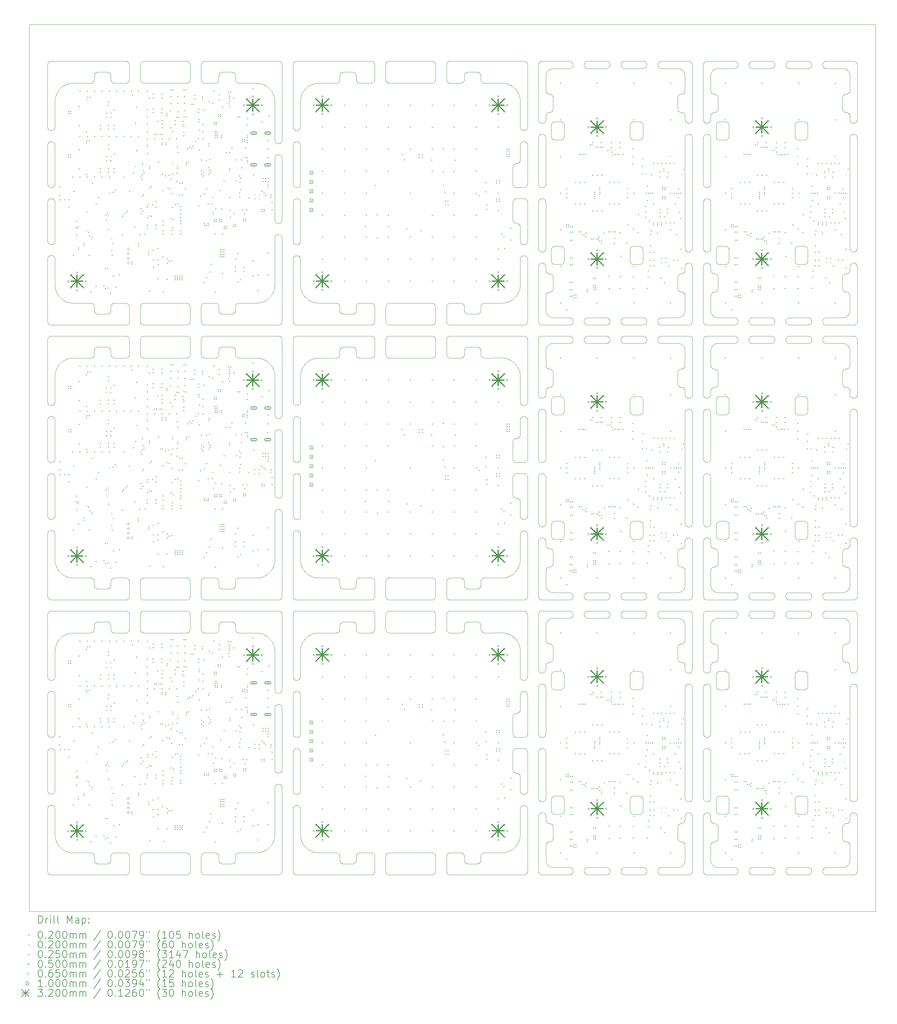
<source format=gbr>
%TF.GenerationSoftware,KiCad,Pcbnew,7.0.5-7.0.5~ubuntu22.04.1*%
%TF.CreationDate,2023-07-04T15:33:48+02:00*%
%TF.ProjectId,panel,70616e65-6c2e-46b6-9963-61645f706362,C*%
%TF.SameCoordinates,Original*%
%TF.FileFunction,Drillmap*%
%TF.FilePolarity,Positive*%
%FSLAX45Y45*%
G04 Gerber Fmt 4.5, Leading zero omitted, Abs format (unit mm)*
G04 Created by KiCad (PCBNEW 7.0.5-7.0.5~ubuntu22.04.1) date 2023-07-04 15:33:48*
%MOMM*%
%LPD*%
G01*
G04 APERTURE LIST*
%ADD10C,0.100000*%
%ADD11C,0.200000*%
%ADD12C,0.020000*%
%ADD13C,0.025000*%
%ADD14C,0.050000*%
%ADD15C,0.065000*%
%ADD16C,0.320000*%
G04 APERTURE END LIST*
D10*
X12018931Y-10882773D02*
X12021046Y-10884167D01*
X8673402Y-19517625D02*
X8673398Y-19517648D01*
X17098096Y-16426432D02*
X17097031Y-16431174D01*
X15297586Y-19597383D02*
X15292648Y-19598398D01*
X21244998Y-25282844D02*
X21244978Y-25282830D01*
X16774945Y-15253067D02*
X16779686Y-15252002D01*
X18088613Y-13203092D02*
X18090833Y-13207618D01*
X24724185Y-17016375D02*
X24724169Y-17016392D01*
X17755409Y-24117022D02*
X17757160Y-24112295D01*
X22263165Y-10276851D02*
X22259178Y-10279937D01*
X22296114Y-5326856D02*
X22296108Y-5326879D01*
X18326965Y-19043365D02*
X18329565Y-19047471D01*
X22834095Y-4142720D02*
X22831910Y-4147058D01*
X16572477Y-12128229D02*
X16572453Y-12128221D01*
X18676366Y-19173721D02*
X18672847Y-19170370D01*
X10043543Y-19736754D02*
X10026626Y-19721470D01*
X12499947Y-10602967D02*
X12504688Y-10601902D01*
X10236195Y-14072572D02*
X10240025Y-14069582D01*
X21393305Y-10363460D02*
X21392366Y-10361108D01*
X22288602Y-4953071D02*
X22288613Y-4953092D01*
X15821466Y-18326259D02*
X15822088Y-18323856D01*
X21258655Y-11708190D02*
X21251348Y-11706100D01*
X21350902Y-4268152D02*
X21345808Y-4262513D01*
X20187094Y-13642198D02*
X20187072Y-13642206D01*
X9115309Y-4357112D02*
X9115299Y-4357089D01*
X17710821Y-11720381D02*
X17710798Y-11720392D01*
X5187642Y-25600835D02*
X5192625Y-25601598D01*
X17767008Y-17325181D02*
X17767026Y-17325197D01*
X22267026Y-20373536D02*
X22267008Y-20373552D01*
X25871601Y-5429592D02*
X25871583Y-5429574D01*
X10204263Y-8354639D02*
X10202967Y-8349955D01*
X20182322Y-9054768D02*
X20182345Y-9054776D01*
X17077517Y-9342569D02*
X17080508Y-9346400D01*
X18012618Y-5650198D02*
X18012642Y-5650201D01*
X4700633Y-4600000D02*
X4700621Y-4600000D01*
X10395737Y-18629738D02*
X10394213Y-18634352D01*
X8674968Y-10698740D02*
X8675000Y-10701261D01*
X9144430Y-10640822D02*
X9147516Y-10636835D01*
X22154860Y-10310161D02*
X22154838Y-10310173D01*
X20001261Y-13649367D02*
X19998740Y-13649335D01*
X4600598Y-4610012D02*
X4600573Y-4610016D01*
X24453705Y-21137969D02*
X24449297Y-21135522D01*
X15824330Y-18311348D02*
X15824581Y-18308879D01*
X21268286Y-11711415D02*
X21268262Y-11711406D01*
X20167625Y-5650965D02*
X20167648Y-5650969D01*
X19664188Y-18651260D02*
X19661793Y-18647032D01*
X6229780Y-12005858D02*
X6229423Y-12010704D01*
X17799680Y-9891788D02*
X17799936Y-9896822D01*
X10719483Y-4040026D02*
X10722472Y-4036195D01*
X25711398Y-24853071D02*
X25713844Y-24848664D01*
X12325633Y-11800016D02*
X12325620Y-11800016D01*
X12478726Y-4588613D02*
X12478705Y-4588602D01*
X22840636Y-19124453D02*
X22839339Y-19129134D01*
X22173717Y-20402907D02*
X22171282Y-20403604D01*
X8582603Y-25600322D02*
X8587618Y-25600832D01*
X17750064Y-6051911D02*
X17750032Y-6050627D01*
X18041748Y-13640200D02*
X18041727Y-13640210D01*
X16899385Y-12573442D02*
X16899384Y-12573417D01*
X24842065Y-11047471D02*
X24844460Y-11051699D01*
X21311348Y-17298696D02*
X21311374Y-17298694D01*
X13230126Y-19500975D02*
X13230105Y-19099017D01*
X12003416Y-10869792D02*
X12005207Y-10871583D01*
X17600096Y-17895568D02*
X17600016Y-17898734D01*
X5323195Y-11814493D02*
X5323174Y-11814506D01*
X20266854Y-18698890D02*
X20262008Y-18699247D01*
X13233074Y-4525056D02*
X13232009Y-4520315D01*
X17600997Y-25385455D02*
X17600993Y-25385481D01*
X17759167Y-20707618D02*
X17761387Y-20703092D01*
X14951214Y-18692464D02*
X14946772Y-18690495D01*
X19940822Y-9529937D02*
X19936835Y-9526851D01*
X21399330Y-10388018D02*
X21399327Y-10387993D01*
X12036717Y-11807644D02*
X12034436Y-11808623D01*
X8701689Y-25867975D02*
X8703399Y-25869774D01*
X7880394Y-11556673D02*
X7882363Y-11561115D01*
X15869978Y-10616536D02*
X15869998Y-10616523D01*
X5281695Y-25835907D02*
X5282634Y-25838259D01*
X19922516Y-5686202D02*
X19922531Y-5686183D01*
X25884167Y-12353321D02*
X25884181Y-12353299D01*
X24211220Y-18506902D02*
X24215753Y-18505154D01*
X19977414Y-13151984D02*
X19982352Y-13150969D01*
X7885636Y-19070263D02*
X7886932Y-19074946D01*
X25888021Y-20451959D02*
X25888009Y-20451937D01*
X14934105Y-4583316D02*
X14930133Y-4580518D01*
X21398623Y-4815756D02*
X21398627Y-4815731D01*
X5817397Y-18100322D02*
X5817421Y-18100320D01*
X5292227Y-19343931D02*
X5290833Y-19346046D01*
X22596114Y-9121877D02*
X22597378Y-9126758D01*
X22292840Y-17362295D02*
X22294591Y-17367022D01*
X17753892Y-16621854D02*
X17755402Y-16617044D01*
X11975417Y-10808854D02*
X11975419Y-10808879D01*
X15355584Y-18140841D02*
X15358464Y-18144978D01*
X21358127Y-4880708D02*
X21358148Y-4880693D01*
X15443865Y-11804996D02*
X15441468Y-11805815D01*
X22250322Y-24141764D02*
X22250832Y-24136749D01*
X22597378Y-9471976D02*
X22596114Y-9476856D01*
X25892356Y-10361084D02*
X25891377Y-10358803D01*
X4065677Y-24305914D02*
X4070293Y-24304391D01*
X22071003Y-13522213D02*
X22074354Y-13525732D01*
X17077516Y-8969931D02*
X17074341Y-8973611D01*
X9122667Y-10821364D02*
X9122672Y-10821339D01*
X4699367Y-12100016D02*
X4675942Y-12100610D01*
X24151171Y-4083841D02*
X24152001Y-4079054D01*
X17100000Y-11599012D02*
X17099999Y-13294601D01*
X17605824Y-10365811D02*
X17605815Y-10365835D01*
X10719483Y-14909875D02*
X10716685Y-14905902D01*
X12409167Y-18353954D02*
X12409181Y-18353933D01*
X17791137Y-11699591D02*
X17791111Y-11699592D01*
X10395737Y-11129738D02*
X10394213Y-11134352D01*
X25725814Y-20366375D02*
X25722531Y-20362550D01*
X4288935Y-4815403D02*
X4288921Y-4815424D01*
X7889423Y-4089298D02*
X7889781Y-4094144D01*
X20213183Y-21126836D02*
X20213165Y-21126851D01*
X15384701Y-4357089D02*
X15384691Y-4357112D01*
X15410844Y-19323324D02*
X15410825Y-19323340D01*
X22102328Y-17878028D02*
X22101828Y-17880459D01*
X17681117Y-12397543D02*
X17683610Y-12397990D01*
X21287382Y-9800198D02*
X21292397Y-9799688D01*
X21984474Y-18698295D02*
X21979686Y-18697464D01*
X21928998Y-5664017D02*
X21925647Y-5660498D01*
X12924106Y-25665647D02*
X12925630Y-25670260D01*
X10704264Y-15320361D02*
X10705788Y-15315747D01*
X6210416Y-11159973D02*
X6207427Y-11163804D01*
X13252572Y-11163805D02*
X13249583Y-11159974D01*
X25719416Y-10258526D02*
X25716536Y-10254388D01*
X25899649Y-4387999D02*
X25899647Y-4387974D01*
X20740857Y-4000439D02*
X20745681Y-3999844D01*
X15282603Y-10600322D02*
X15287618Y-10600832D01*
X15363613Y-10653726D02*
X15365833Y-10658252D01*
X24672609Y-6146744D02*
X24672586Y-6146750D01*
X24682322Y-20654768D02*
X24682345Y-20654776D01*
X23779639Y-4195104D02*
X23774955Y-4196400D01*
X22047641Y-24193827D02*
X22043300Y-24196012D01*
X16904261Y-9376657D02*
X16905785Y-9372044D01*
X17092459Y-5832507D02*
X17090489Y-5836951D01*
X17083313Y-14905897D02*
X17080515Y-14909870D01*
X12056117Y-4301824D02*
X12056092Y-4301828D01*
X4650679Y-19602469D02*
X4650654Y-19602471D01*
X22294591Y-19967022D02*
X22294598Y-19967045D01*
X25899330Y-24710715D02*
X25899581Y-24708245D01*
X21357355Y-18422770D02*
X21357370Y-18422750D01*
X17783464Y-19944345D02*
X17783477Y-19944365D01*
X11273480Y-19616303D02*
X11273456Y-19616310D01*
X22105824Y-10365811D02*
X22105815Y-10365835D01*
X10700120Y-16900528D02*
X10700478Y-16895681D01*
X19669581Y-4039393D02*
X19672571Y-4035562D01*
X16900000Y-8525633D02*
X16900000Y-8525621D01*
X12920395Y-12043328D02*
X12918210Y-12047668D01*
X25850919Y-25930562D02*
X25852536Y-25928679D01*
X13232002Y-10679686D02*
X13233067Y-10674945D01*
X19944998Y-17032844D02*
X19944978Y-17032831D01*
X12365587Y-11808633D02*
X12365563Y-11808623D01*
X10338886Y-26192464D02*
X10334352Y-26194212D01*
X11930021Y-12083464D02*
X11930002Y-12083477D01*
X20713070Y-26008867D02*
X20717511Y-26006899D01*
X17717648Y-5397765D02*
X17717625Y-5397769D01*
X4159992Y-9319634D02*
X4163822Y-9322624D01*
X24402617Y-24126781D02*
X24402622Y-24126757D01*
X8675419Y-4391121D02*
X8675417Y-4391146D01*
X9109167Y-25853954D02*
X9109181Y-25853933D01*
X16868411Y-19922701D02*
X16868402Y-19922678D01*
X9123627Y-11883635D02*
X9123623Y-11883610D01*
X13274102Y-19016686D02*
X13278208Y-19014086D01*
X10838912Y-13386065D02*
X10834381Y-13387815D01*
X17020306Y-22447992D02*
X17015518Y-22448823D01*
X9150830Y-25632974D02*
X9154304Y-25629320D01*
X22294591Y-4967022D02*
X22294598Y-4967045D01*
X10736196Y-22427429D02*
X10732516Y-22424255D01*
X10394212Y-8359253D02*
X10392463Y-8363787D01*
X25163935Y-19138278D02*
X25162186Y-19133746D01*
X9092957Y-18373329D02*
X9092975Y-18373311D01*
X21200835Y-5312008D02*
X21200832Y-5311985D01*
X20191748Y-13640200D02*
X20191727Y-13640210D01*
X4009511Y-24356799D02*
X4011696Y-24352458D01*
X19977414Y-9546750D02*
X19977391Y-9546744D01*
X22110795Y-12344506D02*
X22110806Y-12344529D01*
X18268674Y-26196398D02*
X18263932Y-26197463D01*
X24720679Y-13620063D02*
X24717026Y-13623536D01*
X21277391Y-17301989D02*
X21277414Y-17301984D01*
X26020314Y-11501269D02*
X26025055Y-11502334D01*
X21360189Y-20419539D02*
X21358148Y-20418040D01*
X21345791Y-18436239D02*
X21345808Y-18436220D01*
X17696202Y-24799270D02*
X17702544Y-24799431D01*
X17448104Y-26185281D02*
X17443999Y-26182682D01*
X25875456Y-10895304D02*
X25878974Y-10888568D01*
X17595737Y-13563478D02*
X17597033Y-13568161D01*
X16833556Y-15930823D02*
X16833532Y-15930815D01*
X15832169Y-25662906D02*
X15834157Y-25658273D01*
X22100000Y-17104729D02*
X22100000Y-17198733D01*
X22102912Y-17223223D02*
X22103534Y-17225625D01*
X15385795Y-25845140D02*
X15385806Y-25845162D01*
X17432519Y-9531364D02*
X17436198Y-9528190D01*
X24687094Y-13642198D02*
X24687072Y-13642206D01*
X19905402Y-9117045D02*
X19905409Y-9117022D01*
X17635825Y-24776027D02*
X17635845Y-24776043D01*
X21399327Y-9710740D02*
X21399330Y-9710715D01*
X21567484Y-19025013D02*
X21571003Y-19028363D01*
X26056000Y-24188833D02*
X26051895Y-24191433D01*
X5658532Y-10894185D02*
X5658556Y-10894176D01*
X4575908Y-12115675D02*
X4575883Y-12115681D01*
X22255022Y-20382831D02*
X22255002Y-20382844D01*
X17693672Y-10299591D02*
X17691146Y-10299784D01*
X17678636Y-12397033D02*
X17678661Y-12397039D01*
X17778535Y-11700550D02*
X17778510Y-11700553D01*
X4190499Y-20836930D02*
X4188316Y-20841270D01*
X15451169Y-18397094D02*
X15453636Y-18397667D01*
X10963457Y-12356279D02*
X10962252Y-12358449D01*
X15456117Y-11801823D02*
X15456092Y-11801828D01*
X20177512Y-21145474D02*
X20177489Y-21145481D01*
X24657603Y-24049688D02*
X24662618Y-24050198D01*
X26098097Y-26119680D02*
X26097033Y-26124422D01*
X16840564Y-8433623D02*
X16838283Y-8432644D01*
X22124544Y-11803429D02*
X22121026Y-11810165D01*
X16862173Y-6770793D02*
X16862192Y-6770777D01*
X24462928Y-24056527D02*
X24467655Y-24054776D01*
X24492397Y-13649045D02*
X24487382Y-13648535D01*
X25847407Y-10311345D02*
X25845162Y-10310173D01*
X22268492Y-18496841D02*
X22270946Y-18497217D01*
X15403416Y-10869792D02*
X15405207Y-10871583D01*
X22299367Y-10999351D02*
X22299379Y-10999351D01*
X17609691Y-25356478D02*
X17608633Y-25358780D01*
X14490880Y-12099999D02*
X13329138Y-12099991D01*
X17601377Y-5482977D02*
X17601373Y-5483002D01*
X8739117Y-4306686D02*
X8739093Y-4306695D01*
X18714117Y-11003630D02*
X18718800Y-11002334D01*
X21525052Y-9508687D02*
X21529735Y-9509983D01*
X6145427Y-4001072D02*
X6150214Y-4001903D01*
X16548488Y-18077411D02*
X16550856Y-18076668D01*
X10700120Y-11105858D02*
X10700000Y-11100988D01*
X24830504Y-18666851D02*
X24827153Y-18670370D01*
X11203975Y-18059939D02*
X11203998Y-18059949D01*
X25979681Y-9507624D02*
X25984469Y-9506793D01*
X5667911Y-19309701D02*
X5667888Y-19309691D01*
X21588310Y-26147035D02*
X21585915Y-26151263D01*
X13324242Y-4000119D02*
X13329112Y-4000000D01*
X17599523Y-5603716D02*
X17598928Y-5608539D01*
X22142645Y-18422770D02*
X22147448Y-18428659D01*
X16900000Y-14191879D02*
X16900000Y-14191867D01*
X25795937Y-10974823D02*
X25795960Y-10974811D01*
X25725814Y-10266375D02*
X25722531Y-10262550D01*
X26015525Y-16704446D02*
X26010702Y-16705040D01*
X8597586Y-10602617D02*
X8597609Y-10602622D01*
X19260600Y-18999844D02*
X19265422Y-19000439D01*
X7810213Y-19001903D02*
X7814954Y-19002967D01*
X22102333Y-5478003D02*
X22102328Y-5478028D01*
X11877544Y-19599936D02*
X11876260Y-19599968D01*
X22269430Y-13190188D02*
X22272516Y-13186202D01*
X12434507Y-18156671D02*
X12436692Y-18152331D01*
X18244600Y-18699367D02*
X17499012Y-18699367D01*
X19682615Y-19173712D02*
X19679096Y-19170361D01*
X20236156Y-21100070D02*
X20236144Y-21100090D01*
X20276465Y-4197464D02*
X20271677Y-4198295D01*
X17998739Y-5649367D02*
X18001260Y-5649399D01*
X4007536Y-4061114D02*
X4009505Y-4056672D01*
X18254313Y-18499843D02*
X18259134Y-18500438D01*
X6531171Y-4084475D02*
X6532002Y-4079687D01*
X23151386Y-11638252D02*
X23149637Y-11633719D01*
X17676169Y-24796461D02*
X17678636Y-24797033D01*
X9118314Y-10835883D02*
X9119176Y-10833556D01*
X18299651Y-19182682D02*
X18295546Y-19185282D01*
X21979686Y-15251369D02*
X21984474Y-15250538D01*
X24444998Y-13632844D02*
X24444978Y-13632830D01*
X12423176Y-18318883D02*
X12423623Y-18316390D01*
X17071003Y-11528997D02*
X17074354Y-11532516D01*
X10356001Y-8741784D02*
X10359974Y-8744581D01*
X18041727Y-9058524D02*
X18041748Y-9058534D01*
X12526260Y-4600000D02*
X12523740Y-4599968D01*
X6562619Y-19025648D02*
X6566299Y-19022474D01*
X5221274Y-18111387D02*
X5221295Y-18111398D01*
X20233477Y-17004368D02*
X20233464Y-17004388D01*
X17626689Y-9767342D02*
X17628399Y-9769141D01*
X22113208Y-4848989D02*
X22114493Y-4851171D01*
X26097033Y-24580664D02*
X26098097Y-24585405D01*
X22299936Y-20301911D02*
X22299680Y-20306946D01*
X21911691Y-5640682D02*
X21909506Y-5636341D01*
X7885630Y-4529739D02*
X7884106Y-4534353D01*
X5709167Y-18353954D02*
X5709181Y-18353933D01*
X8707043Y-19326671D02*
X8707025Y-19326689D01*
X22814601Y-19170383D02*
X22811082Y-19173733D01*
X21203892Y-17726879D02*
X21203886Y-17726856D01*
X22300000Y-20000627D02*
X22300000Y-20298106D01*
X15416873Y-11818659D02*
X15416852Y-11818673D01*
X21443999Y-24188832D02*
X21440026Y-24186034D01*
X21936197Y-5670542D02*
X21932518Y-5667368D01*
X22112040Y-25867629D02*
X22112048Y-25867653D01*
X22541727Y-13158524D02*
X22541748Y-13158533D01*
X22104380Y-25840860D02*
X22106098Y-25848263D01*
X8197643Y-25661113D02*
X8199612Y-25656671D01*
X6229416Y-25689295D02*
X6229774Y-25694141D01*
X15446257Y-18395755D02*
X15446282Y-18395762D01*
X4623039Y-12105989D02*
X4600598Y-12110011D01*
X12910410Y-18140025D02*
X12913208Y-18143998D01*
X10779688Y-7752001D02*
X10784475Y-7751171D01*
X6229900Y-26100986D02*
X6229781Y-26105856D01*
X21399330Y-5488018D02*
X21399327Y-5487993D01*
X11019820Y-25424704D02*
X11019837Y-25424724D01*
X22836108Y-11638255D02*
X22834139Y-11642697D01*
X23187854Y-18516051D02*
X23191959Y-18513451D01*
X24220361Y-26195103D02*
X24215747Y-26193579D01*
X17832352Y-5650969D02*
X17832375Y-5650965D01*
X22250322Y-16641764D02*
X22250832Y-16636749D01*
X4625518Y-19605609D02*
X4623064Y-19605985D01*
X24407169Y-20712273D02*
X24409157Y-20707640D01*
X18055002Y-9065890D02*
X18055022Y-9065903D01*
X10347668Y-18688310D02*
X10343328Y-18690495D01*
X8746257Y-4304245D02*
X8743889Y-4304988D01*
X5275670Y-19388652D02*
X5275419Y-19391121D01*
X23153354Y-4056040D02*
X23155539Y-4051699D01*
X6582435Y-18688309D02*
X6578208Y-18685914D01*
X22841716Y-18619648D02*
X22840653Y-18624391D01*
X4147669Y-13705540D02*
X4151897Y-13707935D01*
X25883263Y-10879389D02*
X25883273Y-10879366D01*
X17633923Y-9774393D02*
X17633942Y-9774410D01*
X10225646Y-6582615D02*
X10228996Y-6579096D01*
X16763226Y-4753945D02*
X16761516Y-4752146D01*
X25881326Y-17257515D02*
X25881341Y-17257494D01*
X5694792Y-19328417D02*
X5694774Y-19328399D01*
X13244188Y-11548107D02*
X13246788Y-11544001D01*
X4016685Y-13737847D02*
X4019483Y-13733875D01*
X20187094Y-16556536D02*
X20191727Y-16558524D01*
X19900032Y-5748106D02*
X19900064Y-5746822D01*
X21240841Y-12418783D02*
X21244978Y-12415903D01*
X15758556Y-18394176D02*
X15760883Y-18393314D01*
X26020314Y-18697464D02*
X26015526Y-18698295D01*
X4001072Y-14865427D02*
X4000477Y-14860604D01*
X25876660Y-4863542D02*
X25876676Y-4863522D01*
X17604988Y-4830478D02*
X17604996Y-4830502D01*
X4147692Y-5881910D02*
X4143353Y-5884095D01*
X12929899Y-11100986D02*
X12929779Y-11105856D01*
X11136588Y-12175048D02*
X11134482Y-12176361D01*
X24682345Y-5654776D02*
X24687072Y-5656527D01*
X5285806Y-25845162D02*
X5286979Y-25847407D01*
X11998340Y-10864175D02*
X11999957Y-10866058D01*
X22286817Y-20671898D02*
X22286835Y-20671883D01*
X4070262Y-11195737D02*
X4065648Y-11194212D01*
X17798398Y-25217015D02*
X17797383Y-25221953D01*
X21333532Y-10305182D02*
X21331135Y-10304363D01*
X10248103Y-23739185D02*
X10252331Y-23736790D01*
X19279633Y-19195104D02*
X19274950Y-19196400D01*
X4199523Y-16889436D02*
X4199881Y-16894281D01*
X12039093Y-19306695D02*
X12036741Y-19307634D01*
X5724003Y-10813911D02*
X5724007Y-10813886D01*
X26097033Y-17080664D02*
X26098097Y-17085406D01*
X10374353Y-23392385D02*
X10371002Y-23395904D01*
X20247383Y-9126781D02*
X20248398Y-9131719D01*
X23750888Y-18499367D02*
X23755758Y-18499486D01*
X12376826Y-19314506D02*
X12376805Y-19314493D01*
X17654838Y-25310173D02*
X17652593Y-25311345D01*
X5334413Y-11808633D02*
X5332112Y-11809691D01*
X23779638Y-11695103D02*
X23774955Y-11696399D01*
X11227546Y-4630714D02*
X11227522Y-4630723D01*
X21364155Y-19876043D02*
X21364175Y-19876027D01*
X25869774Y-5427766D02*
X25867975Y-5426055D01*
X24429304Y-9520046D02*
X24425830Y-9516392D01*
X16740841Y-21811916D02*
X16744978Y-21809036D01*
X20167648Y-13150969D02*
X20172586Y-13151984D01*
X22168785Y-10950269D02*
X22168805Y-10950286D01*
X24172572Y-19163171D02*
X24169583Y-19159341D01*
X12478726Y-12088613D02*
X12478705Y-12088602D01*
X23196182Y-11687677D02*
X23191954Y-11685281D01*
X16914085Y-13741953D02*
X16916685Y-13737848D01*
X21395762Y-24728085D02*
X21396459Y-24725650D01*
X15746364Y-18397667D02*
X15748831Y-18397094D01*
X11975000Y-18299367D02*
X11975000Y-18299379D01*
X18343612Y-26098340D02*
X18343613Y-26100315D01*
X21979690Y-13191111D02*
X21974948Y-13190046D01*
X4040026Y-11519483D02*
X4043999Y-11516685D01*
X14892009Y-12020315D02*
X14891178Y-12015527D01*
X11989506Y-4348174D02*
X11989493Y-4348195D01*
X15395173Y-11839810D02*
X15393673Y-11841852D01*
X20238602Y-20703071D02*
X20238613Y-20703092D01*
X21400000Y-9106500D02*
X21400000Y-6092229D01*
X12854948Y-25602967D02*
X12859631Y-25604263D01*
X25204503Y-4185288D02*
X25200398Y-4182690D01*
X26094212Y-26133719D02*
X26092464Y-26138252D01*
X9072430Y-19311991D02*
X9072407Y-19311979D01*
X6595749Y-11194212D02*
X6591215Y-11192464D01*
X12008942Y-4324957D02*
X12008923Y-4324973D01*
X25888021Y-10351959D02*
X25888009Y-10351937D01*
X15403416Y-25869792D02*
X15405207Y-25871583D01*
X22178636Y-12901700D02*
X22176169Y-12902273D01*
X12425479Y-18189295D02*
X12426074Y-18184472D01*
X4115527Y-6194921D02*
X4120315Y-6195752D01*
X4551536Y-18077418D02*
X4573456Y-18083690D01*
X21925646Y-20660501D02*
X21922472Y-20656821D01*
X5716377Y-11859436D02*
X5716367Y-11859413D01*
X17696176Y-20399464D02*
X17693697Y-20399590D01*
X21208889Y-25999141D02*
X21211368Y-25999015D01*
X16876668Y-10250856D02*
X16877411Y-10248488D01*
X23835815Y-26047470D02*
X23838210Y-26051698D01*
X20244598Y-9481689D02*
X20244591Y-9481711D01*
X5299957Y-18366058D02*
X5299973Y-18366077D01*
X24808046Y-26013452D02*
X24812152Y-26016051D01*
X22063783Y-20670549D02*
X22059953Y-20673538D01*
X8686979Y-10847407D02*
X8686991Y-10847430D01*
X21397474Y-19367859D02*
X21397470Y-19367834D01*
X5720012Y-4368889D02*
X5720004Y-4368865D01*
X21452322Y-20681304D02*
X21448094Y-20678909D01*
X8190230Y-11105846D02*
X8190111Y-11100976D01*
X10390495Y-21606771D02*
X10392464Y-21611213D01*
X19335812Y-19047473D02*
X19338207Y-19051701D01*
X4188310Y-22397569D02*
X4185915Y-22401796D01*
X5716377Y-10840564D02*
X5717356Y-10838283D01*
X22290843Y-12841093D02*
X22290833Y-12841115D01*
X16849420Y-25319069D02*
X16849431Y-25319046D01*
X25804701Y-19228995D02*
X25798152Y-19225140D01*
X26074353Y-24173002D02*
X26071002Y-24176521D01*
X15836398Y-4546295D02*
X15836387Y-4546274D01*
X15375097Y-10803824D02*
X15375223Y-10806303D01*
X17759159Y-17318783D02*
X17759178Y-17318797D01*
X9919069Y-18049420D02*
X9921297Y-18048327D01*
X14514948Y-4597033D02*
X14510207Y-4598097D01*
X17085915Y-22798202D02*
X17088310Y-22802430D01*
X23809875Y-4018850D02*
X23813706Y-4021840D01*
X11992226Y-11843931D02*
X11990833Y-11846046D01*
X15783127Y-25881341D02*
X15783148Y-25881326D01*
X12328824Y-18399903D02*
X12331303Y-18399777D01*
X16885507Y-23473195D02*
X16885494Y-23473174D01*
X24691727Y-17040210D02*
X24687094Y-17042198D01*
X21397088Y-5475511D02*
X21396466Y-5473108D01*
X21371583Y-17829574D02*
X21369792Y-17827783D01*
X4194215Y-13327956D02*
X4192467Y-13332489D01*
X20665880Y-4056064D02*
X20668064Y-4051722D01*
X7790881Y-10600000D02*
X7795751Y-10600120D01*
X17000988Y-19000000D02*
X17005858Y-19000120D01*
X22119910Y-25886294D02*
X22119921Y-25886317D01*
X4028997Y-8970905D02*
X4025646Y-8967385D01*
X21994142Y-20692897D02*
X21989296Y-20692540D01*
X17827391Y-13646744D02*
X17822511Y-13645481D01*
X8685806Y-11854838D02*
X8685795Y-11854860D01*
X22104996Y-9730502D02*
X22105815Y-9732898D01*
X20348614Y-4138253D02*
X20346645Y-4142695D01*
X16700477Y-7839396D02*
X16701072Y-7834573D01*
X15810507Y-19348195D02*
X15810494Y-19348174D01*
X17604380Y-4357873D02*
X17604375Y-4357898D01*
X21249297Y-25285522D02*
X21249276Y-25285510D01*
X17059974Y-6213331D02*
X17063804Y-6216321D01*
X18080584Y-21108526D02*
X18080570Y-21108545D01*
X22099864Y-20598890D02*
X22099506Y-20603736D01*
X12420755Y-19371257D02*
X12420012Y-19368889D01*
X9124330Y-18311348D02*
X9124581Y-18308879D01*
X21465645Y-13187224D02*
X21461112Y-13185475D01*
X9192655Y-25605409D02*
X9192678Y-25605401D01*
X17077528Y-18663805D02*
X17074354Y-18667484D01*
X13235887Y-26134350D02*
X13234362Y-26129736D01*
X25899984Y-19799987D02*
X25900000Y-19798746D01*
X12328798Y-19300096D02*
X12325633Y-19300016D01*
X22128417Y-12929574D02*
X22128399Y-12929592D01*
X22085887Y-16657414D02*
X22083288Y-16661519D01*
X15825032Y-10698740D02*
X15825064Y-10697456D01*
X17416685Y-4043365D02*
X17419483Y-4039393D01*
X24164191Y-11047468D02*
X24166790Y-11043363D01*
X10189988Y-25199402D02*
X10194011Y-25176961D01*
X24853183Y-11124422D02*
X24851887Y-11129105D01*
X25874239Y-25897497D02*
X25875444Y-25895326D01*
X21340564Y-24790744D02*
X21340587Y-24790733D01*
X25858127Y-25318025D02*
X25856090Y-25316607D01*
X17691146Y-17298950D02*
X17693672Y-17299142D01*
X22592840Y-20712295D02*
X22594591Y-20717022D01*
X22100997Y-10385456D02*
X22100993Y-10385481D01*
X15765587Y-11808633D02*
X15765563Y-11808623D01*
X26099999Y-16606505D02*
X26099880Y-16611375D01*
X13262643Y-19574337D02*
X13259124Y-19570987D01*
X18342535Y-26083806D02*
X18343132Y-26088627D01*
X25236079Y-19197465D02*
X25231339Y-19196401D01*
X6614578Y-11501072D02*
X6619401Y-11500477D01*
X24407169Y-21086461D02*
X24407160Y-21086439D01*
X24766849Y-19198890D02*
X24762003Y-19199247D01*
X16705032Y-17996138D02*
X16705052Y-17996122D01*
X5698311Y-11832025D02*
X5696601Y-11830226D01*
X25761047Y-19208941D02*
X25758679Y-19208198D01*
X17659413Y-12390733D02*
X17659436Y-12390744D01*
X17621026Y-25888568D02*
X17624544Y-25895304D01*
X19977391Y-16551989D02*
X19977414Y-16551984D01*
X13286773Y-18690495D02*
X13282433Y-18688310D01*
X21399904Y-12303165D02*
X21399984Y-12300000D01*
X12365563Y-19308623D02*
X12363282Y-19307644D01*
X10399880Y-23819241D02*
X10400000Y-23824111D01*
X22594591Y-24117022D02*
X22594598Y-24117044D01*
X5823740Y-12099968D02*
X5822456Y-12099935D01*
X25911689Y-20640680D02*
X25909505Y-20636340D01*
X16849417Y-12378438D02*
X16848324Y-12376209D01*
X11092965Y-17994587D02*
X11092985Y-17994603D01*
X5176260Y-12099968D02*
X5173739Y-12100000D01*
X6559104Y-10628996D02*
X6562623Y-10625646D01*
X5802391Y-19597378D02*
X5797511Y-19596114D01*
X25821339Y-12397039D02*
X25821364Y-12397033D01*
X20717492Y-26191826D02*
X20713049Y-26189856D01*
X24449297Y-16563211D02*
X24453705Y-16560765D01*
X17590495Y-6049888D02*
X17592464Y-6054331D01*
X24766850Y-18999844D02*
X24771672Y-19000439D01*
X17098928Y-11584474D02*
X17099523Y-11589296D01*
X17452332Y-4011057D02*
X17456672Y-4008872D01*
X24402622Y-24126757D02*
X24403886Y-24121877D01*
X17600223Y-12305669D02*
X17600225Y-12305695D01*
X8705226Y-4328399D02*
X8705208Y-4328417D01*
X4650654Y-10597529D02*
X4650679Y-10597531D01*
X22255022Y-9815903D02*
X22259159Y-9818783D01*
X11887641Y-18100835D02*
X11892625Y-18101598D01*
X18663339Y-18539391D02*
X18666328Y-18535560D01*
X23191959Y-11013451D02*
X23196187Y-11011056D01*
X26094212Y-11133719D02*
X26092464Y-11138252D01*
X22522586Y-17046750D02*
X22517648Y-17047765D01*
X23237991Y-26199246D02*
X23233145Y-26198889D01*
X25240865Y-26000438D02*
X25245686Y-25999843D01*
X22095717Y-20622768D02*
X22094192Y-20627381D01*
X22583477Y-20694365D02*
X22586143Y-20698643D01*
X25891367Y-12958780D02*
X25890309Y-12956478D01*
X11983633Y-4359413D02*
X11983623Y-4359436D01*
X17407537Y-6054330D02*
X17409506Y-6049888D01*
X4070263Y-21198112D02*
X4074946Y-21196816D01*
X25895625Y-19357898D02*
X25895620Y-19357873D01*
X10789333Y-5893140D02*
X10784509Y-5892546D01*
X21925647Y-9538235D02*
X21928998Y-9534716D01*
X14490881Y-4600000D02*
X13329118Y-4600000D01*
X8753636Y-11802333D02*
X8751169Y-11802906D01*
X25857354Y-11775964D02*
X25852552Y-11770074D01*
X17650400Y-20412562D02*
X17650378Y-20412575D01*
X14495751Y-10600120D02*
X14500597Y-10600477D01*
X22124973Y-25333289D02*
X22124957Y-25333308D01*
X6229422Y-11110702D02*
X6228827Y-11115525D01*
X15814194Y-19354838D02*
X15813021Y-19352593D01*
X25879827Y-4859556D02*
X25881326Y-4857515D01*
X22814630Y-4028378D02*
X22817981Y-4031898D01*
X18249508Y-11699247D02*
X18244638Y-11699367D01*
X22246274Y-4910754D02*
X22246295Y-4910765D01*
X17601183Y-19377902D02*
X17600932Y-19380371D01*
X4573456Y-25583690D02*
X4573480Y-25583697D01*
X21380090Y-19312439D02*
X21380079Y-19312416D01*
X22594591Y-6081711D02*
X22592840Y-6086439D01*
X5255570Y-18140822D02*
X5255584Y-18140841D01*
X6532007Y-11579690D02*
X6533071Y-11574949D01*
X21229304Y-17770046D02*
X21225830Y-17766392D01*
X12034436Y-4308623D02*
X12034413Y-4308633D01*
X17074342Y-24338889D02*
X17077517Y-24342569D01*
X8682644Y-11861717D02*
X8682634Y-11861741D01*
X16809629Y-12310851D02*
X16796135Y-12292475D01*
X22824116Y-26039374D02*
X22826914Y-26043345D01*
X17832375Y-16550965D02*
X17837358Y-16550201D01*
X16932501Y-16480452D02*
X16928983Y-16477102D01*
X16684576Y-10511079D02*
X16684597Y-10511065D01*
X9124903Y-4396176D02*
X9124777Y-4393697D01*
X5787928Y-12092840D02*
X5787906Y-12092831D01*
X25893305Y-10363460D02*
X25892366Y-10361108D01*
X9124984Y-11899367D02*
X9124904Y-11896201D01*
X14899612Y-25656671D02*
X14901797Y-25652331D01*
X22300000Y-12798106D02*
X22299968Y-12800627D01*
X19749111Y-4199367D02*
X19749111Y-4199367D01*
X16873329Y-8457043D02*
X16873311Y-8457025D01*
X5727617Y-12022586D02*
X5726602Y-12017648D01*
X14951214Y-4007536D02*
X14955747Y-4005787D01*
X22098097Y-13572903D02*
X22098928Y-13577690D01*
X17774185Y-10266375D02*
X17774170Y-10266392D01*
X16948082Y-24320486D02*
X16952308Y-24318090D01*
X23228324Y-19000439D02*
X23233146Y-18999844D01*
X20249165Y-5736725D02*
X20249168Y-5736749D01*
X10334352Y-26194212D02*
X10329738Y-26195737D01*
X14528778Y-12092464D02*
X14524245Y-12094212D01*
X20249165Y-24136725D02*
X20249168Y-24136749D01*
X13234363Y-11129738D02*
X13233067Y-11125055D01*
X5283633Y-19359413D02*
X5283623Y-19359436D01*
X22290841Y-16568783D02*
X22294978Y-16565903D01*
X25899984Y-25398746D02*
X25899984Y-25398733D01*
X16916677Y-24350398D02*
X16919473Y-24346426D01*
X17731714Y-19211415D02*
X17729386Y-19212277D01*
X17414085Y-19047471D02*
X17416685Y-19043365D01*
X4551536Y-25577418D02*
X4573456Y-25583690D01*
X4048126Y-16814209D02*
X4052356Y-16811814D01*
X21328743Y-17803612D02*
X21328718Y-17803604D01*
X10329738Y-26195737D02*
X10325055Y-26197033D01*
X5701660Y-4335825D02*
X5700043Y-4333942D01*
X20157579Y-9049687D02*
X20157603Y-9049688D01*
X21979686Y-9203614D02*
X21974945Y-9202550D01*
X10940051Y-17796001D02*
X10940061Y-17796025D01*
X16866058Y-14267543D02*
X16866077Y-14267526D01*
X12353718Y-10895762D02*
X12353743Y-10895755D01*
X20182322Y-13643965D02*
X20177512Y-13645474D01*
X9078954Y-18384167D02*
X9081069Y-18382773D01*
X17799379Y-18499351D02*
X17800621Y-18499367D01*
X21534349Y-17011507D02*
X21538883Y-17013256D01*
X25736817Y-4921898D02*
X25736835Y-4921883D01*
X20266854Y-10999844D02*
X20271676Y-11000439D01*
X10702968Y-15325044D02*
X10704264Y-15320361D01*
X8192012Y-11120304D02*
X8191182Y-11115516D01*
X18002544Y-13149431D02*
X18007579Y-13149686D01*
X25875456Y-18395304D02*
X25878974Y-18388568D01*
X21399777Y-25393064D02*
X21399775Y-25393039D01*
X25808879Y-4898948D02*
X25811348Y-4898696D01*
X23793228Y-18508872D02*
X23797568Y-18511057D01*
X16796138Y-25405032D02*
X16809632Y-25386655D01*
X17774170Y-17766392D02*
X17770696Y-17770046D01*
X17763844Y-24500070D02*
X17761398Y-24495662D01*
X17051874Y-8992041D02*
X17047644Y-8994436D01*
X25716523Y-5354368D02*
X25713856Y-5350090D01*
X25887080Y-10870004D02*
X25887089Y-10869981D01*
X8582579Y-19599680D02*
X8577544Y-19599936D01*
X22101377Y-5482977D02*
X22101373Y-5483002D01*
X21362192Y-5421090D02*
X21362173Y-5421074D01*
X13274106Y-18116684D02*
X13278211Y-18114085D01*
X21318883Y-4897543D02*
X21318908Y-4897538D01*
X15767911Y-18390299D02*
X15770140Y-18389205D01*
X9025633Y-25899984D02*
X9028798Y-25899904D01*
X15361143Y-19550724D02*
X15358477Y-19555002D01*
X16803798Y-14292404D02*
X16803824Y-14292403D01*
X21371583Y-12369159D02*
X21371601Y-12369141D01*
X4105859Y-15250219D02*
X4110705Y-15250576D01*
X10007015Y-4705397D02*
X10005052Y-4703878D01*
X22104988Y-12330478D02*
X22104996Y-12330502D01*
X23144327Y-19110045D02*
X23143969Y-19105199D01*
X17604245Y-24728109D02*
X17604988Y-24730478D01*
X22047667Y-21004907D02*
X22051895Y-21007302D01*
X5778726Y-25611387D02*
X5783252Y-25609167D01*
X5722094Y-19376169D02*
X5722088Y-19376144D01*
X8761114Y-18399007D02*
X8763626Y-18399327D01*
X22269416Y-20690208D02*
X22269430Y-20690188D01*
X20240843Y-13591093D02*
X20240833Y-13591115D01*
X10700001Y-24405399D02*
X10700120Y-24400528D01*
X21543328Y-6002722D02*
X21547668Y-6004907D01*
X24497456Y-9549302D02*
X24492421Y-9549047D01*
X17612920Y-18370004D02*
X17615739Y-18377061D01*
X21479682Y-9507624D02*
X21484470Y-9506793D01*
X16869774Y-21764101D02*
X16869792Y-21764083D01*
X21303824Y-24799269D02*
X21306303Y-24799144D01*
X25780022Y-18482629D02*
X25786928Y-18479457D01*
X20692570Y-19021849D02*
X20696401Y-19018859D01*
X16837748Y-25341550D02*
X16837760Y-25341528D01*
X21298152Y-11725140D02*
X21298130Y-11725127D01*
X11977912Y-4376144D02*
X11977906Y-4376169D01*
X11965833Y-18158252D02*
X11965843Y-18158273D01*
X21401902Y-9585408D02*
X21402967Y-9580667D01*
X21244978Y-12882830D02*
X21240841Y-12879951D01*
X11942026Y-25625830D02*
X11945679Y-25629304D01*
X4202723Y-12548184D02*
X4202471Y-12550654D01*
X25821339Y-19897039D02*
X25821364Y-19897033D01*
X22498739Y-21149367D02*
X22351261Y-21149367D01*
X18259176Y-11698295D02*
X18254354Y-11698890D01*
X10377527Y-21213706D02*
X10374353Y-21217385D01*
X17701870Y-11725127D02*
X17701848Y-11725140D01*
X22100673Y-17210740D02*
X22100993Y-17213253D01*
X16869273Y-12425029D02*
X16868411Y-12422701D01*
X10080180Y-12275295D02*
X10080163Y-12275276D01*
X15427570Y-18388009D02*
X15427593Y-18388021D01*
X5278541Y-19373717D02*
X5278534Y-19373741D01*
X17600096Y-12995568D02*
X17600016Y-12998733D01*
X8242440Y-11188308D02*
X8238212Y-11185913D01*
X25890298Y-20456456D02*
X25889205Y-20454227D01*
X8260368Y-25604263D02*
X8265051Y-25602967D01*
X5299973Y-11833923D02*
X5299957Y-11833942D01*
X17654838Y-17810173D02*
X17652593Y-17811345D01*
X22043327Y-7758972D02*
X22047668Y-7761157D01*
X22559159Y-5668783D02*
X22559178Y-5668797D01*
X20001261Y-9049367D02*
X20148739Y-9049367D01*
X20240833Y-13207618D02*
X20240843Y-13207640D01*
X15446257Y-19304245D02*
X15443889Y-19304988D01*
X16974944Y-6196817D02*
X16979685Y-6195752D01*
X21222516Y-12436202D02*
X21222531Y-12436183D01*
X21209167Y-10241115D02*
X21209157Y-10241093D01*
X22563183Y-6126836D02*
X22563165Y-6126851D01*
X25914085Y-16657413D02*
X25911690Y-16653185D01*
X10211690Y-6197569D02*
X10209505Y-6193228D01*
X19940841Y-13629951D02*
X19940822Y-13629937D01*
X17633942Y-20424323D02*
X17633923Y-20424340D01*
X15724379Y-19300000D02*
X15724367Y-19300000D01*
X22588613Y-20703092D02*
X22590833Y-20707618D01*
X22300000Y-12500627D02*
X22300000Y-12798106D01*
X12517421Y-19599680D02*
X12517397Y-19599678D01*
X17779320Y-24520063D02*
X17779304Y-24520046D01*
X6145426Y-19598928D02*
X6140604Y-19599523D01*
X8212579Y-12063805D02*
X8209590Y-12059975D01*
X17095737Y-22820360D02*
X17097033Y-22825043D01*
X19650099Y-4100355D02*
X19650099Y-4098380D01*
X5293659Y-18358127D02*
X5293673Y-18358148D01*
X15321274Y-25611387D02*
X15321295Y-25611398D01*
X26038882Y-17013255D02*
X26043324Y-17015224D01*
X5719185Y-10833532D02*
X5720004Y-10831135D01*
X16732992Y-15899185D02*
X16732974Y-15899169D01*
X14974575Y-19001072D02*
X14979397Y-19000477D01*
X16876660Y-14256675D02*
X16876676Y-14256655D01*
X17803705Y-9537969D02*
X17799297Y-9535522D01*
X17652570Y-25311357D02*
X17650400Y-25312562D01*
X22173717Y-12902907D02*
X22171282Y-12903604D01*
X25864155Y-24776043D02*
X25864175Y-24776027D01*
X18643854Y-18600350D02*
X18643854Y-18598375D01*
X21374227Y-18397519D02*
X21374239Y-18397497D01*
X25911687Y-21045570D02*
X25914082Y-21041342D01*
X25823856Y-4896455D02*
X25826259Y-4895833D01*
X17732345Y-20393957D02*
X17732322Y-20393965D01*
X10390495Y-11556672D02*
X10392464Y-11561114D01*
X22255402Y-5717044D02*
X22255409Y-5717022D01*
X17602333Y-17878003D02*
X17602328Y-17878028D01*
X21311348Y-19898696D02*
X21311374Y-19898694D01*
X6537637Y-11138885D02*
X6535888Y-11134351D01*
X22580570Y-5690188D02*
X22580584Y-5690207D01*
X12021046Y-10884167D02*
X12021067Y-10884181D01*
X9202391Y-4597378D02*
X9197511Y-4596114D01*
X25797456Y-19899431D02*
X25803798Y-19899270D01*
X17448105Y-15263551D02*
X17452333Y-15261156D01*
X22836111Y-11560484D02*
X22837859Y-11565018D01*
X18337836Y-26133690D02*
X18336088Y-26138225D01*
X25816365Y-12900739D02*
X25813911Y-12900363D01*
X16889479Y-25201883D02*
X16889484Y-25201858D01*
X23797568Y-11187677D02*
X23793228Y-11189861D01*
X19669589Y-18539391D02*
X19672578Y-18535560D01*
X11178680Y-19651684D02*
X11158472Y-19662240D01*
X22100000Y-20499983D02*
X22100000Y-20499996D01*
X24766854Y-18499844D02*
X24771676Y-18500439D01*
X25725830Y-5366392D02*
X25725814Y-5366375D01*
X23824254Y-19031883D02*
X23827428Y-19035562D01*
X10900736Y-25126562D02*
X10900738Y-25126588D01*
X19666784Y-4155368D02*
X19664185Y-4151263D01*
X15407043Y-4326671D02*
X15407025Y-4326689D01*
X25873328Y-9767323D02*
X25875026Y-9765444D01*
X22502544Y-20649431D02*
X22507579Y-20649687D01*
X8634159Y-25619416D02*
X8634178Y-25619430D01*
X16853954Y-14276667D02*
X16856069Y-14275273D01*
X19977391Y-17046744D02*
X19972511Y-17045481D01*
X12897384Y-12074354D02*
X12893705Y-12077528D01*
X22580584Y-5690207D02*
X22583464Y-5694345D01*
X22100097Y-17895543D02*
X22100096Y-17895568D01*
X8674165Y-25687358D02*
X8674168Y-25687382D01*
X8649185Y-10632992D02*
X8652469Y-10636817D01*
X18096114Y-20721877D02*
X18097378Y-20726758D01*
X10716685Y-22405902D02*
X10714085Y-22401797D01*
X20675856Y-26159322D02*
X20673058Y-26155347D01*
X18096114Y-13221877D02*
X18097378Y-13226757D01*
X22157089Y-4889665D02*
X22157112Y-4889676D01*
X25900119Y-9599863D02*
X25900477Y-9595017D01*
X17775815Y-24082358D02*
X17775830Y-24082341D01*
X17611991Y-4846796D02*
X17613195Y-4848967D01*
X10347667Y-6561789D02*
X10351895Y-6564184D01*
X24411387Y-21095641D02*
X24409167Y-21091115D01*
X15738911Y-11800997D02*
X15738886Y-11800993D01*
X22213049Y-11719288D02*
X22210821Y-11720381D01*
X12424583Y-25808854D02*
X12424775Y-25806328D01*
X5245680Y-12070696D02*
X5242026Y-12074169D01*
X21505858Y-18699247D02*
X21500988Y-18699367D01*
X22259167Y-20707618D02*
X22261387Y-20703092D01*
X5691058Y-11824957D02*
X5689175Y-11823340D01*
X21393314Y-17863483D02*
X21393305Y-17863460D01*
X4185915Y-21241954D02*
X4188310Y-21246181D01*
X22299968Y-17398107D02*
X22300000Y-17400627D01*
X8680815Y-11866468D02*
X8679996Y-11868865D01*
X11975419Y-19391121D02*
X11975417Y-19391146D01*
X22831954Y-11647037D02*
X22829559Y-11651265D01*
X21600000Y-21092229D02*
X21600000Y-24106504D01*
X21520310Y-13191111D02*
X21515522Y-13191941D01*
X21525055Y-24202549D02*
X21520314Y-24203614D01*
X4089332Y-5893140D02*
X4084508Y-5892546D01*
X17788632Y-18499015D02*
X17791111Y-18499141D01*
X20242831Y-6086461D02*
X20240843Y-6091093D01*
X21277718Y-11715115D02*
X21277695Y-11715105D01*
X5293673Y-10858148D02*
X5295173Y-10860189D01*
X20657455Y-11583874D02*
X20658284Y-11579085D01*
X6544188Y-11548107D02*
X6546788Y-11544001D01*
X17099523Y-11110704D02*
X17098928Y-11115526D01*
X17676597Y-4242012D02*
X17670707Y-4246815D01*
X20736079Y-4197465D02*
X20731339Y-4196401D01*
X5375621Y-25900000D02*
X5375633Y-25900000D01*
X19690125Y-4179884D02*
X19686295Y-4176895D01*
X18037094Y-20656536D02*
X18041727Y-20658524D01*
X25900000Y-4798746D02*
X25900000Y-4798733D01*
X10284473Y-8423829D02*
X10279685Y-8422998D01*
X26043326Y-16696012D02*
X26038884Y-16697982D01*
X19911387Y-20703092D02*
X19911398Y-20703071D01*
X21213856Y-9848643D02*
X21216523Y-9844365D01*
X25707160Y-24862295D02*
X25707169Y-24862273D01*
X21219416Y-9840208D02*
X21219430Y-9840188D01*
X15794774Y-10871601D02*
X15794792Y-10871583D01*
X8634159Y-4580584D02*
X8630022Y-4583464D01*
X12487906Y-12092831D02*
X12483273Y-12090843D01*
X12325620Y-4300016D02*
X12324379Y-4300000D01*
X25732992Y-19925181D02*
X25736817Y-19921898D01*
X11974968Y-25698740D02*
X11975000Y-25701260D01*
X16707160Y-21855428D02*
X16707169Y-21855406D01*
X25889194Y-25354204D02*
X25888021Y-25351959D01*
X6226933Y-19525055D02*
X6225637Y-19529738D01*
X17678580Y-25958256D02*
X17678600Y-25958272D01*
X16899390Y-10124058D02*
X16899984Y-10100633D01*
X21974945Y-24508684D02*
X21979686Y-24507619D01*
X19260599Y-11698890D02*
X19255753Y-11699247D01*
X21371583Y-9769159D02*
X21371601Y-9769141D01*
X10194011Y-5023039D02*
X10189988Y-5000598D01*
X25900477Y-13103716D02*
X25900119Y-13098871D01*
X17755402Y-21081689D02*
X17753892Y-21076879D01*
X16940007Y-20874116D02*
X16936178Y-20871126D01*
X5741523Y-18144998D02*
X5741536Y-18144978D01*
X24225049Y-18696399D02*
X24220365Y-18695103D01*
X8674678Y-25692397D02*
X8674680Y-25692421D01*
X24691727Y-24540210D02*
X24687094Y-24542198D01*
X25700832Y-5311985D02*
X25700322Y-5306969D01*
X13286772Y-10609505D02*
X13291214Y-10607536D01*
X25718970Y-4200297D02*
X25711393Y-4199720D01*
X12416377Y-18340564D02*
X12417356Y-18338283D01*
X21600000Y-24106504D02*
X21599880Y-24111374D01*
X8703399Y-18369774D02*
X8703417Y-18369792D01*
X21381327Y-12941219D02*
X21379827Y-12939177D01*
X4100989Y-16499901D02*
X4099013Y-16499901D01*
X21258252Y-12408533D02*
X21258273Y-12408524D01*
X12381090Y-19317241D02*
X12381069Y-19317227D01*
X19962928Y-21142207D02*
X19962906Y-21142198D01*
X11892648Y-12098398D02*
X11892625Y-12098402D01*
X17701848Y-11725140D02*
X17695299Y-11728995D01*
X17701870Y-19225127D02*
X17701848Y-19225140D01*
X21367957Y-4872695D02*
X21367975Y-4872678D01*
X4143328Y-7440395D02*
X4138886Y-7442364D01*
X21249297Y-12885522D02*
X21249276Y-12885510D01*
X16782375Y-23423402D02*
X16782352Y-23423398D01*
X10359973Y-13730418D02*
X10356000Y-13733216D01*
X8714790Y-19320188D02*
X8712827Y-19321707D01*
X22327391Y-13151989D02*
X22327414Y-13151984D01*
X17456676Y-5683509D02*
X17452335Y-5681325D01*
X17598928Y-20608539D02*
X17598098Y-20613326D01*
X6229774Y-4505859D02*
X6229416Y-4510705D01*
X17624973Y-12933289D02*
X17624957Y-12933308D01*
X13230100Y-10699012D02*
X13230219Y-10694142D01*
X12424330Y-18311348D02*
X12424581Y-18308879D01*
X26088308Y-13140683D02*
X26085913Y-13144911D01*
X17029738Y-4004263D02*
X17034352Y-4005787D01*
X25888021Y-17851959D02*
X25888009Y-17851937D01*
X22112910Y-10869981D02*
X22112920Y-10870004D01*
X6537635Y-26138884D02*
X6535887Y-26134350D01*
X22596114Y-16621877D02*
X22597378Y-16626757D01*
X21323831Y-9796461D02*
X21323856Y-9796455D01*
X4436610Y-18024965D02*
X4456257Y-18036531D01*
X22252617Y-20726781D02*
X22252622Y-20726758D01*
X10398097Y-23804785D02*
X10398928Y-23809573D01*
X24749678Y-9456969D02*
X24749168Y-9461985D01*
X16572478Y-10569277D02*
X16574805Y-10568415D01*
X24482375Y-21147769D02*
X24482352Y-21147765D01*
X17615833Y-24753321D02*
X17617227Y-24755436D01*
X10892464Y-13754964D02*
X10894213Y-13759497D01*
X17619921Y-10886317D02*
X17621014Y-10888546D01*
X8710845Y-11823324D02*
X8710825Y-11823340D01*
X13295755Y-18105787D02*
X13300369Y-18104263D01*
X22259157Y-13207640D02*
X22259167Y-13207618D01*
X14528779Y-10607536D02*
X14533221Y-10609505D01*
X22100993Y-24713253D02*
X22100997Y-24713278D01*
X9083127Y-4318659D02*
X9081090Y-4317241D01*
X6185894Y-10616684D02*
X6189867Y-10619482D01*
X21318883Y-12901190D02*
X21316390Y-12900743D01*
X9118314Y-19364117D02*
X9118305Y-19364093D01*
X17678636Y-25301700D02*
X17676169Y-25302273D01*
X17602912Y-17875511D02*
X17602906Y-17875535D01*
X4525195Y-12131585D02*
X4525171Y-12131594D01*
X22246274Y-10287980D02*
X22241748Y-10290200D01*
X9187928Y-12092840D02*
X9187906Y-12092831D01*
X9850880Y-4623340D02*
X9850856Y-4623332D01*
X17085907Y-13345520D02*
X17083307Y-13349626D01*
X12835751Y-25600119D02*
X12840597Y-25600477D01*
X24419416Y-9090208D02*
X24419430Y-9090188D01*
X17790841Y-16568783D02*
X17790841Y-16568783D01*
X24717008Y-5675181D02*
X24717026Y-5675197D01*
X21399984Y-10800000D02*
X21399984Y-10799987D01*
X21356069Y-4882140D02*
X21356090Y-4882126D01*
X22831934Y-18647012D02*
X22829540Y-18651241D01*
X10899880Y-15344241D02*
X10900000Y-15349111D01*
X24172578Y-11035560D02*
X24175752Y-11031881D01*
X17608633Y-9739953D02*
X17609691Y-9742255D01*
X22312906Y-5656536D02*
X22312928Y-5656527D01*
X21399649Y-4387999D02*
X21399647Y-4387974D01*
X11115424Y-12188921D02*
X11115403Y-12188935D01*
X17691146Y-12398950D02*
X17693672Y-12399142D01*
X21209157Y-10241093D02*
X21207169Y-10236461D01*
X15809181Y-25853933D02*
X15810494Y-25851826D01*
X17092460Y-24367492D02*
X17094210Y-24372027D01*
X17799680Y-20306946D02*
X17799678Y-20306969D01*
X15377328Y-11878661D02*
X15376828Y-11881092D01*
X24696274Y-24060754D02*
X24696295Y-24060765D01*
X22100353Y-19387974D02*
X22100351Y-19387999D01*
X22135825Y-17276027D02*
X22135845Y-17276043D01*
X20295036Y-4191830D02*
X20290503Y-4193579D01*
X20205022Y-24532830D02*
X20205002Y-24532844D01*
X21347430Y-25311357D02*
X21347407Y-25311345D01*
X16899583Y-23516146D02*
X16899581Y-23516121D01*
X15758532Y-18394185D02*
X15758556Y-18394176D01*
X21347430Y-5411358D02*
X21347407Y-5411345D01*
X24662641Y-20650201D02*
X24667625Y-20650965D01*
X17635150Y-25912562D02*
X17635164Y-25912583D01*
X16994105Y-20893491D02*
X16989260Y-20893132D01*
X16837756Y-4855979D02*
X16837744Y-4855956D01*
X22135845Y-20422690D02*
X22135825Y-20422707D01*
X18709498Y-19005154D02*
X18714112Y-19003630D01*
X21900477Y-19088663D02*
X21901072Y-19083840D01*
X21340587Y-17290734D02*
X21342888Y-17289676D01*
X24851888Y-4069630D02*
X24853184Y-4074313D01*
X23153355Y-26056038D02*
X23155540Y-26051698D01*
X25888009Y-4846796D02*
X25888021Y-4846774D01*
X21384181Y-12353299D02*
X21385494Y-12351193D01*
X21393305Y-20463460D02*
X21392366Y-20461108D01*
X19309874Y-4179884D02*
X19305902Y-4182682D01*
X17025055Y-26197033D02*
X17020314Y-26198097D01*
X24400000Y-16650627D02*
X24400032Y-16648106D01*
X21200835Y-20312008D02*
X21200832Y-20311985D01*
X22139811Y-4879194D02*
X22141852Y-4880693D01*
X20323635Y-26173720D02*
X20319956Y-26176894D01*
X10374353Y-8392385D02*
X10371002Y-8395905D01*
X17786144Y-20350090D02*
X17783477Y-20354368D01*
X22152570Y-12911357D02*
X22150400Y-12912562D01*
X21904263Y-14879005D02*
X21902967Y-14874322D01*
X5202512Y-10603892D02*
X5207322Y-10605402D01*
X8712808Y-18378277D02*
X8712827Y-18378293D01*
X17732345Y-9804776D02*
X17737072Y-9806527D01*
X19666785Y-11543365D02*
X19669583Y-11539393D01*
X22297378Y-4976758D02*
X22297383Y-4976781D01*
X12519144Y-18100119D02*
X12524014Y-18100000D01*
X22297378Y-19976758D02*
X22297383Y-19976781D01*
X20344460Y-11147035D02*
X20342065Y-11151263D01*
X10805895Y-24306509D02*
X10810740Y-24306868D01*
X22283464Y-9844345D02*
X22283477Y-9844365D01*
X20250000Y-6048106D02*
X20249968Y-6050627D01*
X8675673Y-18311374D02*
X8675993Y-18313886D01*
X21378293Y-25337194D02*
X21378277Y-25337174D01*
X17597033Y-21068161D02*
X17598097Y-21072902D01*
X17416685Y-18655368D02*
X17414085Y-18651263D01*
X24799478Y-11189861D02*
X24795035Y-11191830D01*
X14541795Y-11514085D02*
X14545900Y-11516685D01*
X15453661Y-4302328D02*
X15453636Y-4302333D01*
X10383315Y-8769098D02*
X10385915Y-8773203D01*
X25878277Y-17261559D02*
X25878293Y-17261539D01*
X12434167Y-12041748D02*
X12434157Y-12041727D01*
X17800000Y-12500627D02*
X17800000Y-12798106D01*
X22133942Y-10324323D02*
X22133923Y-10324340D01*
X21292421Y-5399047D02*
X21292397Y-5399045D01*
X9130402Y-10667678D02*
X9130409Y-10667655D01*
X22107634Y-19837626D02*
X22107644Y-19837649D01*
X25803824Y-12399269D02*
X25806303Y-12399144D01*
X17661717Y-19891723D02*
X17661741Y-19891732D01*
X10265647Y-13744113D02*
X10261114Y-13742364D01*
X19953705Y-5660765D02*
X19953726Y-5660754D01*
X17630208Y-17270950D02*
X17630226Y-17270968D01*
X11961155Y-10649297D02*
X11963602Y-10653705D01*
X17760987Y-11703237D02*
X17760962Y-11703242D01*
X24749680Y-16956946D02*
X24749678Y-16956969D01*
X24844460Y-4147035D02*
X24842065Y-4151263D01*
X21270614Y-18486456D02*
X21270638Y-18486447D01*
X5709181Y-25853933D02*
X5710494Y-25851826D01*
X18099678Y-16641764D02*
X18099680Y-16641788D01*
X25899330Y-17210715D02*
X25899581Y-17208246D01*
X17817655Y-9054776D02*
X17817678Y-9054768D01*
X25795960Y-4223923D02*
X25795937Y-4223911D01*
X21594213Y-18633719D02*
X21592464Y-18638252D01*
X22148195Y-17284874D02*
X22150378Y-17286159D01*
X22135825Y-12376027D02*
X22135845Y-12376043D01*
X21583315Y-21037215D02*
X21585915Y-21041321D01*
X10910012Y-20000598D02*
X10905989Y-20023039D01*
X15736373Y-4300673D02*
X15736348Y-4300670D01*
X15824581Y-11891121D02*
X15824330Y-11888652D01*
X12376805Y-25885507D02*
X12376826Y-25885494D01*
X17661311Y-10943429D02*
X17661329Y-10943447D01*
X17712618Y-17798535D02*
X17707603Y-17799045D01*
X17613208Y-5449745D02*
X17613195Y-5449767D01*
X4198097Y-22829785D02*
X4198928Y-22834573D01*
X17095737Y-11129738D02*
X17094213Y-11134352D01*
X12012807Y-11821723D02*
X12010844Y-11823324D01*
X5628798Y-4300096D02*
X5625633Y-4300016D01*
X20657465Y-19114927D02*
X20656869Y-19110106D01*
X22137827Y-5421074D02*
X22137808Y-5421090D01*
X17621026Y-11810165D02*
X17621014Y-11810187D01*
X24220365Y-18695103D02*
X24215751Y-18693579D01*
X25965644Y-13187224D02*
X25961111Y-13185475D01*
X9826520Y-10583697D02*
X9826544Y-10583690D01*
X17600000Y-18298733D02*
X17600000Y-18298746D01*
X10007015Y-17994603D02*
X10007035Y-17994587D01*
X22237072Y-12892206D02*
X22232345Y-12893957D01*
X4183323Y-5849601D02*
X4180527Y-5853574D01*
X17621707Y-19861539D02*
X17621723Y-19861559D01*
X22251598Y-24131742D02*
X22251602Y-24131719D01*
X5275096Y-11896201D02*
X5275016Y-11899367D01*
X19274951Y-11502334D02*
X19279635Y-11503630D01*
X22274170Y-25266392D02*
X22270696Y-25270046D01*
X18342578Y-19083840D02*
X18343173Y-19088663D01*
X21398623Y-20482977D02*
X21398176Y-20480484D01*
X12391077Y-10875027D02*
X12392957Y-10873329D01*
X16889479Y-12495648D02*
X16889474Y-12495623D01*
X15408923Y-10875027D02*
X15408942Y-10875043D01*
X12353743Y-25895755D02*
X12356111Y-25895012D01*
X22255022Y-5382831D02*
X22255002Y-5382844D01*
X13282435Y-19011691D02*
X13286776Y-19009506D01*
X21349622Y-4886159D02*
X21351805Y-4884874D01*
X22574169Y-13182341D02*
X22574185Y-13182358D01*
X11993659Y-10858127D02*
X11993673Y-10858148D01*
X22257169Y-16612273D02*
X22259157Y-16607640D01*
X24842062Y-11547473D02*
X24844457Y-11551701D01*
X5316852Y-11818673D02*
X5314811Y-11820173D01*
X10701072Y-13309143D02*
X10700477Y-13304319D01*
X10905985Y-17676936D02*
X10905989Y-17676961D01*
X18342545Y-18614859D02*
X18341716Y-18619648D01*
X24429304Y-24078687D02*
X24429320Y-24078670D01*
X10148327Y-17821297D02*
X10149420Y-17819069D01*
X18340683Y-11624422D02*
X18339387Y-11629105D01*
X17597033Y-24580666D02*
X17598098Y-24585407D01*
X22303726Y-5660754D02*
X22308252Y-5658533D01*
X26099880Y-11105224D02*
X26099523Y-11110070D01*
X24687094Y-16556536D02*
X24691727Y-16558524D01*
X9776936Y-19605985D02*
X9774482Y-19605609D01*
X22826914Y-4155388D02*
X22824116Y-4159359D01*
X10061518Y-25445361D02*
X10063228Y-25443562D01*
X25896129Y-25838379D02*
X25897470Y-25830899D01*
X22105815Y-9732898D02*
X22105824Y-9732922D01*
X16998973Y-13393612D02*
X16994105Y-13393491D01*
X20271675Y-19198294D02*
X20266852Y-19198889D01*
X22270680Y-17770063D02*
X22267026Y-17773536D01*
X4009505Y-14893229D02*
X4007536Y-14888786D01*
X17556002Y-24188832D02*
X17551897Y-24191432D01*
X17090489Y-8949451D02*
X17088304Y-8953792D01*
X22092463Y-7810582D02*
X22094212Y-7815116D01*
X25700000Y-20298106D02*
X25700000Y-20000627D01*
X4202725Y-5048159D02*
X4202723Y-5048184D01*
X25162185Y-26064986D02*
X25163935Y-26060454D01*
X20688872Y-18525011D02*
X20692551Y-18521838D01*
X17621026Y-10888568D02*
X17624544Y-10895304D01*
X17095734Y-20823358D02*
X17094209Y-20827973D01*
X17783464Y-24844345D02*
X17783477Y-24844365D01*
X4200016Y-20099379D02*
X4200000Y-20100621D01*
X21594212Y-13127365D02*
X21592463Y-13131899D01*
X22280570Y-24840188D02*
X22280584Y-24840207D01*
X5341444Y-18394176D02*
X5341468Y-18394185D01*
X22124973Y-12365444D02*
X22126671Y-12367323D01*
X21543328Y-26189861D02*
X21538885Y-26191830D01*
X9226261Y-18100000D02*
X9699367Y-18100000D01*
X21376676Y-4863522D02*
X21378277Y-4861559D01*
X19348829Y-26083839D02*
X19349424Y-26088662D01*
X14899605Y-11143328D02*
X14897636Y-11138886D01*
X12398328Y-4332043D02*
X12398311Y-4332025D01*
X17797383Y-9876781D02*
X17798398Y-9881719D01*
X19345637Y-11069629D02*
X19346933Y-11074312D01*
X25762928Y-17792207D02*
X25762906Y-17792198D01*
X17628417Y-12369159D02*
X17630208Y-12370950D01*
X11892625Y-10601598D02*
X11892648Y-10601602D01*
X17626671Y-4867323D02*
X17626689Y-4867342D01*
X7819630Y-19595736D02*
X7814947Y-19597032D01*
X17515531Y-5691941D02*
X17510709Y-5692536D01*
X17100000Y-6292861D02*
X17099999Y-7350881D01*
X21970265Y-5997483D02*
X21974948Y-5996187D01*
X5715309Y-11857112D02*
X5715298Y-11857089D01*
X8673398Y-25682352D02*
X8673402Y-25682375D01*
X10380516Y-6209875D02*
X10377527Y-6213706D01*
X15792975Y-18373311D02*
X15794774Y-18371601D01*
X22101373Y-24715731D02*
X22101377Y-24715756D01*
X20172609Y-13646744D02*
X20172586Y-13646750D01*
X16848316Y-17821320D02*
X16848327Y-17821297D01*
X10109632Y-17886655D02*
X10109647Y-17886635D01*
X25952329Y-9517412D02*
X25956669Y-9515227D01*
X12864252Y-19594213D02*
X12859638Y-19595737D01*
X4129768Y-24304410D02*
X4134380Y-24305935D01*
X8192009Y-12020315D02*
X8191178Y-12015527D01*
X10209505Y-14106772D02*
X10211690Y-14102431D01*
X9065587Y-4308633D02*
X9065564Y-4308623D01*
X9117356Y-19361717D02*
X9116377Y-19359436D01*
X5303417Y-4330208D02*
X5303399Y-4330226D01*
X24151172Y-19083840D02*
X24152002Y-19079053D01*
X22141095Y-10920767D02*
X22141110Y-10920787D01*
X10228996Y-15895904D02*
X10225646Y-15892384D01*
X10700478Y-6283145D02*
X10701072Y-6278323D01*
X25163913Y-19060507D02*
X25165881Y-19056063D01*
X15785210Y-10879812D02*
X15787172Y-10878293D01*
X10779719Y-5891717D02*
X10774977Y-5890654D01*
X8577544Y-4599936D02*
X8576260Y-4599968D01*
X25899777Y-4805670D02*
X25899903Y-4803191D01*
X21534349Y-9199726D02*
X21529735Y-9201250D01*
X17074354Y-21226365D02*
X17077527Y-21230044D01*
X24413856Y-24500090D02*
X24413844Y-24500070D01*
X21543328Y-4008872D02*
X21547668Y-4011057D01*
X20167625Y-17047769D02*
X20162642Y-17048532D01*
X10700000Y-4099012D02*
X10700120Y-4094142D01*
X14505425Y-11198928D02*
X14500602Y-11199523D01*
X16895762Y-6721218D02*
X16896459Y-6718783D01*
X9161817Y-4577469D02*
X9157992Y-4574185D01*
X18090843Y-21091093D02*
X18090833Y-21091115D01*
X22100226Y-19390478D02*
X22100225Y-19390503D01*
X9107773Y-10856069D02*
X9109167Y-10853954D01*
X25729320Y-20370063D02*
X25729304Y-20370046D01*
X21200320Y-12806946D02*
X21200064Y-12801911D01*
X24717008Y-6123552D02*
X24713183Y-6126836D01*
X12056117Y-10898176D02*
X12058610Y-10898623D01*
X22294598Y-20331689D02*
X22294591Y-20331711D01*
X25767655Y-9804776D02*
X25767678Y-9804768D01*
X15772430Y-10888009D02*
X15774600Y-10886805D01*
X19324248Y-19166853D02*
X19320898Y-19170372D01*
X13237643Y-25661113D02*
X13239612Y-25656671D01*
X25721465Y-19200550D02*
X25718996Y-19200299D01*
X17668889Y-12904355D02*
X17668865Y-12904362D01*
X22274185Y-17332359D02*
X22277469Y-17336184D01*
X6586776Y-19009506D02*
X6591218Y-19007537D01*
X25893305Y-25363460D02*
X25892366Y-25361107D01*
X5323174Y-25885494D02*
X5323195Y-25885507D01*
X20257136Y-19199366D02*
X19749111Y-19199359D01*
X21515526Y-11198295D02*
X21510704Y-11198890D01*
X25919481Y-24545748D02*
X25922471Y-24541917D01*
X17000949Y-24306387D02*
X17005820Y-24306505D01*
X8201852Y-10652325D02*
X8204248Y-10648097D01*
X15287641Y-25600835D02*
X15292625Y-25601598D01*
X17401903Y-17085406D02*
X17402968Y-17080664D01*
X23793228Y-11008872D02*
X23797568Y-11011057D01*
X16940007Y-5874116D02*
X16936178Y-5871126D01*
X24749680Y-21056946D02*
X24749678Y-21056969D01*
X10774945Y-11502967D02*
X10779686Y-11501902D01*
X8727593Y-11811979D02*
X8727570Y-11811991D01*
X5363626Y-18399327D02*
X5363652Y-18399330D01*
X4025646Y-11167484D02*
X4022472Y-11163805D01*
X20355674Y-26088662D02*
X20356031Y-26093508D01*
X20240843Y-24491093D02*
X20240833Y-24491115D01*
X16970261Y-6198113D02*
X16974944Y-6196817D01*
X8725400Y-4313195D02*
X8725378Y-4313208D01*
X24709178Y-9529937D02*
X24709159Y-9529951D01*
X22252622Y-21071976D02*
X22252617Y-21071953D01*
X10740045Y-9325856D02*
X10744020Y-9323058D01*
X9144416Y-19559159D02*
X9141536Y-19555022D01*
X18336064Y-18560455D02*
X18337814Y-18564987D01*
X12348831Y-18397094D02*
X12348856Y-18397088D01*
X17763165Y-9821883D02*
X17763183Y-9821898D01*
X21393902Y-18348263D02*
X21395620Y-18340860D01*
X4004263Y-26129738D02*
X4002967Y-26125055D01*
X12424003Y-18313911D02*
X12424007Y-18313886D01*
X24855673Y-18588663D02*
X24856030Y-18593509D01*
X25882773Y-4855436D02*
X25884167Y-4853321D01*
X16879812Y-8464790D02*
X16878293Y-8462827D01*
X22583477Y-17004368D02*
X22583464Y-17004388D01*
X10951673Y-12378703D02*
X10950580Y-12380931D01*
X21399984Y-17199987D02*
X21400000Y-17198746D01*
X22201870Y-11725127D02*
X22201848Y-11725140D01*
X21400000Y-17900000D02*
X21400000Y-17899987D01*
X23166322Y-11663171D02*
X23163333Y-11659341D01*
X24164185Y-11547471D02*
X24166785Y-11543365D01*
X11975097Y-4396176D02*
X11975096Y-4396202D01*
X21342911Y-12389665D02*
X21345140Y-12388572D01*
X17414085Y-24157414D02*
X17411690Y-24153186D01*
X16700000Y-7350864D02*
X16700000Y-6893760D01*
X25871601Y-20429592D02*
X25871583Y-20429574D01*
X8197698Y-10661106D02*
X8199667Y-10656665D01*
X25956671Y-9196012D02*
X25952331Y-9193827D01*
X10883323Y-5849601D02*
X10880527Y-5853574D01*
X25897672Y-20478028D02*
X25897667Y-20478003D01*
X18022609Y-5651989D02*
X18027489Y-5653253D01*
X22299276Y-24063223D02*
X22299297Y-24063211D01*
X19944998Y-13632844D02*
X19944978Y-13632830D01*
X17673741Y-19895833D02*
X17676144Y-19896455D01*
X21999012Y-20693017D02*
X21994142Y-20692897D01*
X10194015Y-12523064D02*
X10194011Y-12523039D01*
X5672407Y-19311979D02*
X5670162Y-19310806D01*
X4120315Y-22447998D02*
X4115527Y-22448829D01*
X19900832Y-24461985D02*
X19900322Y-24456969D01*
X18244638Y-19199367D02*
X17800633Y-19199367D01*
X9157992Y-10625815D02*
X9161817Y-10622531D01*
X23849900Y-18598379D02*
X23849900Y-18600354D01*
X22201848Y-4225140D02*
X22195299Y-4228995D01*
X21335907Y-19892672D02*
X21338259Y-19891732D01*
X18299651Y-19016051D02*
X18303624Y-19018849D01*
X14930133Y-4580518D02*
X14926302Y-4577528D01*
X22255022Y-4915903D02*
X22259159Y-4918783D01*
X22125773Y-4301215D02*
X22125761Y-4301237D01*
X17411690Y-19051699D02*
X17414085Y-19047471D01*
X10890499Y-9363070D02*
X10892468Y-9367511D01*
X25761071Y-10989785D02*
X25768262Y-10987327D01*
X8710825Y-25876660D02*
X8710845Y-25876676D01*
X12420012Y-25831111D02*
X12420755Y-25828743D01*
X12889867Y-18119482D02*
X12893698Y-18122472D01*
X22299678Y-9891764D02*
X22299680Y-9891788D01*
X16726624Y-19718977D02*
X16726605Y-19718960D01*
X22570679Y-9520063D02*
X22567026Y-9523536D01*
X12014790Y-11820188D02*
X12012827Y-11821707D01*
X10930723Y-10272478D02*
X10931585Y-10274805D01*
X23765427Y-26000438D02*
X23770214Y-26001269D01*
X21404263Y-5622755D02*
X21402967Y-5618072D01*
X6544213Y-19551881D02*
X6541818Y-19547653D01*
X22292840Y-19962295D02*
X22294591Y-19967022D01*
X20152544Y-13149431D02*
X20157579Y-13149686D01*
X22580570Y-6108545D02*
X22577484Y-6112531D01*
X9072430Y-18388009D02*
X9074600Y-18386805D01*
X21358127Y-10318025D02*
X21356090Y-10316607D01*
X17786144Y-4948643D02*
X17786156Y-4948664D01*
X25900477Y-17095017D02*
X25901072Y-17090194D01*
X25826283Y-5402907D02*
X25826259Y-5402901D01*
X19902622Y-9471976D02*
X19902617Y-9471953D01*
X20745687Y-11698890D02*
X20740866Y-11698295D01*
X12032112Y-4309691D02*
X12032089Y-4309701D01*
X21236835Y-17321883D02*
X21240822Y-17318797D01*
X5706341Y-25858127D02*
X5707759Y-25856090D01*
X8607322Y-18105402D02*
X8607345Y-18105409D01*
X16979653Y-16808297D02*
X16984439Y-16807465D01*
X21200633Y-25999351D02*
X21208863Y-25999142D01*
X12835758Y-4000120D02*
X12840604Y-4000478D01*
X15733879Y-18399581D02*
X15736348Y-18399330D01*
X25898176Y-17218250D02*
X25898623Y-17215756D01*
X15321295Y-19588602D02*
X15321274Y-19588613D01*
X22080518Y-6033248D02*
X22083316Y-6037221D01*
X16989260Y-24306868D02*
X16994105Y-24306509D01*
X4094144Y-21193969D02*
X4099014Y-21193849D01*
X21902967Y-18624422D02*
X21901903Y-18619681D01*
X22178636Y-4897033D02*
X22178661Y-4897039D01*
X17600673Y-4810740D02*
X17600993Y-4813253D01*
X17681117Y-24797543D02*
X17683610Y-24797990D01*
X13235894Y-4534353D02*
X13234370Y-4529739D01*
X4011690Y-26147668D02*
X4009505Y-26143328D01*
X10063228Y-12256438D02*
X10061518Y-12254639D01*
X24855078Y-11083840D02*
X24855673Y-11088663D01*
X17759159Y-20379951D02*
X17755022Y-20382831D01*
X15820004Y-4368865D02*
X15819185Y-4366468D01*
X22100000Y-17899987D02*
X22100000Y-17900000D01*
X22782489Y-26006899D02*
X22786930Y-26008867D01*
X21390418Y-25860438D02*
X21390426Y-25860414D01*
X20200703Y-16563211D02*
X20200724Y-16563223D01*
X23146816Y-26124420D02*
X23145751Y-26119679D01*
X24848614Y-11138252D02*
X24846645Y-11142695D01*
X17448105Y-6007301D02*
X17452333Y-6004906D01*
X24157636Y-19138252D02*
X24155887Y-19133719D01*
X10399523Y-8814395D02*
X10399880Y-8819241D01*
X17800621Y-4199367D02*
X17799379Y-4199383D01*
X22348740Y-13149399D02*
X22351261Y-13149367D01*
X22279304Y-24078687D02*
X22279320Y-24078670D01*
X15892678Y-10605402D02*
X15897488Y-10603892D01*
X7884106Y-10665647D02*
X7885630Y-10670261D01*
X18645758Y-11079049D02*
X18646822Y-11074308D01*
X12021046Y-25884167D02*
X12021067Y-25884181D01*
X12360907Y-4306695D02*
X12360883Y-4306686D01*
X5182603Y-25600322D02*
X5187618Y-25600832D01*
X17781030Y-11700297D02*
X17781004Y-11700299D01*
X21381341Y-24757494D02*
X21382759Y-24755457D01*
X21387960Y-10867629D02*
X21390418Y-10860438D01*
X5701676Y-19335845D02*
X5701660Y-19335825D01*
X17766523Y-9094365D02*
X17766536Y-9094345D01*
X9120004Y-19368865D02*
X9119185Y-19366468D01*
X22132043Y-12926038D02*
X22132025Y-12926055D01*
X24425830Y-24082341D02*
X24429304Y-24078687D01*
X25856090Y-12916607D02*
X25856069Y-12916593D01*
X9025633Y-18399984D02*
X9028798Y-18399904D01*
X19659604Y-4056039D02*
X19661789Y-4051699D01*
X8284301Y-10600120D02*
X8289171Y-10600000D01*
X12378954Y-4315833D02*
X12378933Y-4315819D01*
X10205787Y-14115747D02*
X10207536Y-14111214D01*
X14557385Y-4025646D02*
X14560904Y-4028997D01*
X12014790Y-10879812D02*
X12014810Y-10879827D01*
X25782375Y-9800965D02*
X25787358Y-9800201D01*
X19962928Y-9056527D02*
X19967655Y-9054776D01*
X24234574Y-19198295D02*
X24229786Y-19197464D01*
X25811348Y-12398696D02*
X25811373Y-12398693D01*
X4000120Y-22844241D02*
X4000478Y-22839395D01*
X15276260Y-19599968D02*
X15273739Y-19600000D01*
X24155890Y-18633716D02*
X24154366Y-18629102D01*
X17551897Y-6007301D02*
X17556002Y-6009901D01*
X25236068Y-26197463D02*
X25231326Y-26196397D01*
X16897525Y-20048186D02*
X16897523Y-20048160D01*
X21399581Y-9708246D02*
X21399583Y-9708220D01*
X16686654Y-19687875D02*
X16686633Y-19687860D01*
X5242026Y-12074169D02*
X5242008Y-12074185D01*
X23760605Y-3999844D02*
X23765427Y-4000439D01*
X15321295Y-10611398D02*
X15325703Y-10613844D01*
X17646046Y-25315199D02*
X17643931Y-25316593D01*
X22252617Y-13571953D02*
X22251602Y-13567015D01*
X21311348Y-4898696D02*
X21311374Y-4898694D01*
X17681092Y-17801195D02*
X17678661Y-17801695D01*
X10380517Y-11540026D02*
X10383315Y-11543999D01*
X25811348Y-17298696D02*
X25811373Y-17298694D01*
X15429838Y-11810806D02*
X15427593Y-11811979D01*
X18326941Y-18655348D02*
X18324143Y-18659323D01*
X18282536Y-19191830D02*
X18278002Y-19193579D01*
X22196202Y-19899270D02*
X22202544Y-19899431D01*
X22100225Y-5493039D02*
X22100223Y-5493064D01*
X9100043Y-19333942D02*
X9100027Y-19333923D01*
X22277469Y-12436183D02*
X22277484Y-12436202D01*
X16836540Y-19853786D02*
X16836527Y-19853764D01*
X21232974Y-17773536D02*
X21229320Y-17770063D01*
X7810215Y-26198097D02*
X7805428Y-26198928D01*
X17470263Y-22445004D02*
X17465649Y-22443480D01*
X25902967Y-5618067D02*
X25901902Y-5613326D01*
X16726626Y-17978530D02*
X16743543Y-17963246D01*
X16744978Y-21809036D02*
X16744998Y-21809023D01*
X17600000Y-21092228D02*
X17600000Y-22350255D01*
X22279304Y-17020046D02*
X22275830Y-17016392D01*
X24700723Y-24063223D02*
X24705002Y-24065890D01*
X24164184Y-26151261D02*
X24161789Y-26147034D01*
X21414084Y-13144907D02*
X21411689Y-13140679D01*
X25217464Y-18506903D02*
X25221998Y-18505154D01*
X4147669Y-7438210D02*
X4143328Y-7440395D01*
X5207322Y-10605402D02*
X5207345Y-10605409D01*
X16702617Y-14369914D02*
X16702622Y-14369891D01*
X22142645Y-11775964D02*
X22142630Y-11775983D01*
X8675670Y-25811348D02*
X8675673Y-25811373D01*
X18341717Y-4079087D02*
X18342546Y-4083876D01*
X11178680Y-10548316D02*
X11178703Y-10548327D01*
X25899984Y-12300000D02*
X25899984Y-12299987D01*
X11249144Y-4623332D02*
X11249120Y-4623340D01*
X22588602Y-13203071D02*
X22588613Y-13203092D01*
X11973398Y-12017648D02*
X11972383Y-12022586D01*
X17400120Y-16611375D02*
X17400000Y-16606505D01*
X15826602Y-19517648D02*
X15826598Y-19517625D01*
X22288602Y-19953071D02*
X22288613Y-19953092D01*
X21313911Y-10300363D02*
X21313886Y-10300360D01*
X23833216Y-4155368D02*
X23830418Y-4159341D01*
X20246108Y-20721855D02*
X20246114Y-20721877D01*
X20200703Y-24063211D02*
X20200724Y-24063223D01*
X4011690Y-14897569D02*
X4009505Y-14893229D01*
X17664093Y-9792672D02*
X17664117Y-9792681D01*
X10990353Y-4813365D02*
X10988935Y-4815403D01*
X12353743Y-19304245D02*
X12353718Y-19304238D01*
X21940026Y-15268949D02*
X21943999Y-15266151D01*
X11973402Y-12017625D02*
X11973398Y-12017648D01*
X10714093Y-16854479D02*
X10716693Y-16850374D01*
X11938183Y-18122531D02*
X11942008Y-18125815D01*
X21211387Y-17745641D02*
X21209167Y-17741115D01*
X4336772Y-19756438D02*
X4336754Y-19756457D01*
X22109691Y-9742255D02*
X22109701Y-9742278D01*
X22102906Y-9723198D02*
X22102912Y-9723223D01*
X22259157Y-16607640D02*
X22259167Y-16607618D01*
X16705409Y-15857345D02*
X16705401Y-15857322D01*
X15817356Y-19361717D02*
X15816377Y-19359436D01*
X21363403Y-19284092D02*
X21358905Y-19277967D01*
X14890101Y-19099014D02*
X14890221Y-19094144D01*
X11350679Y-4602469D02*
X11350654Y-4602471D01*
X11375942Y-19600610D02*
X11375916Y-19600611D01*
X22250320Y-9456946D02*
X22250064Y-9451911D01*
X16849420Y-10319069D02*
X16849431Y-10319046D01*
X21600000Y-13592229D02*
X21600000Y-16606504D01*
X8251214Y-26192463D02*
X8246771Y-26190494D01*
X13237664Y-12038880D02*
X13235915Y-12034347D01*
X15824984Y-18300633D02*
X15824984Y-18300621D01*
X10820347Y-9308297D02*
X10825087Y-9309363D01*
X25856090Y-17282126D02*
X25858127Y-17280708D01*
X17600226Y-18308255D02*
X17600351Y-18310734D01*
X17766536Y-13604388D02*
X17766523Y-13604368D01*
X24799478Y-18508872D02*
X24803818Y-18511057D01*
X12374622Y-11813208D02*
X12374600Y-11813195D01*
X5238165Y-18122516D02*
X5238183Y-18122531D01*
X17470262Y-11503630D02*
X17474945Y-11502334D01*
X17095737Y-4070262D02*
X17097033Y-4074945D01*
X4052332Y-26188310D02*
X4048104Y-26185915D01*
X22212642Y-4900201D02*
X22217625Y-4900965D01*
X9104827Y-18360189D02*
X9106327Y-18358148D01*
X24150219Y-26105223D02*
X24150099Y-26100353D01*
X21208863Y-19199591D02*
X21200633Y-19199383D01*
X25208709Y-19011062D02*
X25213050Y-19008877D01*
X5363626Y-25899327D02*
X5363652Y-25899330D01*
X5722667Y-19378636D02*
X5722094Y-19376169D01*
X26100000Y-24604732D02*
X26100000Y-26100354D01*
X17786817Y-9071898D02*
X17786835Y-9071883D01*
X12356135Y-18395004D02*
X12358532Y-18394185D01*
X10707537Y-22811213D02*
X10709506Y-22806771D01*
X6164252Y-12094212D02*
X6159638Y-12095737D01*
X11300573Y-25589984D02*
X11300598Y-25589988D01*
X17056001Y-19016685D02*
X17059974Y-19019483D01*
X15375000Y-4400621D02*
X15375000Y-4400633D01*
X10915675Y-17724092D02*
X10915681Y-17724117D01*
X15804812Y-4339790D02*
X15803293Y-4337827D01*
X10899881Y-5799469D02*
X10899523Y-5804313D01*
X22100016Y-12998733D02*
X22100016Y-12998746D01*
X24839459Y-19155370D02*
X24836661Y-19159343D01*
X25892356Y-5461084D02*
X25891377Y-5458803D01*
X25787382Y-17798535D02*
X25787358Y-17798532D01*
X21225815Y-10266375D02*
X21222531Y-10262550D01*
X20247378Y-6071976D02*
X20246114Y-6076856D01*
X7814947Y-19597032D02*
X7810206Y-19598097D01*
X9041365Y-19301373D02*
X9038911Y-19300997D01*
X22754313Y-10999843D02*
X22759134Y-11000438D01*
X20233477Y-20694365D02*
X20236144Y-20698643D01*
X14989112Y-26199999D02*
X14984242Y-26199880D01*
X21563805Y-16683044D02*
X21559974Y-16686034D01*
X24422531Y-24086183D02*
X24425814Y-24082358D01*
X8230188Y-10619480D02*
X8234161Y-10616682D01*
X4019493Y-16840150D02*
X4022483Y-16836319D01*
X22099984Y-20594021D02*
X22099864Y-20598890D01*
X13230226Y-18194141D02*
X13230584Y-18189295D01*
X20247378Y-21071976D02*
X20246114Y-21076856D01*
X5660883Y-4306686D02*
X5658556Y-4305824D01*
X16909505Y-6250522D02*
X16911690Y-6246181D01*
X22826940Y-18655348D02*
X22824143Y-18659323D01*
X21379827Y-19859556D02*
X21381327Y-19857515D01*
X10740027Y-22769581D02*
X10744000Y-22766783D01*
X6530106Y-25699011D02*
X6530226Y-25694141D01*
X7889416Y-4510705D02*
X7888822Y-4515528D01*
X6229423Y-19510704D02*
X6228828Y-19515526D01*
X25157454Y-4083875D02*
X25158283Y-4079086D01*
X16877418Y-25248464D02*
X16883690Y-25226544D01*
X19944978Y-6132830D02*
X19940841Y-6129951D01*
X14892009Y-4520315D02*
X14891178Y-4515528D01*
X16707160Y-15862072D02*
X16705409Y-15857345D01*
X22312906Y-16556536D02*
X22312928Y-16556527D01*
X9138856Y-4550724D02*
X9138844Y-4550703D01*
X12341365Y-19301373D02*
X12338911Y-19300997D01*
X6535891Y-11565652D02*
X6537640Y-11561118D01*
X25836853Y-19253559D02*
X25831214Y-19248464D01*
X23183875Y-4018850D02*
X23187847Y-4016052D01*
X12436692Y-25652331D02*
X12439087Y-25648103D01*
X17600000Y-24698733D02*
X17600000Y-24698746D01*
X13249586Y-11540028D02*
X13252575Y-11536197D01*
X21585915Y-16657413D02*
X21583315Y-16661518D01*
X22811109Y-19025025D02*
X22814629Y-19028377D01*
X21344080Y-18438038D02*
X21345791Y-18436239D01*
X24440841Y-24529951D02*
X24440822Y-24529937D01*
X9921297Y-4651673D02*
X9919069Y-4650580D01*
X22570696Y-24078687D02*
X22574169Y-24082341D01*
X16871601Y-14262274D02*
X16873311Y-14260475D01*
X10325055Y-19002967D02*
X10329738Y-19004263D01*
X25876676Y-19863522D02*
X25878277Y-19861559D01*
X6534370Y-25670261D02*
X6535894Y-25665647D01*
X17577528Y-6029411D02*
X17580518Y-6033242D01*
X4115527Y-23998829D02*
X4110705Y-23999424D01*
X22803598Y-18679875D02*
X22799625Y-18682674D01*
X25899581Y-25390488D02*
X25899330Y-25388018D01*
X17484475Y-16704446D02*
X17479687Y-16703615D01*
X17832352Y-17047765D02*
X17827414Y-17046750D01*
X20244598Y-21081689D02*
X20244591Y-21081711D01*
X13231171Y-26115524D02*
X13230577Y-26110701D01*
X17720001Y-25982640D02*
X17722282Y-25983618D01*
X24709159Y-24529951D02*
X24705021Y-24532830D01*
X5316873Y-4318659D02*
X5316852Y-4318673D01*
X26063805Y-19021839D02*
X26067484Y-19025013D01*
X8705208Y-25871583D02*
X8705226Y-25871601D01*
X17010667Y-9005640D02*
X17005820Y-9005995D01*
X12835758Y-11500119D02*
X12840604Y-11500477D01*
X25741494Y-25994986D02*
X25748896Y-25993268D01*
X10774945Y-11197033D02*
X10770262Y-11195737D01*
X17405788Y-22383620D02*
X17404263Y-22379006D01*
X25811348Y-5400037D02*
X25808879Y-5399786D01*
X22034351Y-20999004D02*
X22038885Y-21000753D01*
X7810213Y-18698097D02*
X7805425Y-18698928D01*
X10240025Y-15905418D02*
X10236195Y-15902428D01*
X17563805Y-7771938D02*
X17567485Y-7775112D01*
X5272378Y-18177391D02*
X5272383Y-18177414D01*
X25721465Y-18498183D02*
X25721490Y-18498181D01*
X14560905Y-26171003D02*
X14557386Y-26174354D01*
X9053718Y-25895762D02*
X9053743Y-25895755D01*
X19301797Y-4013452D02*
X19305902Y-4016052D01*
X25845162Y-19888561D02*
X25847407Y-19887388D01*
X14890584Y-12010705D02*
X14890226Y-12005859D01*
X16703892Y-6864988D02*
X16705401Y-6860178D01*
X16762928Y-15917840D02*
X16762906Y-15917831D01*
X12415309Y-19357112D02*
X12415298Y-19357089D01*
X17600351Y-19387999D02*
X17600226Y-19390478D01*
X25806303Y-19899144D02*
X25806328Y-19899142D01*
X4070292Y-20889359D02*
X4065676Y-20887836D01*
X10729010Y-13364630D02*
X10725658Y-13361111D01*
X10725646Y-7417385D02*
X10722473Y-7413706D01*
X17577528Y-7785661D02*
X17580518Y-7789492D01*
X21574354Y-19031883D02*
X21577528Y-19035562D01*
X17655937Y-19260678D02*
X17655920Y-19260696D01*
X15463652Y-18399330D02*
X15466121Y-18399581D01*
X25956669Y-5683506D02*
X25952329Y-5681321D01*
X18672849Y-18670369D02*
X18669499Y-18666849D01*
X8260363Y-11504263D02*
X8265046Y-11502967D01*
X22102333Y-24720731D02*
X22102906Y-24723198D01*
X22777956Y-26005151D02*
X22782489Y-26006899D01*
X16399228Y-12097510D02*
X15950276Y-12099998D01*
X21201598Y-10216991D02*
X21200835Y-10212008D01*
X12041468Y-19305815D02*
X12041444Y-19305824D01*
X25888009Y-20451937D02*
X25886804Y-20449767D01*
X20224170Y-24082341D02*
X20224185Y-24082358D01*
X19725044Y-19196391D02*
X19720361Y-19195095D01*
X19274956Y-26002334D02*
X19279639Y-26003630D01*
X21205409Y-20331711D02*
X21205402Y-20331689D01*
X16899007Y-16011114D02*
X16899003Y-16011089D01*
X17600225Y-4805695D02*
X17600417Y-4808220D01*
X16928983Y-13364602D02*
X16925634Y-13361083D01*
X25866058Y-4874410D02*
X25866077Y-4874393D01*
X17641873Y-17280708D02*
X17643910Y-17282126D01*
X9700633Y-4600016D02*
X9700621Y-4600016D01*
X5272378Y-4522609D02*
X5271114Y-4527489D01*
X21399775Y-11890503D02*
X21399774Y-11890478D01*
X12430401Y-12032322D02*
X12428892Y-12027512D01*
X17637808Y-12377644D02*
X17637827Y-12377659D01*
X22099523Y-6082518D02*
X22099880Y-6087363D01*
X18046295Y-17037969D02*
X18046274Y-17037980D01*
X8751144Y-18397088D02*
X8751169Y-18397094D01*
X15922456Y-18100064D02*
X15923740Y-18100032D01*
X5744430Y-12059178D02*
X5744416Y-12059159D01*
X20731339Y-19196401D02*
X20726657Y-19195106D01*
X9114194Y-25845162D02*
X9114205Y-25845140D01*
X9212358Y-12099165D02*
X9207375Y-12098402D01*
X24400064Y-24146822D02*
X24400320Y-24141788D01*
X22253886Y-9476856D02*
X22252622Y-9471976D01*
X15302512Y-25603892D02*
X15307322Y-25605401D01*
X19349781Y-4093510D02*
X19349901Y-4098380D01*
X22102912Y-5475511D02*
X22102906Y-5475535D01*
X8675993Y-4386114D02*
X8675673Y-4388626D01*
X21384181Y-24753299D02*
X21385494Y-24751193D01*
X17707579Y-5399047D02*
X17702544Y-5399302D01*
X22507603Y-9049688D02*
X22512618Y-9050198D01*
X26090494Y-16648846D02*
X26088309Y-16653186D01*
X19953726Y-6137980D02*
X19953705Y-6137969D01*
X12403293Y-11837827D02*
X12403277Y-11837807D01*
X18037072Y-24542206D02*
X18032345Y-24543957D01*
X21253705Y-5387969D02*
X21249297Y-5385522D01*
X12417356Y-19361717D02*
X12416377Y-19359436D01*
X11978541Y-4373717D02*
X11978534Y-4373741D01*
X21398814Y-4377876D02*
X21397854Y-4370338D01*
X15861817Y-10622531D02*
X15861835Y-10622516D01*
X24748398Y-20731719D02*
X24748402Y-20731742D01*
X6586799Y-19590477D02*
X6582458Y-19588292D01*
X5672430Y-18388009D02*
X5674600Y-18386805D01*
X25899581Y-24708245D02*
X25899583Y-24708220D01*
X24720679Y-9078670D02*
X24720696Y-9078687D01*
X14584112Y-11134351D02*
X14582363Y-11138885D01*
X17602333Y-20478003D02*
X17602328Y-20478028D01*
X5648856Y-11802912D02*
X5648831Y-11802906D01*
X21970262Y-11503630D02*
X21974945Y-11502334D01*
X17588310Y-21045548D02*
X17590495Y-21049888D01*
X7795751Y-10600120D02*
X7800597Y-10600477D01*
X5275225Y-18306328D02*
X5275417Y-18308854D01*
X8602489Y-18103886D02*
X8602512Y-18103892D01*
X20248398Y-13231719D02*
X20248402Y-13231742D01*
X12360907Y-11806695D02*
X12360883Y-11806686D01*
X17629628Y-4294666D02*
X17625773Y-4301215D01*
X15375417Y-19391146D02*
X15375224Y-19393672D01*
X8642026Y-10625830D02*
X8645680Y-10629304D01*
X9120755Y-10828743D02*
X9120762Y-10828718D01*
X18340683Y-11574312D02*
X18341747Y-11579053D01*
X16803824Y-6792403D02*
X16806303Y-6792277D01*
X21965648Y-26193579D02*
X21961114Y-26191830D01*
X18097378Y-24471976D02*
X18096114Y-24476856D01*
X17755409Y-20717022D02*
X17757160Y-20712295D01*
X11075296Y-25480180D02*
X11092965Y-25494587D01*
X21904263Y-5622751D02*
X21902967Y-5618068D01*
X11998340Y-19335825D02*
X11998324Y-19335845D01*
X14524253Y-4005787D02*
X14528786Y-4007536D01*
X23176365Y-26025012D02*
X23180045Y-26021839D01*
X17759167Y-16607618D02*
X17761387Y-16603092D01*
X17670688Y-11746831D02*
X17668805Y-11748448D01*
X22541727Y-5658524D02*
X22541748Y-5658533D01*
X19992421Y-20649687D02*
X19997456Y-20649431D01*
X22269416Y-9090208D02*
X22269430Y-9090188D01*
X12465028Y-18119482D02*
X12469001Y-18116684D01*
X17741345Y-18490543D02*
X17748652Y-18492634D01*
X19725049Y-18696399D02*
X19720365Y-18695103D01*
X11989493Y-25851805D02*
X11989506Y-25851826D01*
X23191954Y-19013452D02*
X23196182Y-19011057D01*
X23820904Y-26170370D02*
X23817385Y-26173720D01*
X21379827Y-12359556D02*
X21381327Y-12357515D01*
X9699379Y-19600000D02*
X9699367Y-19600000D01*
X4052332Y-14938211D02*
X4048105Y-14935816D01*
X16724724Y-17980163D02*
X16726607Y-17978547D01*
X16711689Y-22397542D02*
X16709504Y-22393202D01*
X10988935Y-19815403D02*
X10988921Y-19815424D01*
X22795543Y-11513452D02*
X22799648Y-11516052D01*
X8696707Y-10862173D02*
X8696723Y-10862192D01*
X22282992Y-20675181D02*
X22286817Y-20671898D01*
X25842888Y-20409057D02*
X25840587Y-20408000D01*
X10905609Y-17674482D02*
X10905985Y-17676936D01*
X19900835Y-20736725D02*
X19901598Y-20731742D01*
X17663128Y-25945157D02*
X17663147Y-25945174D01*
X4099052Y-24300137D02*
X4101026Y-24300138D01*
X21308879Y-25299786D02*
X21308854Y-25299783D01*
X10709505Y-14893229D02*
X10707536Y-14888786D01*
X7860896Y-12071003D02*
X7857376Y-12074354D01*
X25994125Y-13493353D02*
X25998994Y-13493233D01*
X22195299Y-10969738D02*
X22201848Y-10973593D01*
X24717026Y-21123536D02*
X24717008Y-21123552D01*
X16499427Y-4607523D02*
X16499402Y-4607518D01*
X21313196Y-25964216D02*
X21313217Y-25964202D01*
X16994105Y-16505991D02*
X16989260Y-16505632D01*
X8775621Y-18400000D02*
X8775633Y-18400000D01*
X11348184Y-18097277D02*
X11350654Y-18097529D01*
X21249276Y-4913223D02*
X21249297Y-4913211D01*
X25725830Y-25266392D02*
X25725814Y-25266375D01*
X21422472Y-24169321D02*
X21419483Y-24165491D01*
X15389506Y-4348174D02*
X15389493Y-4348195D01*
X21385494Y-20447540D02*
X21384181Y-20445434D01*
X4074977Y-13390654D02*
X4070292Y-13389359D01*
X24727484Y-24086202D02*
X24730570Y-24090188D01*
X11965833Y-10658252D02*
X11965843Y-10658273D01*
X16886792Y-14242122D02*
X16886805Y-14242100D01*
X22126671Y-20431410D02*
X22124973Y-20433289D01*
X22277484Y-9836202D02*
X22280570Y-9840188D01*
X17663147Y-4253559D02*
X17663128Y-4253576D01*
X17788613Y-4953092D02*
X17790833Y-4957618D01*
X15803277Y-10862192D02*
X15803293Y-10862173D01*
X17633923Y-25324340D02*
X17632043Y-25326038D01*
X17788607Y-19199720D02*
X17781030Y-19200297D01*
X22173741Y-19895833D02*
X22176144Y-19896455D01*
X26025040Y-13496196D02*
X26029724Y-13497492D01*
X16809647Y-25386635D02*
X16811065Y-25384597D01*
X16989260Y-9306868D02*
X16994105Y-9306509D01*
X5366121Y-10899581D02*
X5366146Y-10899583D01*
X15384691Y-25842888D02*
X15384701Y-25842911D01*
X14589899Y-19099014D02*
X14589893Y-19500988D01*
X24730584Y-17008526D02*
X24730570Y-17008545D01*
X17620173Y-24759556D02*
X17620188Y-24759576D01*
X4183315Y-22794098D02*
X4185915Y-22798203D01*
X22279320Y-21120063D02*
X22279304Y-21120046D01*
X8649185Y-18132992D02*
X8652469Y-18136817D01*
X9127617Y-18177414D02*
X9127622Y-18177391D01*
X8698324Y-25864155D02*
X8698340Y-25864175D01*
X24812148Y-11516052D02*
X24816121Y-11518850D01*
X19900320Y-21056946D02*
X19900064Y-21051911D01*
X17400477Y-16616221D02*
X17400120Y-16611375D01*
X25875456Y-25895304D02*
X25878974Y-25888568D01*
X6539633Y-19543313D02*
X6537664Y-19538871D01*
X22097033Y-24580662D02*
X22098097Y-24585403D01*
X25770614Y-25986456D02*
X25770637Y-25986447D01*
X22303726Y-21137980D02*
X22303705Y-21137969D01*
X17606104Y-25848288D02*
X17606726Y-25850691D01*
X13230584Y-18189295D02*
X13231178Y-18184472D01*
X5272383Y-12022586D02*
X5272378Y-12022609D01*
X25895012Y-4830478D02*
X25895755Y-4828109D01*
X11980823Y-10833556D02*
X11981686Y-10835883D01*
X22577484Y-20686202D02*
X22580570Y-20690188D01*
X11251512Y-18077411D02*
X11251536Y-18077418D01*
X17808252Y-21140200D02*
X17803726Y-21137980D01*
X10900016Y-25100620D02*
X10900016Y-25100633D01*
X9053743Y-4304245D02*
X9053718Y-4304238D01*
X17688652Y-4898696D02*
X17691121Y-4898948D01*
X8607322Y-19594598D02*
X8602512Y-19596108D01*
X18088602Y-13203071D02*
X18088613Y-13203092D01*
X9106341Y-11841873D02*
X9106327Y-11841852D01*
X22038886Y-24513253D02*
X22043328Y-24515222D01*
X9178726Y-18111387D02*
X9183252Y-18109167D01*
X4527522Y-4630723D02*
X4525195Y-4631585D01*
X17436196Y-24183046D02*
X17432516Y-24179872D01*
X8242433Y-19011690D02*
X8246773Y-19009505D01*
X22183635Y-12900739D02*
X22183610Y-12900743D01*
X10705788Y-23940503D02*
X10704263Y-23935889D01*
X19338211Y-4051700D02*
X19340396Y-4056040D01*
X10398097Y-6170215D02*
X10397032Y-6174956D01*
X8716852Y-4318673D02*
X8714811Y-4320173D01*
X25888021Y-25351959D02*
X25888009Y-25351937D01*
X22111991Y-4846796D02*
X22113195Y-4848967D01*
X17755402Y-9481689D02*
X17753892Y-9476879D01*
X8674968Y-19501260D02*
X8674936Y-19502544D01*
X10838886Y-8998614D02*
X10834353Y-9000363D01*
X22546274Y-24537980D02*
X22541748Y-24540200D01*
X24652544Y-16549431D02*
X24657579Y-16549686D01*
X21378974Y-18388568D02*
X21378986Y-18388546D01*
X5375621Y-10900000D02*
X5375633Y-10900000D01*
X24472488Y-13153259D02*
X24472511Y-13153253D01*
X20177512Y-9545474D02*
X20177489Y-9545481D01*
X24757138Y-18499367D02*
X24762008Y-18499486D01*
X10761142Y-9313912D02*
X10765677Y-9312164D01*
X23784253Y-26193579D02*
X23779639Y-26195103D01*
X17604245Y-5470624D02*
X17604238Y-5470648D01*
X10395736Y-15854639D02*
X10394212Y-15859253D01*
X26020309Y-13191112D02*
X26015521Y-13191942D01*
X8242494Y-10611688D02*
X8246834Y-10609504D01*
X17448104Y-4013452D02*
X17452332Y-4011057D01*
X25858905Y-4277967D02*
X25858890Y-4277946D01*
X21399003Y-20485456D02*
X21398627Y-20483002D01*
X25899007Y-5485481D02*
X25899003Y-5485456D01*
X12424984Y-25800620D02*
X12425000Y-25799380D01*
X10898097Y-13773535D02*
X10898928Y-13778323D01*
X10371002Y-15895904D02*
X10367483Y-15899255D01*
X17474946Y-15252433D02*
X17479688Y-15251368D01*
X9053743Y-18395755D02*
X9056111Y-18395012D01*
X21338689Y-10943429D02*
X21344063Y-10938056D01*
X25156510Y-19105261D02*
X25156388Y-19100392D01*
X4549144Y-25576668D02*
X4551512Y-25577411D01*
X9087173Y-25878293D02*
X9087192Y-25878277D01*
X15330002Y-18116523D02*
X15330021Y-18116536D01*
X12336348Y-11800670D02*
X12333879Y-11800419D01*
X11916727Y-19590843D02*
X11912094Y-19592831D01*
X11375942Y-12100610D02*
X11375916Y-12100611D01*
X10711696Y-5841292D02*
X10709510Y-5836951D01*
X8727570Y-11811991D02*
X8725400Y-11813195D01*
X22829540Y-18651241D02*
X22826940Y-18655348D01*
X17707579Y-19899687D02*
X17707603Y-19899688D01*
X10232515Y-6224254D02*
X10228996Y-6220904D01*
X10765649Y-22755886D02*
X10770263Y-22754362D01*
X20327153Y-11028363D02*
X20330504Y-11031883D01*
X19903886Y-24121877D02*
X19903892Y-24121854D01*
X25787358Y-20398532D02*
X25782375Y-20397769D01*
X17621707Y-25337194D02*
X17620188Y-25339157D01*
X20696401Y-11518858D02*
X20700375Y-11516059D01*
X21209167Y-12841115D02*
X21209157Y-12841093D01*
X16761114Y-7757636D02*
X16765648Y-7755887D01*
X22270696Y-12870046D02*
X22270680Y-12870063D01*
X5676805Y-25885507D02*
X5676826Y-25885494D01*
X21205402Y-19967045D02*
X21205409Y-19967022D01*
X17643910Y-19882126D02*
X17643931Y-19882140D01*
X16778547Y-10426607D02*
X16780163Y-10424724D01*
X4000000Y-22350889D02*
X4000000Y-21292861D01*
X21207160Y-19962295D02*
X21207169Y-19962273D01*
X17782992Y-13623552D02*
X17782974Y-13623536D01*
X22020296Y-20691115D02*
X22015509Y-20691945D01*
X4074946Y-23996934D02*
X4070263Y-23995638D01*
X25813911Y-12398370D02*
X25816365Y-12397994D01*
X4052333Y-15261789D02*
X4056673Y-15259604D01*
X21200621Y-4199383D02*
X21199379Y-4199367D01*
X5691058Y-18375043D02*
X5691077Y-18375027D01*
X9115309Y-25842888D02*
X9116367Y-25840587D01*
X24662641Y-21148532D02*
X24662618Y-21148535D01*
X21351805Y-17813860D02*
X21349622Y-17812575D01*
X24785889Y-26195103D02*
X24781206Y-26196399D01*
X14524251Y-11194212D02*
X14519637Y-11195737D01*
X17456673Y-7758971D02*
X17461116Y-7757002D01*
X23176366Y-11525013D02*
X23180045Y-11521839D01*
X21900477Y-13103716D02*
X21900120Y-13098870D01*
X22537094Y-13156536D02*
X22541727Y-13158524D01*
X9984576Y-4688921D02*
X9965540Y-4676375D01*
X12473106Y-10614085D02*
X12477334Y-10611690D01*
X12409167Y-11846046D02*
X12407773Y-11843931D01*
X21393314Y-10363483D02*
X21393305Y-10363460D01*
X25897088Y-17223223D02*
X25897094Y-17223198D01*
X5275993Y-25813886D02*
X5275997Y-25813911D01*
X17056001Y-11183315D02*
X17051896Y-11185915D01*
X17753892Y-24121854D02*
X17755402Y-24117044D01*
X17628399Y-20429592D02*
X17626689Y-20431391D01*
X19944978Y-24065903D02*
X19944998Y-24065890D01*
X22102328Y-24720706D02*
X22102333Y-24720731D01*
X8582603Y-12099678D02*
X8582579Y-12099680D01*
X10843353Y-5884095D02*
X10838912Y-5886065D01*
X4413345Y-12190368D02*
X4394968Y-12203862D01*
X19953726Y-13160754D02*
X19958252Y-13158533D01*
X18099678Y-16956969D02*
X18099168Y-16961985D01*
X4032516Y-16474255D02*
X4028997Y-16470904D01*
X22118673Y-4857515D02*
X22120173Y-4859556D01*
X16572477Y-4628229D02*
X16572453Y-4628221D01*
X17047668Y-11511690D02*
X17051896Y-11514085D01*
X4202723Y-20048184D02*
X4202471Y-20050654D01*
X24823634Y-11025013D02*
X24827153Y-11028363D01*
X17624957Y-12933308D02*
X17623340Y-12935192D01*
X17737094Y-20392198D02*
X17737072Y-20392207D01*
X16894394Y-17674457D02*
X16897275Y-17651841D01*
X5643883Y-19301824D02*
X5641390Y-19301377D01*
X17678636Y-4897033D02*
X17678661Y-4897039D01*
X16916677Y-8962101D02*
X16914078Y-8957997D01*
X15418931Y-4317227D02*
X15418910Y-4317241D01*
X16722516Y-6829335D02*
X16722531Y-6829317D01*
X22227512Y-17795474D02*
X22227489Y-17795481D01*
X19715747Y-4193579D02*
X19711214Y-4191830D01*
X4094180Y-9300255D02*
X4099052Y-9300137D01*
X16524116Y-19613187D02*
X16524092Y-19613181D01*
X12043865Y-18395004D02*
X12043889Y-18395012D01*
X25898627Y-5483002D02*
X25898623Y-5482977D01*
X25736817Y-20376836D02*
X25732992Y-20373552D01*
X5663282Y-18392356D02*
X5665563Y-18391377D01*
X8215809Y-10632511D02*
X8219159Y-10628993D01*
X17095734Y-13323358D02*
X17094209Y-13327973D01*
X20187072Y-9056527D02*
X20187094Y-9056536D01*
X21344080Y-25938038D02*
X21345791Y-25936239D01*
X19739400Y-11198890D02*
X19734578Y-11198295D01*
X24403886Y-20721877D02*
X24403892Y-20721855D01*
X21402967Y-9130567D02*
X21401902Y-9125826D01*
X16899903Y-6696324D02*
X16899904Y-6696298D01*
X15724367Y-25900000D02*
X15724379Y-25900000D01*
X5353636Y-10897667D02*
X5353661Y-10897672D01*
X17098096Y-13313932D02*
X17097031Y-13318674D01*
X25158297Y-11619713D02*
X25157465Y-11614927D01*
X17489301Y-20692537D02*
X17484478Y-20691942D01*
X21318883Y-12397543D02*
X21318908Y-12397538D01*
X9125832Y-10687382D02*
X9125835Y-10687358D01*
X25883263Y-18379389D02*
X25883273Y-18379366D01*
X9126598Y-19517625D02*
X9125835Y-19512642D01*
X9122672Y-11878661D02*
X9122667Y-11878636D01*
X11094948Y-4703878D02*
X11092985Y-4705397D01*
X21538886Y-5685480D02*
X21534352Y-5687229D01*
X24733477Y-21104368D02*
X24733464Y-21104388D01*
X15883273Y-10609157D02*
X15887906Y-10607169D01*
X10962252Y-19858450D02*
X10962240Y-19858472D01*
X17812928Y-13156527D02*
X17817655Y-13154776D01*
X18027489Y-9545481D02*
X18022609Y-9546744D01*
X4151897Y-7764185D02*
X4156002Y-7766784D01*
X8712808Y-4321723D02*
X8710845Y-4323324D01*
X24748402Y-6066991D02*
X24748398Y-6067015D01*
X16743541Y-12234261D02*
X16726624Y-12218977D01*
X9124904Y-25803798D02*
X9124984Y-25800633D01*
X20257138Y-18499367D02*
X20262008Y-18499486D01*
X6215815Y-19551896D02*
X6213215Y-19556001D01*
X15783127Y-10881341D02*
X15783148Y-10881327D01*
X17800000Y-5000627D02*
X17800000Y-5298106D01*
X12378933Y-11815819D02*
X12376826Y-11814506D01*
X5822456Y-19599936D02*
X5817421Y-19599680D01*
X15736373Y-11800673D02*
X15736348Y-11800670D01*
X17650378Y-17286159D02*
X17650400Y-17286171D01*
X17038859Y-9313912D02*
X17043303Y-9315880D01*
X5719176Y-10833556D02*
X5719185Y-10833532D01*
X25828718Y-20403604D02*
X25826283Y-20402907D01*
X18067008Y-5675181D02*
X18067026Y-5675197D01*
X16641550Y-18037748D02*
X16643721Y-18036543D01*
X15825835Y-12012641D02*
X15825832Y-12012618D01*
X25899777Y-12993064D02*
X25899775Y-12993039D01*
X24749968Y-20748107D02*
X24750000Y-20750627D01*
X5713021Y-11852593D02*
X5713009Y-11852570D01*
X22532322Y-9054768D02*
X22532345Y-9054776D01*
X22204062Y-10974823D02*
X22210798Y-10978341D01*
X25157465Y-11614927D02*
X25156869Y-11610106D01*
X19330417Y-11039393D02*
X19333215Y-11043365D01*
X21329312Y-18451903D02*
X21331195Y-18450286D01*
X19327428Y-4163172D02*
X19324254Y-4166851D01*
X21216536Y-10254388D02*
X21216523Y-10254368D01*
X21428997Y-6022213D02*
X21432516Y-6018863D01*
X10310703Y-16225576D02*
X10315525Y-16226171D01*
X20750496Y-18699247D02*
X20745650Y-18698890D01*
X10219482Y-8765125D02*
X10222472Y-8761295D01*
X21362173Y-5421074D02*
X21360210Y-5419555D01*
X16756672Y-15259605D02*
X16761114Y-15257636D01*
X17654209Y-4262495D02*
X17654192Y-4262513D01*
X10874366Y-24338917D02*
X10877539Y-24342596D01*
X11975223Y-10806303D02*
X11975224Y-10806328D01*
X24403886Y-6076856D02*
X24402622Y-6071976D01*
X4043999Y-8983216D02*
X4040026Y-8980419D01*
X21398172Y-10380459D02*
X21397672Y-10378028D01*
X17047667Y-21205539D02*
X17051895Y-21207934D01*
X17750000Y-5750627D02*
X17750032Y-5748106D01*
X17600097Y-20495543D02*
X17600096Y-20495568D01*
X10279685Y-21247998D02*
X10274944Y-21246933D01*
X21385494Y-17847540D02*
X21384181Y-17845434D01*
X22100670Y-9710715D02*
X22100673Y-9710740D01*
X17600000Y-4798733D02*
X17600000Y-4798746D01*
X22005858Y-14949147D02*
X22000988Y-14949267D01*
X4551512Y-12122589D02*
X4549144Y-12123332D01*
X5725064Y-12002544D02*
X5725032Y-12001260D01*
X14586926Y-18174944D02*
X14587991Y-18179685D01*
X21436195Y-16683044D02*
X21432516Y-16679870D01*
X13230583Y-25689295D02*
X13231178Y-25684472D01*
X24482375Y-13150965D02*
X24487358Y-13150201D01*
X21345808Y-4262513D02*
X21345791Y-4262495D01*
X20344461Y-26147034D02*
X20342066Y-26151262D01*
X10200000Y-12600633D02*
X10200000Y-12600621D01*
X21390309Y-17856478D02*
X21390299Y-17856456D01*
X23144922Y-11583840D02*
X23145752Y-11579053D01*
X22599678Y-5741764D02*
X22599680Y-5741788D01*
X4288921Y-4815424D02*
X4276375Y-4834460D01*
X17788613Y-17745641D02*
X17788602Y-17745662D01*
X17405787Y-26133719D02*
X17404263Y-26129105D01*
X21499008Y-17005721D02*
X21500983Y-17005721D01*
X17400477Y-9116221D02*
X17400120Y-9111375D01*
X22840637Y-26074280D02*
X22841703Y-26079019D01*
X21391367Y-25358780D02*
X21390309Y-25356478D01*
X22522609Y-6146744D02*
X22522586Y-6146750D01*
X17401903Y-24585405D02*
X17402968Y-24580664D01*
X22071003Y-7420270D02*
X22067484Y-7423621D01*
X16811348Y-8425670D02*
X16808879Y-8425419D01*
X24501260Y-17049367D02*
X24498740Y-17049335D01*
X4394968Y-10496138D02*
X4413345Y-10509632D01*
X24416536Y-17004388D02*
X24416523Y-17004368D01*
X21994142Y-11199247D02*
X21989296Y-11198890D01*
X15414790Y-10879812D02*
X15414810Y-10879827D01*
X17661329Y-19255286D02*
X17661311Y-19255304D01*
X15883252Y-10609167D02*
X15883273Y-10609157D01*
X26100000Y-4098379D02*
X26099999Y-5594001D01*
X22296114Y-17371877D02*
X22297378Y-17376758D01*
X18655539Y-26147034D02*
X18653354Y-26142693D01*
X24429304Y-16578687D02*
X24429320Y-16578670D01*
X24425814Y-24082358D02*
X24425830Y-24082341D01*
X4675942Y-19600610D02*
X4675917Y-19600611D01*
X10197529Y-20050654D02*
X10197277Y-20048184D01*
X9138856Y-18149276D02*
X9141523Y-18144998D01*
X17047644Y-20881936D02*
X17043302Y-20884120D01*
X4231585Y-12425194D02*
X4230723Y-12427522D01*
X26098097Y-6072917D02*
X26098928Y-6077705D01*
X21321420Y-18458256D02*
X21323383Y-18456737D01*
X4079688Y-22752001D02*
X4084475Y-22751171D01*
X23242861Y-25999367D02*
X23750888Y-25999367D01*
X20247383Y-5726781D02*
X20248398Y-5731719D01*
X24150581Y-18610066D02*
X24150223Y-18605220D01*
X21916685Y-24549715D02*
X21919483Y-24545743D01*
X21940026Y-18679884D02*
X21936195Y-18676895D01*
X15756135Y-4304996D02*
X15756111Y-4304988D01*
X17444002Y-17022403D02*
X17448108Y-17019803D01*
X5275673Y-25811373D02*
X5275993Y-25813886D01*
X19749117Y-18499367D02*
X20257138Y-18499367D01*
X20348614Y-11060481D02*
X20350363Y-11065015D01*
X26099999Y-24106505D02*
X26099880Y-24111375D01*
X18291270Y-4187682D02*
X18286930Y-4189866D01*
X4197034Y-20818661D02*
X4195739Y-20823343D01*
X25722516Y-17336202D02*
X25722531Y-17336184D01*
X19902622Y-9126758D02*
X19903886Y-9121877D01*
X21397088Y-20475511D02*
X21396466Y-20473108D01*
X21363418Y-11784112D02*
X21363403Y-11784092D01*
X16761498Y-4752127D02*
X16745377Y-4736006D01*
X16907532Y-16444989D02*
X16905785Y-16440456D01*
X15384701Y-11857089D02*
X15384691Y-11857112D01*
X17010667Y-9306860D02*
X17015491Y-9307454D01*
X21308879Y-10299786D02*
X21308854Y-10299784D01*
X25900000Y-20499987D02*
X25899984Y-20498746D01*
X8684691Y-11857112D02*
X8683633Y-11859413D01*
X22599165Y-13236725D02*
X22599168Y-13236749D01*
X20238602Y-9103071D02*
X20238613Y-9103092D01*
X10347667Y-21561789D02*
X10351895Y-21564184D01*
X21595737Y-13122751D02*
X21594212Y-13127365D01*
X25826283Y-24795826D02*
X25828718Y-24795129D01*
X7849873Y-11519483D02*
X7853704Y-11522472D01*
X20236144Y-21100090D02*
X20233477Y-21104368D01*
X5660883Y-18393314D02*
X5660907Y-18393305D01*
X24206772Y-11689861D02*
X24202432Y-11687677D01*
X20281205Y-19002334D02*
X20285888Y-19003630D01*
X5725320Y-18192421D02*
X5725322Y-18192397D01*
X17624544Y-4303429D02*
X17621026Y-4310165D01*
X6215816Y-26151895D02*
X6213216Y-26156000D01*
X9154304Y-10629320D02*
X9154320Y-10629304D01*
X19922516Y-20686202D02*
X19922531Y-20686184D01*
X25758273Y-10290210D02*
X25758252Y-10290200D01*
X20656505Y-4093546D02*
X20656860Y-4088699D01*
X19664185Y-26047470D02*
X19666784Y-26043365D01*
X21326283Y-12902907D02*
X21326259Y-12902901D01*
X8768697Y-10899777D02*
X8771176Y-10899903D01*
X24757138Y-4199367D02*
X24249111Y-4199367D01*
X5281686Y-25835883D02*
X5281695Y-25835907D01*
X16970232Y-9310660D02*
X16974913Y-9309363D01*
X15330021Y-10616536D02*
X15334159Y-10619416D01*
X22114493Y-25347562D02*
X22113208Y-25349745D01*
X15292625Y-18101598D02*
X15292648Y-18101602D01*
X20704504Y-11685288D02*
X20700399Y-11682690D01*
X24851887Y-18569629D02*
X24853183Y-18574312D01*
X22152593Y-12911345D02*
X22152570Y-12911357D01*
X22147448Y-10928659D02*
X22147464Y-10928679D01*
X22255022Y-17315903D02*
X22259159Y-17318783D01*
X8255755Y-12094213D02*
X8251221Y-12092464D01*
X25883263Y-11819344D02*
X25880090Y-11812439D01*
X21922472Y-18663171D02*
X21919483Y-18659341D01*
X20238602Y-5703071D02*
X20238613Y-5703092D01*
X20290502Y-11505154D02*
X20295036Y-11506903D01*
X18295496Y-18513445D02*
X18299601Y-18516044D01*
X9076805Y-10885507D02*
X9076826Y-10885494D01*
X6207428Y-19563805D02*
X6204254Y-19567484D01*
X10719483Y-22409875D02*
X10716685Y-22405902D01*
X21436195Y-6015689D02*
X21440026Y-6012699D01*
X22267026Y-24825197D02*
X22270680Y-24828670D01*
X10199262Y-17626588D02*
X10199264Y-17626562D01*
X22257160Y-21086439D02*
X22255409Y-21081711D01*
X10707536Y-11138886D02*
X10705787Y-11134352D01*
X10338884Y-13742365D02*
X10334351Y-13744114D01*
X15728798Y-19300096D02*
X15725633Y-19300016D01*
X15389493Y-19348195D02*
X15388208Y-19350378D01*
X11005413Y-4792965D02*
X11005397Y-4792985D01*
X25826283Y-19895826D02*
X25828718Y-19895129D01*
X4061142Y-24307662D02*
X4065677Y-24305914D01*
X18098402Y-16966991D02*
X18098398Y-16967015D01*
X5724581Y-11891121D02*
X5724330Y-11888652D01*
X21928997Y-15278463D02*
X21932516Y-15275113D01*
X22171282Y-12395129D02*
X22173717Y-12395826D01*
X17763183Y-25276836D02*
X17763165Y-25276851D01*
X20656388Y-26098340D02*
X20656388Y-26098340D01*
X21289202Y-10978341D02*
X21295938Y-10974823D01*
X15456092Y-11801828D02*
X15453661Y-11802328D01*
X21261047Y-11708941D02*
X21258679Y-11708198D01*
X7870419Y-26159974D02*
X7867429Y-26163804D01*
X22786930Y-18508867D02*
X22791269Y-18511051D01*
X16914085Y-6241953D02*
X16916685Y-6237848D01*
X21901903Y-18619681D02*
X21901072Y-18614893D01*
X21399583Y-17208220D02*
X21399775Y-17205695D01*
X5334413Y-10891367D02*
X5334436Y-10891377D01*
X17617241Y-12943277D02*
X17617227Y-12943298D01*
X6530226Y-10694141D02*
X6530584Y-10689295D01*
X22277469Y-24836183D02*
X22277484Y-24836202D01*
X24819956Y-4021840D02*
X24823635Y-4025014D01*
X18050724Y-9063223D02*
X18055002Y-9065890D01*
X18299601Y-26016043D02*
X18303574Y-26018840D01*
X25989291Y-17006198D02*
X25994137Y-17005840D01*
X5286991Y-11852570D02*
X5286979Y-11852593D01*
X14901790Y-18152332D02*
X14904185Y-18148104D01*
X24742831Y-5712273D02*
X24742840Y-5712295D01*
X21380079Y-11812416D02*
X21378986Y-11810187D01*
X21389194Y-24744529D02*
X21389205Y-24744506D01*
X19907169Y-21086461D02*
X19907160Y-21086439D01*
X10219482Y-14090125D02*
X10222472Y-14086295D01*
X21199367Y-18499367D02*
X21199379Y-18499367D01*
X24449297Y-13635522D02*
X24449276Y-13635510D01*
X12439087Y-18148103D02*
X12441687Y-18143998D01*
X22299297Y-16563211D02*
X22303705Y-16560765D01*
X10395737Y-4070262D02*
X10397033Y-4074945D01*
X25736835Y-17776851D02*
X25736817Y-17776836D01*
X17025023Y-13390654D02*
X17020280Y-13391717D01*
X22161311Y-25943429D02*
X22161329Y-25943447D01*
X16881341Y-8466873D02*
X16881327Y-8466852D01*
X17780570Y-25258545D02*
X17777484Y-25262531D01*
X17425646Y-7416752D02*
X17422473Y-7413073D01*
X17611979Y-17851959D02*
X17610806Y-17854204D01*
X12394774Y-19328399D02*
X12392975Y-19326689D01*
X19313702Y-19021840D02*
X19317381Y-19025014D01*
X16719416Y-14333341D02*
X16719430Y-14333322D01*
X21321339Y-12901695D02*
X21318908Y-12901195D01*
X23242861Y-26199366D02*
X23237991Y-26199246D01*
X26100000Y-9604732D02*
X26100000Y-11100354D01*
X22029711Y-16701254D02*
X22025028Y-16702549D01*
X22095736Y-21063480D02*
X22097032Y-21068163D01*
X4004263Y-23929639D02*
X4002967Y-23924956D01*
X4032516Y-4025646D02*
X4036195Y-4022472D01*
X13259100Y-11528998D02*
X13262619Y-11525648D01*
X22744599Y-10999367D02*
X22749468Y-10999486D01*
X21936195Y-26176894D02*
X21932516Y-26173721D01*
X22157089Y-19889665D02*
X22157112Y-19889676D01*
X25896466Y-20473108D02*
X25896459Y-20473083D01*
X16994105Y-9005991D02*
X16989260Y-9005632D01*
X5692975Y-19326689D02*
X5692957Y-19326671D01*
X20704503Y-26013445D02*
X20708730Y-26011051D01*
X10931594Y-12425171D02*
X10931585Y-12425194D01*
X21940026Y-17025199D02*
X21943999Y-17022401D01*
X22100997Y-19813278D02*
X22101373Y-19815731D01*
X23788785Y-19006903D02*
X23793228Y-19008872D01*
X22532345Y-9543957D02*
X22532322Y-9543965D01*
X9063283Y-11807644D02*
X9063259Y-11807634D01*
X21229054Y-4201517D02*
X21229029Y-4201513D01*
X10176660Y-4949120D02*
X10169286Y-4927546D01*
X21943999Y-11182682D02*
X21940026Y-11179884D01*
X23784249Y-19193577D02*
X23779635Y-19195101D01*
X10898098Y-5813921D02*
X10897034Y-5818661D01*
X18648113Y-19069629D02*
X18649637Y-19065015D01*
X8246779Y-19590495D02*
X8242439Y-19588310D01*
X20750497Y-18499486D02*
X20755367Y-18499367D01*
X24179102Y-11028362D02*
X24182622Y-11025011D01*
X12370162Y-4310806D02*
X12370140Y-4310795D01*
X25739013Y-19203237D02*
X25731532Y-19201897D01*
X17790833Y-4957618D02*
X17790843Y-4957640D01*
X21378293Y-12361539D02*
X21379812Y-12359576D01*
X22132043Y-25326038D02*
X22132025Y-25326055D01*
X21395755Y-20470624D02*
X21395012Y-20468256D01*
X25175857Y-11539411D02*
X25178846Y-11535578D01*
X11980823Y-19366444D02*
X11980815Y-19366468D01*
X21448113Y-21007302D02*
X21452341Y-21004907D01*
X22121707Y-17261539D02*
X22121723Y-17261559D01*
X8763626Y-4300673D02*
X8761114Y-4300993D01*
X25816390Y-9797990D02*
X25818883Y-9797543D01*
X17769430Y-13190188D02*
X17772516Y-13186202D01*
X25758273Y-9808524D02*
X25762906Y-9806536D01*
X22246295Y-9810765D02*
X22250703Y-9813211D01*
X25831111Y-20404355D02*
X25828743Y-20403612D01*
X4375276Y-25480163D02*
X4375296Y-25480180D01*
X6559100Y-19028998D02*
X6562619Y-19025648D01*
X26047664Y-13181325D02*
X26043324Y-13183509D01*
X5285795Y-10845140D02*
X5285806Y-10845162D01*
X9154320Y-25629304D02*
X9157974Y-25625830D01*
X22100993Y-12313253D02*
X22100997Y-12313278D01*
X12374600Y-19313195D02*
X12372430Y-19311991D01*
X26074354Y-4031882D02*
X26077528Y-4035562D01*
X22261387Y-6095641D02*
X22259167Y-6091115D01*
X4048105Y-7764184D02*
X4052333Y-7761789D01*
X14951221Y-19592464D02*
X14946779Y-19590495D01*
X21397470Y-19367834D02*
X21396129Y-19360354D01*
X17095734Y-16435858D02*
X17094209Y-16440473D01*
X21999012Y-14949267D02*
X21994142Y-14949147D01*
X17797383Y-17376781D02*
X17798398Y-17381719D01*
X10867485Y-23980504D02*
X10863805Y-23983678D01*
X22296108Y-12471854D02*
X22296114Y-12471877D01*
X15418910Y-11817241D02*
X15416873Y-11818659D01*
X21599880Y-16611374D02*
X21599523Y-16616220D01*
X20238602Y-13595662D02*
X20236156Y-13600070D01*
X22251079Y-19205471D02*
X22248676Y-19206093D01*
X10740026Y-4019483D02*
X10743999Y-4016685D01*
X16909501Y-20836930D02*
X16907532Y-20832489D01*
X25217464Y-11006903D02*
X25221998Y-11005154D01*
X22150378Y-5412575D02*
X22148195Y-5413860D01*
X12415298Y-18342911D02*
X12415309Y-18342888D01*
X10825056Y-15253067D02*
X10829739Y-15254363D01*
X18032322Y-24543965D02*
X18027512Y-24545474D01*
X24472511Y-13645481D02*
X24472488Y-13645474D01*
X25883273Y-4319368D02*
X25883263Y-4319344D01*
X21395620Y-10840860D02*
X21395625Y-10840836D01*
X23151386Y-19060481D02*
X23153355Y-19056039D01*
X25928995Y-13164015D02*
X25925644Y-13160495D01*
X16716523Y-21837498D02*
X16716536Y-21837478D01*
X16700477Y-14860579D02*
X16700119Y-14855734D01*
X22100016Y-9700000D02*
X22100096Y-9703165D01*
X24157642Y-18560478D02*
X24159611Y-18556036D01*
X6210410Y-4559975D02*
X6207421Y-4563805D01*
X9147516Y-10636835D02*
X9147531Y-10636817D01*
X24677512Y-21145474D02*
X24677489Y-21145481D01*
X12328824Y-25899903D02*
X12331303Y-25899777D01*
X12025378Y-10886792D02*
X12025400Y-10886805D01*
X24432992Y-21123552D02*
X24432974Y-21123536D01*
X12840597Y-18100477D02*
X12845420Y-18101072D01*
X15393673Y-4341852D02*
X15393659Y-4341873D01*
X22259157Y-9107640D02*
X22259167Y-9107618D01*
X20249680Y-9456946D02*
X20249678Y-9456969D01*
X17090495Y-6250521D02*
X17092464Y-6254963D01*
X17770696Y-12870046D02*
X17770680Y-12870063D01*
X22274185Y-20366375D02*
X22274170Y-20366392D01*
X25952329Y-17017412D02*
X25956669Y-17015227D01*
X5329838Y-10889194D02*
X5329860Y-10889205D01*
X5724984Y-25800633D02*
X5724984Y-25800620D01*
X17654192Y-18436220D02*
X17654209Y-18436239D01*
X15352484Y-19563165D02*
X15352469Y-19563183D01*
X16900000Y-8525621D02*
X16899984Y-8524379D01*
X25811373Y-17298694D02*
X25813886Y-17298374D01*
X10265647Y-16230887D02*
X10270261Y-16229363D01*
X15441444Y-25894176D02*
X15441468Y-25894185D01*
X4675917Y-25599389D02*
X4675942Y-25599390D01*
X5353636Y-25897667D02*
X5353661Y-25897672D01*
X22259167Y-5707618D02*
X22261387Y-5703092D01*
X11902489Y-18103886D02*
X11902512Y-18103892D01*
X5267831Y-19537094D02*
X5265843Y-19541727D01*
X17666444Y-19893543D02*
X17666468Y-19893552D01*
X25245682Y-11499844D02*
X25250529Y-11499486D01*
X20688889Y-26173708D02*
X20685370Y-26170356D01*
X4319837Y-25424724D02*
X4321453Y-25426607D01*
X17604380Y-19357873D02*
X17604375Y-19357898D01*
X12889867Y-25619482D02*
X12893698Y-25622472D01*
X10199390Y-12575942D02*
X10199389Y-12575916D01*
X25862172Y-20421074D02*
X25860210Y-20419555D01*
X24229786Y-19197464D02*
X24225045Y-19196400D01*
X7867420Y-19563805D02*
X7864246Y-19567484D01*
X21213844Y-25250070D02*
X21211398Y-25245662D01*
X10789296Y-11500477D02*
X10794142Y-11500119D01*
X25231339Y-4196401D02*
X25226657Y-4195106D01*
X22803600Y-4018859D02*
X22807431Y-4021850D01*
X17088310Y-19052332D02*
X17090495Y-19056672D01*
X9192678Y-12094598D02*
X9192655Y-12094591D01*
X9776961Y-10594011D02*
X9799402Y-10589988D01*
X17691146Y-25299783D02*
X17691121Y-25299786D01*
X6574106Y-10616684D02*
X6578211Y-10614085D01*
X17095736Y-14879633D02*
X17094211Y-14884247D01*
X6530126Y-12000975D02*
X6530105Y-11599017D01*
X8768672Y-4300225D02*
X8766146Y-4300417D01*
X25900000Y-9698746D02*
X25900000Y-9698733D01*
X17510709Y-20692536D02*
X17505863Y-20692893D01*
X25175833Y-18659341D02*
X25173035Y-18655368D01*
X17686114Y-9798374D02*
X17688626Y-9798694D01*
X25731532Y-10996837D02*
X25739013Y-10995496D01*
X10005052Y-12203877D02*
X10005032Y-12203862D01*
X5720755Y-11871257D02*
X5720012Y-11868889D01*
X18002544Y-20649431D02*
X18007579Y-20649687D01*
X17606726Y-4348043D02*
X17606104Y-4350446D01*
X10214085Y-23773203D02*
X10216685Y-23769098D01*
X22104245Y-9728109D02*
X22104988Y-9730478D01*
X5728886Y-10672511D02*
X5728892Y-10672488D01*
X19711218Y-11191830D02*
X19706775Y-11189861D01*
X5727622Y-18177391D02*
X5728886Y-18172511D01*
X16845162Y-21781694D02*
X16847407Y-21780521D01*
X15321274Y-4588613D02*
X15316748Y-4590833D01*
X24744598Y-24117044D02*
X24746107Y-24121854D01*
X17592464Y-9566836D02*
X17594213Y-9571369D01*
X22577469Y-17012550D02*
X22574185Y-17016375D01*
X22164093Y-24792672D02*
X22164117Y-24792681D01*
X21400000Y-5594004D02*
X21400000Y-5500000D01*
X15806341Y-19341873D02*
X15806326Y-19341852D01*
X21500988Y-5993217D02*
X21505858Y-5993336D01*
X19911398Y-13203071D02*
X19913844Y-13198664D01*
X10931594Y-10274829D02*
X10940051Y-10296001D01*
X8690819Y-25853933D02*
X8690833Y-25853954D01*
X8204186Y-11548105D02*
X8206786Y-11543999D01*
X23833215Y-11655368D02*
X23830417Y-11659341D01*
X21356090Y-12382126D02*
X21358127Y-12380708D01*
X22337382Y-9050198D02*
X22342397Y-9049688D01*
X19900064Y-21051911D02*
X19900032Y-21050627D01*
X8607322Y-12094598D02*
X8602512Y-12096107D01*
X24172572Y-11663171D02*
X24169583Y-11659341D01*
X24425814Y-16582358D02*
X24425830Y-16582341D01*
X18696181Y-26187676D02*
X18691953Y-26185281D01*
X10367483Y-21224255D02*
X10363804Y-21227429D01*
X16899775Y-14198828D02*
X16899777Y-14198803D01*
X15380815Y-11866468D02*
X15379996Y-11868865D01*
X20755399Y-3999367D02*
X21500988Y-3999367D01*
X11887618Y-4599168D02*
X11882603Y-4599678D01*
X24413856Y-5698643D02*
X24416523Y-5694365D01*
X22193672Y-12899591D02*
X22191146Y-12899783D01*
X26067483Y-24179872D02*
X26063804Y-24183046D01*
X4016685Y-8955902D02*
X4014085Y-8951797D01*
X17808273Y-24058524D02*
X17812906Y-24056536D01*
X23845637Y-18629105D02*
X23844112Y-18633719D01*
X10363805Y-11177528D02*
X10359974Y-11180517D01*
X5725322Y-25692397D02*
X5725832Y-25687382D01*
X24846639Y-11642697D02*
X24844454Y-11647037D01*
X10394213Y-11565648D02*
X10395737Y-11570262D01*
X8658464Y-18144978D02*
X8658477Y-18144998D01*
X20668046Y-18551696D02*
X20670441Y-18547468D01*
X20246108Y-21076879D02*
X20244598Y-21081689D01*
X23849900Y-19100351D02*
X23849780Y-19105221D01*
X17688626Y-17298694D02*
X17688652Y-17298696D01*
X9986635Y-4690353D02*
X9984597Y-4688935D01*
X23214115Y-11195103D02*
X23209501Y-11193579D01*
X21270614Y-19212277D02*
X21268286Y-19211415D01*
X17419483Y-24165492D02*
X17416685Y-24161519D01*
X12423623Y-11883610D02*
X12423176Y-11881117D01*
X20755399Y-26199366D02*
X20750528Y-26199246D01*
X16900477Y-23916813D02*
X16900119Y-23911969D01*
X4004265Y-5823358D02*
X4002969Y-5818674D01*
X20220680Y-5678670D02*
X20220696Y-5678687D01*
X10201903Y-14129785D02*
X10202967Y-14125044D01*
X17688626Y-12900040D02*
X17686114Y-12900360D01*
X25887089Y-10869981D02*
X25887952Y-10867653D01*
X21597033Y-18624422D02*
X21595737Y-18629105D01*
X6228828Y-19084474D02*
X6229423Y-19089296D01*
X21218970Y-10998437D02*
X21218996Y-10998435D01*
X22121723Y-10337174D02*
X22121707Y-10337194D01*
X4159974Y-22769582D02*
X4163805Y-22772572D01*
X19932974Y-24523536D02*
X19929320Y-24520063D01*
X17520315Y-16703615D02*
X17515527Y-16704445D01*
X5279996Y-11868865D02*
X5279988Y-11868889D01*
X21386792Y-12348989D02*
X21386805Y-12348967D01*
X17624973Y-9765444D02*
X17626671Y-9767323D01*
X21940026Y-21012699D02*
X21943999Y-21009901D01*
X13235888Y-18634351D02*
X13234364Y-18629737D01*
X4019483Y-11540026D02*
X4022472Y-11536195D01*
X8190584Y-12010705D02*
X8190226Y-12005859D01*
X4200611Y-20075917D02*
X4200610Y-20075942D01*
X24724185Y-16582358D02*
X24727469Y-16586183D01*
X22168889Y-17804355D02*
X22168865Y-17804363D01*
X21371601Y-12929592D02*
X21371583Y-12929574D01*
X12328824Y-10899903D02*
X12331303Y-10899777D01*
X25871601Y-25329592D02*
X25871583Y-25329574D01*
X16940007Y-23986616D02*
X16936178Y-23983626D01*
X25168064Y-4051722D02*
X25170459Y-4047492D01*
X21425645Y-9538238D02*
X21428995Y-9534719D01*
X5312827Y-11821707D02*
X5312808Y-11821723D01*
X6614573Y-4001072D02*
X6619396Y-4000477D01*
X17015526Y-11198928D02*
X17010704Y-11199523D01*
X21391377Y-25358803D02*
X21391367Y-25358780D01*
X20224170Y-20682341D02*
X20224185Y-20682359D01*
X8705208Y-18371583D02*
X8705226Y-18371601D01*
X12925636Y-11129737D02*
X12924112Y-11134351D01*
X12032112Y-18390309D02*
X12034413Y-18391367D01*
X21356090Y-19882126D02*
X21358127Y-19880708D01*
X17812928Y-5656527D02*
X17817655Y-5654776D01*
X9053743Y-10895755D02*
X9056111Y-10895012D01*
X19650224Y-11093505D02*
X19650582Y-11088659D01*
X7849866Y-19580517D02*
X7845894Y-19583315D01*
X15825832Y-25687382D02*
X15825835Y-25687358D01*
X15820762Y-10828718D02*
X15821459Y-10826283D01*
X25948103Y-24191432D02*
X25943998Y-24188832D01*
X17400001Y-22848478D02*
X17400120Y-22843608D01*
X22168865Y-12904362D02*
X22166468Y-12905182D01*
X5722088Y-25823856D02*
X5722094Y-25823831D01*
X10900738Y-25126588D02*
X10902469Y-25149321D01*
X7790881Y-4600000D02*
X6629118Y-4600000D01*
X15803293Y-18362173D02*
X15804812Y-18360210D01*
X17617227Y-25343298D02*
X17615833Y-25345412D01*
X21425646Y-5660501D02*
X21422472Y-5656821D01*
X17633942Y-12924323D02*
X17633923Y-12924340D01*
X4007536Y-19061114D02*
X4009505Y-19056672D01*
X19333216Y-4043366D02*
X19335816Y-4047472D01*
X21400000Y-4399987D02*
X21399984Y-4398746D01*
X16889194Y-6737662D02*
X16889205Y-6737640D01*
X17842421Y-20649687D02*
X17847456Y-20649431D01*
X4070292Y-5889359D02*
X4065676Y-5887836D01*
X17635845Y-20422690D02*
X17635825Y-20422707D01*
X6215816Y-4048105D02*
X6218211Y-4052333D01*
X17400000Y-13094001D02*
X17400000Y-11598379D01*
X17798398Y-12817015D02*
X17797383Y-12821953D01*
X17722609Y-12896744D02*
X17722586Y-12896750D01*
X22292831Y-12462273D02*
X22292840Y-12462295D01*
X20205022Y-9065903D02*
X20209159Y-9068783D01*
X25878293Y-5437194D02*
X25878277Y-5437174D01*
X15822094Y-4376169D02*
X15822088Y-4376144D01*
X17470263Y-7753729D02*
X17474946Y-7752433D01*
X18299601Y-11016044D02*
X18303573Y-11018840D01*
X11958464Y-18144978D02*
X11958477Y-18144998D01*
X22231714Y-4211415D02*
X22229386Y-4212277D01*
X11952469Y-19563183D02*
X11949185Y-19567008D01*
X20657427Y-18583837D02*
X20658258Y-18579049D01*
X9774482Y-18094391D02*
X9776936Y-18094015D01*
X21932516Y-11173721D02*
X21928997Y-11170370D01*
X5648831Y-18397094D02*
X5648856Y-18397088D01*
X10136531Y-25343743D02*
X10136543Y-25343721D01*
X26098097Y-24125831D02*
X26097032Y-24130573D01*
X22100223Y-9705670D02*
X22100225Y-9705695D01*
X17588311Y-17058054D02*
X17590495Y-17062394D01*
X22817998Y-11666852D02*
X22814647Y-11670371D01*
X9141523Y-18144998D02*
X9141536Y-18144978D01*
X15375224Y-4393672D02*
X15375223Y-4393697D01*
X21494138Y-9505841D02*
X21499008Y-9505721D01*
X16892356Y-23486717D02*
X16891377Y-23484436D01*
X25828718Y-17295129D02*
X25828743Y-17295122D01*
X22154209Y-4262495D02*
X22154192Y-4262513D01*
X17025055Y-15253066D02*
X17029738Y-15254362D01*
X26100000Y-26100354D02*
X26099880Y-26105224D01*
X14893074Y-25674944D02*
X14894370Y-25670261D01*
X21397088Y-12323222D02*
X21397094Y-12323198D01*
X25758252Y-20390200D02*
X25753726Y-20387980D01*
X16940025Y-6213332D02*
X16943998Y-6210534D01*
X16901071Y-24390865D02*
X16901902Y-24386079D01*
X22103541Y-12973083D02*
X22103534Y-12973108D01*
X22821153Y-11163155D02*
X22817980Y-11166836D01*
X20350363Y-18565015D02*
X20351887Y-18569629D01*
X18094591Y-20717022D02*
X18094598Y-20717045D01*
X17779320Y-9520063D02*
X17779304Y-9520046D01*
X25869045Y-18406196D02*
X25870358Y-18404089D01*
X9898306Y-25558960D02*
X9898329Y-25558950D01*
X21489292Y-13192535D02*
X21484470Y-13191940D01*
X22811111Y-26173708D02*
X22807431Y-26176884D01*
X25897667Y-25378003D02*
X25897094Y-25375535D01*
X5728886Y-18172511D02*
X5728892Y-18172488D01*
X16831111Y-8429988D02*
X16828743Y-8429245D01*
X10899523Y-5804313D02*
X10898929Y-5809135D01*
X19675746Y-26031882D02*
X19679096Y-26028363D01*
X12356111Y-19304988D02*
X12353743Y-19304245D01*
X10810740Y-20893132D02*
X10805895Y-20893491D01*
X19901602Y-24131719D02*
X19902617Y-24126781D01*
X18090843Y-13207640D02*
X18092831Y-13212273D01*
X15774600Y-11813195D02*
X15772430Y-11811991D01*
X16725646Y-22782616D02*
X16728996Y-22779096D01*
X15345696Y-4570680D02*
X15345679Y-4570696D01*
X22207603Y-5399045D02*
X22207579Y-5399047D01*
X4216303Y-4973480D02*
X4215681Y-4975883D01*
X19900835Y-21062008D02*
X19900832Y-21061985D01*
X25749276Y-20385510D02*
X25744998Y-20382844D01*
X20659322Y-18574308D02*
X20660619Y-18569625D01*
X20196295Y-20660765D02*
X20200703Y-20663211D01*
X21907536Y-16644402D02*
X21905787Y-16639869D01*
X9063259Y-11807634D02*
X9060907Y-11806695D01*
X8190226Y-12005859D02*
X8190106Y-12000989D01*
X24677489Y-21145481D02*
X24672609Y-21146744D01*
X11945696Y-18129320D02*
X11949169Y-18132974D01*
X18096114Y-21076856D02*
X18096108Y-21076879D01*
X10315525Y-8423829D02*
X10310702Y-8424424D01*
X22171282Y-4895129D02*
X22173717Y-4895826D01*
X19729785Y-4001269D02*
X19734573Y-4000438D01*
X10024724Y-10480163D02*
X10026607Y-10478547D01*
X17799297Y-9535522D02*
X17799276Y-9535510D01*
X16833532Y-21786685D02*
X16833556Y-21786676D01*
X10801027Y-20893612D02*
X10799051Y-20893613D01*
X15832160Y-10662928D02*
X15832169Y-10662906D01*
X16797456Y-6792564D02*
X16803798Y-6792404D01*
X5274968Y-4501260D02*
X5274936Y-4502544D01*
X25740822Y-5379937D02*
X25736835Y-5376851D01*
X17621014Y-4310188D02*
X17619921Y-4312416D01*
X25891377Y-12339930D02*
X25892356Y-12337649D01*
X22111991Y-9746796D02*
X22113195Y-9748967D01*
X26020312Y-9203615D02*
X26015525Y-9204446D01*
X23166328Y-18535560D02*
X23169502Y-18531881D01*
X22159413Y-17290734D02*
X22159436Y-17290744D01*
X17489297Y-9205041D02*
X17484475Y-9204446D01*
X10109647Y-10386635D02*
X10111065Y-10384597D01*
X13232009Y-25679685D02*
X13233074Y-25674944D01*
X24850357Y-11633722D02*
X24848608Y-11638255D01*
X17632043Y-25326038D02*
X17632025Y-25326055D01*
X4188316Y-16852480D02*
X4190499Y-16856820D01*
X25909505Y-24562394D02*
X25911689Y-24558053D01*
X14500602Y-11500477D02*
X14505425Y-11501072D01*
X14922623Y-4574354D02*
X14919103Y-4571004D01*
X10843353Y-16815905D02*
X10847692Y-16818090D01*
X5722672Y-18321339D02*
X5723172Y-18318908D01*
X5356117Y-25898176D02*
X5358610Y-25898623D01*
X5327593Y-10888021D02*
X5329838Y-10889194D01*
X25851805Y-4884874D02*
X25851826Y-4884861D01*
X17600000Y-5594001D02*
X17600000Y-5594001D01*
X21292397Y-24799688D02*
X21292421Y-24799686D01*
X17600000Y-10399987D02*
X17600000Y-10400000D01*
X19936835Y-5671882D02*
X19940822Y-5668797D01*
X17783464Y-4944345D02*
X17783477Y-4944365D01*
X11897586Y-25602617D02*
X11897609Y-25602622D01*
X25833532Y-10305182D02*
X25831135Y-10304363D01*
X16899389Y-17624083D02*
X16899390Y-17624058D01*
X4002969Y-9375076D02*
X4004266Y-9370392D01*
X21599880Y-24111374D02*
X21599523Y-24116220D01*
X19936817Y-17026836D02*
X19932992Y-17023552D01*
X21900120Y-6087363D02*
X21900477Y-6082517D01*
X16722531Y-23388183D02*
X16722516Y-23388165D01*
X19309875Y-4018850D02*
X19313706Y-4021840D01*
X18321178Y-11663171D02*
X18318004Y-11666851D01*
X14899612Y-19543329D02*
X14897643Y-19538886D01*
X17817678Y-16554768D02*
X17822488Y-16553259D01*
X10877528Y-13730045D02*
X10880518Y-13733875D01*
X24482352Y-20650969D02*
X24482375Y-20650965D01*
X18032345Y-9543957D02*
X18032322Y-9543965D01*
X25816390Y-25300743D02*
X25816365Y-25300739D01*
X25899583Y-10390513D02*
X25899581Y-10390488D01*
X15741365Y-10898627D02*
X15741390Y-10898623D01*
X16928983Y-24335398D02*
X16932501Y-24332048D01*
X17609691Y-5456478D02*
X17608633Y-5458780D01*
X22592831Y-24486461D02*
X22590843Y-24491093D01*
X11984691Y-11857112D02*
X11983633Y-11859413D01*
X10709506Y-22806771D02*
X10711691Y-22802431D01*
X15448717Y-10896459D02*
X15448741Y-10896466D01*
X17657112Y-19889676D02*
X17659413Y-19890734D01*
X21979686Y-13495119D02*
X21984474Y-13494288D01*
X21401902Y-17085408D02*
X21402967Y-17080667D01*
X16875027Y-21758577D02*
X16875043Y-21758558D01*
X22300000Y-9900627D02*
X22300000Y-10198106D01*
X24677489Y-24545481D02*
X24672609Y-24546744D01*
X15816377Y-18340564D02*
X15817356Y-18338283D01*
X18083464Y-17004388D02*
X18080584Y-17008526D01*
X21390309Y-17242255D02*
X21391367Y-17239953D01*
X16889479Y-10201883D02*
X16889484Y-10201859D01*
X26098097Y-9585406D02*
X26098928Y-9590193D01*
X5722094Y-4376169D02*
X5722088Y-4376144D01*
X15352469Y-12063183D02*
X15349185Y-12067008D01*
X15373402Y-12017625D02*
X15373398Y-12017648D01*
X10189988Y-10199402D02*
X10194011Y-10176961D01*
X22555002Y-13632844D02*
X22550723Y-13635510D01*
X16948103Y-13707935D02*
X16952331Y-13705540D01*
X8677333Y-4378636D02*
X8677328Y-4378661D01*
X16426588Y-19598244D02*
X16426562Y-19598243D01*
X21943999Y-17022401D02*
X21948104Y-17019802D01*
X17746295Y-25287969D02*
X17746274Y-25287980D01*
X17732345Y-17304776D02*
X17737072Y-17306527D01*
X10940051Y-12403998D02*
X10931594Y-12425171D01*
X5295173Y-4339811D02*
X5293673Y-4341852D01*
X19972511Y-21145481D02*
X19972488Y-21145474D01*
X10707540Y-13332507D02*
X10705790Y-13327973D01*
X16900000Y-16025621D02*
X16899984Y-16024379D01*
X21416684Y-9549721D02*
X21419482Y-9545748D01*
X10885915Y-16458046D02*
X10883315Y-16462152D01*
X12469001Y-25616684D02*
X12473106Y-25614085D01*
X17737072Y-5392207D02*
X17732345Y-5393957D01*
X24736143Y-21100090D02*
X24733477Y-21104368D01*
X5368672Y-19300225D02*
X5366146Y-19300417D01*
X16524117Y-18084319D02*
X16526520Y-18083697D01*
X15824003Y-25813911D02*
X15824007Y-25813886D01*
X25226642Y-4003632D02*
X25231326Y-4002335D01*
X19653067Y-26074311D02*
X19654363Y-26069628D01*
X4147669Y-15261790D02*
X4151897Y-15264185D01*
X11998324Y-25864155D02*
X11998340Y-25864175D01*
X22164093Y-10306061D02*
X22161741Y-10307001D01*
X4000477Y-19089296D02*
X4001072Y-19084474D01*
X22250832Y-13561985D02*
X22250322Y-13556969D01*
X17763856Y-13600090D02*
X17763844Y-13600070D01*
X21382773Y-10343298D02*
X21382759Y-10343277D01*
X4001903Y-13313932D02*
X4001072Y-13309143D01*
X17600417Y-24708220D02*
X17600419Y-24708245D01*
X4005787Y-16434253D02*
X4004263Y-16429639D01*
X10199389Y-17624083D02*
X10199390Y-17624058D01*
X24733477Y-5694365D02*
X24736143Y-5698643D01*
X8710845Y-18376676D02*
X8712808Y-18378277D01*
X22142630Y-10922750D02*
X22142645Y-10922770D01*
X5366146Y-19300417D02*
X5366121Y-19300419D01*
X10871017Y-20864602D02*
X10867499Y-20867952D01*
X16838283Y-21784856D02*
X16840564Y-21783877D01*
X22104375Y-18340836D02*
X22104380Y-18340860D01*
X21390309Y-10356478D02*
X21390299Y-10356456D01*
X10834381Y-16812185D02*
X10838912Y-16813935D01*
X20249680Y-21056946D02*
X20249678Y-21056969D01*
X4056673Y-8990396D02*
X4052332Y-8988211D01*
X18070680Y-13178670D02*
X18070696Y-13178687D01*
X18663332Y-26039392D02*
X18666322Y-26035561D01*
X16823622Y-4831967D02*
X16811076Y-4812930D01*
X21422472Y-16669321D02*
X21419483Y-16665491D01*
X4180517Y-16459874D02*
X4177528Y-16463705D01*
X19992397Y-5649688D02*
X19992421Y-5649686D01*
X21385494Y-12947540D02*
X21384181Y-12945434D01*
X5717356Y-4361717D02*
X5716377Y-4359436D01*
X17827414Y-16551984D02*
X17832352Y-16550969D01*
X21199367Y-10999367D02*
X21199379Y-10999367D01*
X15381686Y-19364117D02*
X15380823Y-19366444D01*
X5212094Y-19592831D02*
X5212072Y-19592840D01*
X21358127Y-12918025D02*
X21356090Y-12916607D01*
X22777956Y-4193582D02*
X22773343Y-4195106D01*
X17465649Y-7755253D02*
X17470263Y-7753729D01*
X7819637Y-11195737D02*
X7814954Y-11197033D01*
X22840654Y-4074344D02*
X22841717Y-4079087D01*
X24776464Y-18501269D02*
X24781205Y-18502334D01*
X21391367Y-10358780D02*
X21390309Y-10356478D01*
X4061116Y-21201385D02*
X4065649Y-21199636D01*
X23214117Y-18503630D02*
X23218800Y-18502334D01*
X5715298Y-18342911D02*
X5715309Y-18342888D01*
X24400322Y-6056969D02*
X24400320Y-6056946D01*
X5734167Y-19541748D02*
X5734157Y-19541727D01*
X16684597Y-18011065D02*
X16686635Y-18009647D01*
X25899583Y-5490513D02*
X25899581Y-5490488D01*
X10736212Y-20871155D02*
X10732531Y-20867981D01*
X4134353Y-14944113D02*
X4129739Y-14945637D01*
X25222028Y-19005157D02*
X25226643Y-19003632D01*
X9104812Y-19339790D02*
X9103293Y-19337827D01*
X25813911Y-19898370D02*
X25816365Y-19897994D01*
X20299476Y-11689860D02*
X20295034Y-11691829D01*
X21308854Y-20399784D02*
X21306328Y-20399591D01*
X21902967Y-15324412D02*
X21904263Y-15319729D01*
X22000992Y-5993221D02*
X22005862Y-5993341D01*
X19338204Y-11647037D02*
X19335809Y-11651265D01*
X24458273Y-13158524D02*
X24462906Y-13156536D01*
X12523740Y-12099968D02*
X12522456Y-12099935D01*
X25838259Y-12907001D02*
X25835907Y-12906061D01*
X17630208Y-5427783D02*
X17628417Y-5429574D01*
X19661796Y-11051696D02*
X19664191Y-11047468D01*
X24720679Y-24520063D02*
X24717026Y-24523536D01*
X16700322Y-23332603D02*
X16700320Y-23332579D01*
X20200703Y-9063211D02*
X20200724Y-9063223D01*
X12370140Y-18389205D02*
X12370162Y-18389194D01*
X10310704Y-11199523D02*
X10305858Y-11199880D01*
X23191953Y-4185282D02*
X23187848Y-4182682D01*
X8675097Y-25803824D02*
X8675223Y-25806303D01*
X25900000Y-24698733D02*
X25900000Y-24604732D01*
X17602146Y-25828395D02*
X17602150Y-25828421D01*
X16818883Y-6790676D02*
X16818908Y-6790672D01*
X5216727Y-18109157D02*
X5216748Y-18109167D01*
X16756672Y-22759605D02*
X16761114Y-22757636D01*
X20319955Y-11176895D02*
X20316124Y-11179884D01*
X15824775Y-11893672D02*
X15824583Y-11891146D01*
X25722531Y-25262550D02*
X25722516Y-25262531D01*
X14524245Y-4594213D02*
X14519631Y-4595737D01*
X19347992Y-11619684D02*
X19346928Y-11624425D01*
X21353933Y-4883548D02*
X21353954Y-4883534D01*
X5281695Y-19364093D02*
X5281686Y-19364117D01*
X22555021Y-21132831D02*
X22555002Y-21132844D01*
X9091077Y-18375027D02*
X9092957Y-18373329D01*
X11967831Y-4537094D02*
X11965843Y-4541727D01*
X22222305Y-11715105D02*
X22222282Y-11715115D01*
X15395188Y-4339790D02*
X15395173Y-4339811D01*
X18099168Y-6061985D02*
X18099165Y-6062008D01*
X17499012Y-18699367D02*
X17494142Y-18699247D01*
X10801027Y-9306388D02*
X10805895Y-9306509D01*
X17691121Y-17298948D02*
X17691146Y-17298950D01*
X22119910Y-19312439D02*
X22116737Y-19319344D01*
X21902967Y-9130572D02*
X21901903Y-9125831D01*
X10874354Y-21226365D02*
X10877528Y-21230045D01*
X25896466Y-9725625D02*
X25897088Y-9723223D01*
X24662618Y-20650198D02*
X24662641Y-20650201D01*
X22255402Y-21081689D02*
X22253892Y-21076879D01*
X5709167Y-25853954D02*
X5709181Y-25853933D01*
X18295546Y-19013452D02*
X18299651Y-19016051D01*
X20656861Y-11588698D02*
X20657455Y-11583874D01*
X16900000Y-20098146D02*
X16900000Y-20098133D01*
X10962240Y-25341528D02*
X10962252Y-25341550D01*
X14533228Y-4009505D02*
X14537569Y-4011690D01*
X17020314Y-26198097D02*
X17015526Y-26198928D01*
X19940822Y-6129937D02*
X19936835Y-6126851D01*
X14589894Y-4500989D02*
X14589774Y-4505859D01*
X17083315Y-21237848D02*
X17085915Y-21241953D01*
X17637808Y-5421090D02*
X17635845Y-5422690D01*
X22104996Y-17230502D02*
X22105815Y-17232898D01*
X17559975Y-6012699D02*
X17563805Y-6015688D01*
X22836087Y-19060507D02*
X22837835Y-19065042D01*
X12907427Y-11163804D02*
X12904253Y-11167484D01*
X9700621Y-4600016D02*
X9699379Y-4600000D01*
X22063805Y-17028189D02*
X22067484Y-17031363D01*
X10329737Y-16229362D02*
X10334351Y-16230886D01*
X9212382Y-25600832D02*
X9217397Y-25600322D01*
X17731738Y-18487327D02*
X17738929Y-18489785D01*
X9848488Y-4622589D02*
X9848464Y-4622582D01*
X4019493Y-9340150D02*
X4022483Y-9336319D01*
X12417356Y-10838283D02*
X12417366Y-10838259D01*
X10810705Y-7750576D02*
X10815527Y-7751171D01*
X5187618Y-19599168D02*
X5182603Y-19599678D01*
X17411691Y-13545547D02*
X17414086Y-13541319D01*
X21590495Y-11556039D02*
X21592464Y-11560481D01*
X18651386Y-11638252D02*
X18649637Y-11633719D01*
X4036212Y-13371155D02*
X4032531Y-13367981D01*
X26038885Y-4006903D02*
X26043328Y-4008872D01*
X21376676Y-9763522D02*
X21378277Y-9761559D01*
X16816365Y-8426373D02*
X16813911Y-8425997D01*
X4171017Y-16829148D02*
X4174366Y-16832667D01*
X10261114Y-6557636D02*
X10265647Y-6555887D01*
X21465648Y-5999004D02*
X21470262Y-5997480D01*
X4185915Y-13741953D02*
X4188310Y-13746181D01*
X21904263Y-7379005D02*
X21902967Y-7374322D01*
X8219159Y-10628993D02*
X8222678Y-10625642D01*
X22168785Y-18450269D02*
X22168805Y-18450286D01*
X25821364Y-24797033D02*
X25823831Y-24796461D01*
X6164245Y-4594213D02*
X6159631Y-4595737D01*
X5285806Y-19354838D02*
X5285795Y-19354860D01*
X24691748Y-24058533D02*
X24696274Y-24060754D01*
X12360907Y-25893305D02*
X12363259Y-25892366D01*
X25828743Y-19895122D02*
X25831111Y-19894379D01*
X16711387Y-23371274D02*
X16709167Y-23366748D01*
X22570679Y-16578670D02*
X22570696Y-16578687D01*
X24472511Y-24053253D02*
X24477391Y-24051989D01*
X9941528Y-12162240D02*
X9921320Y-12151684D01*
X8748741Y-25896466D02*
X8751144Y-25897088D01*
X23770214Y-18501269D02*
X23774955Y-18502334D01*
X22839358Y-11129075D02*
X22837835Y-11133691D01*
X4231585Y-19925195D02*
X4230723Y-19927522D01*
X4194213Y-22384252D02*
X4192464Y-22388786D01*
X17797383Y-12476781D02*
X17798398Y-12481719D01*
X11019837Y-4775276D02*
X11019820Y-4775296D01*
X12012807Y-19321723D02*
X12010844Y-19323324D01*
X21494142Y-5692897D02*
X21489296Y-5692540D01*
X5643908Y-18398172D02*
X5646339Y-18397672D01*
X25899070Y-4380396D02*
X25899068Y-4380371D01*
X12353718Y-18395762D02*
X12353743Y-18395755D01*
X8246779Y-4590495D02*
X8242438Y-4588310D01*
X10732517Y-15275745D02*
X10736196Y-15272571D01*
X21902967Y-9580665D02*
X21904263Y-9575982D01*
X21321420Y-19240477D02*
X21321400Y-19240462D01*
X21400477Y-5603720D02*
X21400120Y-5598874D01*
X22186804Y-10964217D02*
X22193149Y-10968398D01*
X16400756Y-4597526D02*
X16399244Y-4597511D01*
X4000478Y-16889431D02*
X4001073Y-16884607D01*
X16703886Y-8352489D02*
X16702622Y-8347609D01*
X23817385Y-4025014D02*
X23820904Y-4028364D01*
X9124330Y-4388652D02*
X9124327Y-4388626D01*
X22102526Y-19367859D02*
X22102150Y-19370313D01*
X25858148Y-12918040D02*
X25858127Y-12918025D01*
X8696723Y-18362192D02*
X8698324Y-18364155D01*
X22300633Y-10999367D02*
X22744599Y-10999367D01*
X14960363Y-11504263D02*
X14965046Y-11502967D01*
X22130208Y-19870950D02*
X22130226Y-19870968D01*
X8242439Y-19588310D02*
X8238211Y-19585915D01*
X26020309Y-5691112D02*
X26015521Y-5691942D01*
X17005820Y-16505995D02*
X17000948Y-16506113D01*
X17766523Y-13604368D02*
X17763856Y-13600090D01*
X24400064Y-16951911D02*
X24400032Y-16950627D01*
X21900000Y-18600354D02*
X21900000Y-17104729D01*
X25168040Y-18551699D02*
X25170435Y-18547471D01*
X12348831Y-10897094D02*
X12348856Y-10897088D01*
X5321067Y-11815819D02*
X5321046Y-11815833D01*
X20177489Y-24545481D02*
X20172609Y-24546744D01*
X6532029Y-19520300D02*
X6531198Y-19515513D01*
X22299297Y-24063211D02*
X22303705Y-24060765D01*
X6578211Y-10614085D02*
X6582439Y-10611690D01*
X25902967Y-9580666D02*
X25904263Y-9575983D01*
X17777469Y-12862550D02*
X17774185Y-12866375D01*
X21900477Y-9595017D02*
X21901072Y-9590194D01*
X22502544Y-17049302D02*
X22501260Y-17049335D01*
X17648174Y-12913873D02*
X17646067Y-12915186D01*
X22251598Y-9466991D02*
X22250835Y-9462008D01*
X15778933Y-25884181D02*
X15778954Y-25884167D01*
X12889873Y-11180517D02*
X12885900Y-11183315D01*
X8685795Y-11854860D02*
X8684701Y-11857089D01*
X22312906Y-13642198D02*
X22308273Y-13640210D01*
X6204247Y-10632515D02*
X6207421Y-10636195D01*
X17400001Y-9604732D02*
X17400120Y-9599862D01*
X10397033Y-8800044D02*
X10398097Y-8804785D01*
X21287358Y-25298532D02*
X21282375Y-25297769D01*
X11974935Y-25697456D02*
X11974968Y-25698740D01*
X17592464Y-5631897D02*
X17590495Y-5636340D01*
X15375016Y-19399379D02*
X15375000Y-19400621D01*
X13232004Y-18620313D02*
X13231173Y-18615525D01*
X16899258Y-12570950D02*
X16899257Y-12570925D01*
X5721466Y-25826259D02*
X5722088Y-25823856D01*
X11902512Y-10603892D02*
X11907322Y-10605402D01*
X17741748Y-24808533D02*
X17746274Y-24810754D01*
X16862173Y-23446707D02*
X16860210Y-23445188D01*
X10356001Y-11516685D02*
X10359974Y-11519483D01*
X4151918Y-9314236D02*
X4156021Y-9316836D01*
X10197277Y-17651816D02*
X10197529Y-17649346D01*
X21567477Y-20667360D02*
X21563797Y-20670534D01*
X23242861Y-3999367D02*
X23750889Y-3999367D01*
X21395004Y-5468232D02*
X21394185Y-5465835D01*
X22290843Y-5341093D02*
X22290833Y-5341115D01*
X15834167Y-10658252D02*
X15836387Y-10653726D01*
X22308273Y-24540210D02*
X22308252Y-24540200D01*
X17681117Y-4897543D02*
X17683610Y-4897990D01*
X15412807Y-4321723D02*
X15410844Y-4323324D01*
X4134353Y-7755887D02*
X4138886Y-7757636D01*
X8206784Y-26156000D02*
X8204184Y-26151894D01*
X21399007Y-25385481D02*
X21399003Y-25385455D01*
X17416685Y-7405269D02*
X17414085Y-7401164D01*
X22101828Y-20480459D02*
X22101824Y-20480484D01*
X10890495Y-8949478D02*
X10888310Y-8953819D01*
X24449276Y-9535510D02*
X24444998Y-9532844D01*
X11955570Y-18140822D02*
X11955584Y-18140841D01*
X16956671Y-21203355D02*
X16961114Y-21201386D01*
X22299936Y-17396822D02*
X22299968Y-17398107D01*
X22117241Y-9755457D02*
X22118659Y-9757494D01*
X5723627Y-10816365D02*
X5724003Y-10813911D01*
X19916536Y-21104388D02*
X19916523Y-21104368D01*
X21357355Y-11775964D02*
X21352552Y-11770074D01*
X15902391Y-19597378D02*
X15897511Y-19596114D01*
X16974913Y-16503137D02*
X16970232Y-16501840D01*
X21316390Y-9797990D02*
X21318883Y-9797543D01*
X12424777Y-18306303D02*
X12424903Y-18303824D01*
X19324254Y-11031883D02*
X19327428Y-11035562D01*
X19953726Y-9537980D02*
X19953705Y-9537969D01*
X19932992Y-13623552D02*
X19932974Y-13623536D01*
X17615739Y-11821672D02*
X17612920Y-11828729D01*
X5197586Y-12097383D02*
X5192648Y-12098398D01*
X6574102Y-19016686D02*
X6578208Y-19014086D01*
X15378534Y-4373741D02*
X15377912Y-4376144D01*
X15446282Y-18395762D02*
X15448717Y-18396459D01*
X17610806Y-24744529D02*
X17611979Y-24746774D01*
X15468697Y-19300223D02*
X15468672Y-19300225D01*
X10799014Y-6193849D02*
X10800989Y-6193849D01*
X22257169Y-6086461D02*
X22257160Y-6086439D01*
X25897850Y-19370313D02*
X25897474Y-19367859D01*
X9106327Y-4341852D02*
X9104827Y-4339811D01*
X21465648Y-24199729D02*
X21461115Y-24197980D01*
X25899068Y-11880371D02*
X25898817Y-11877901D01*
X22248676Y-19206093D02*
X22248652Y-19206100D01*
X22283477Y-25254368D02*
X22283464Y-25254388D01*
X21358905Y-10920767D02*
X21363403Y-10914641D01*
X24776459Y-19197464D02*
X24771671Y-19198295D01*
X22077506Y-20656829D02*
X22074332Y-20660507D01*
X25700322Y-17706969D02*
X25700320Y-17706946D01*
X20354247Y-19079053D02*
X20355078Y-19083840D01*
X7795750Y-19599879D02*
X7790880Y-19599999D01*
X25889205Y-10354227D02*
X25889194Y-10354204D01*
X25961111Y-17013258D02*
X25965644Y-17011509D01*
X20205002Y-17032844D02*
X20200724Y-17035510D01*
X7790889Y-26200000D02*
X6629112Y-26199999D01*
X21338259Y-9791732D02*
X21338283Y-9791723D01*
X16899390Y-17624058D02*
X16899984Y-17600633D01*
X17538886Y-16697981D02*
X17534353Y-16699730D01*
X25701602Y-9881719D02*
X25702617Y-9876781D01*
X25226612Y-11195103D02*
X25221998Y-11193579D01*
X5727617Y-10677414D02*
X5727622Y-10677391D01*
X22106686Y-12963483D02*
X22105824Y-12965811D01*
X20233464Y-6104388D02*
X20230584Y-6108526D01*
X8612072Y-10607160D02*
X8612094Y-10607169D01*
X26067484Y-4025013D02*
X26071003Y-4028363D01*
X18657935Y-11547471D02*
X18660535Y-11543365D01*
X15787192Y-18378277D02*
X15789155Y-18376676D01*
X24803813Y-11687677D02*
X24799472Y-11689862D01*
X16740822Y-23405570D02*
X16736835Y-23402484D01*
X8676373Y-18316365D02*
X8676377Y-18316390D01*
X21328743Y-12903611D02*
X21328718Y-12903604D01*
X9122672Y-25821339D02*
X9123172Y-25818908D01*
X22803618Y-11679885D02*
X22799646Y-11682683D01*
X22133923Y-5424340D02*
X22132043Y-5426038D01*
X25835883Y-12906052D02*
X25833556Y-12905190D01*
X17585915Y-22401163D02*
X17583315Y-22405268D01*
X22768701Y-11502334D02*
X22773385Y-11503630D01*
X24836668Y-26159340D02*
X24833679Y-26163171D01*
X17401903Y-5613328D02*
X17401072Y-5608540D01*
X22210821Y-19220381D02*
X22210798Y-19220392D01*
X19293222Y-11689862D02*
X19288780Y-11691831D01*
X21336872Y-25945157D02*
X21338671Y-25943447D01*
X22123340Y-25335192D02*
X22123324Y-25335211D01*
X17755402Y-24117044D02*
X17755409Y-24117022D01*
X21303824Y-17299269D02*
X21306303Y-17299144D01*
X22275830Y-16582341D02*
X22279304Y-16578687D01*
X24449276Y-16563223D02*
X24449297Y-16563211D01*
X11977328Y-19378661D02*
X11976828Y-19381092D01*
X18646817Y-19074312D02*
X18648113Y-19069629D01*
X21489297Y-16705040D02*
X21484474Y-16704445D01*
X15869978Y-12083464D02*
X15865841Y-12080584D01*
X10930714Y-10272454D02*
X10930723Y-10272478D01*
X21353954Y-10315199D02*
X21353933Y-10315186D01*
X21571003Y-5664020D02*
X21567484Y-5667371D01*
X21253705Y-4910765D02*
X21253726Y-4910754D01*
X5321046Y-25884167D02*
X5321067Y-25884181D01*
X12424984Y-19399367D02*
X12424904Y-19396202D01*
X24405409Y-16617022D02*
X24407160Y-16612295D01*
X17543329Y-24196012D02*
X17538886Y-24197981D01*
X17599523Y-9116221D02*
X17598928Y-9121044D01*
X19349780Y-18593509D02*
X19349900Y-18598379D01*
X9896025Y-18059939D02*
X9898306Y-18058960D01*
X17510705Y-13493693D02*
X17515527Y-13494288D01*
X5717356Y-10838283D02*
X5717366Y-10838259D01*
X17772516Y-9086202D02*
X17772531Y-9086184D01*
X7873216Y-4043999D02*
X7875816Y-4048105D01*
X20167648Y-9547765D02*
X20167625Y-9547769D01*
X20700399Y-11682690D02*
X20696427Y-11679893D01*
X19967678Y-13154768D02*
X19972488Y-13153259D01*
X21396125Y-18338404D02*
X21396129Y-18338379D01*
X24672609Y-20651989D02*
X24677489Y-20653253D01*
X9726562Y-19600736D02*
X9724083Y-19600611D01*
X24403892Y-16976879D02*
X24403886Y-16976856D01*
X17642645Y-11775964D02*
X17642630Y-11775983D01*
X14989112Y-11200000D02*
X14984242Y-11199880D01*
X24400832Y-9461985D02*
X24400322Y-9456969D01*
X10063228Y-17943562D02*
X10063246Y-17943543D01*
X22253886Y-20721877D02*
X22253892Y-20721855D01*
X25925644Y-24538238D02*
X25928995Y-24534719D01*
X22213072Y-11719277D02*
X22213049Y-11719288D01*
X5375633Y-11800000D02*
X5375621Y-11800000D01*
X20355673Y-18588663D02*
X20356030Y-18593509D01*
X18067008Y-20675181D02*
X18067026Y-20675197D01*
X20356031Y-26093508D02*
X20356151Y-26098378D01*
X10704263Y-19070262D02*
X10705787Y-19065648D01*
X17604996Y-10368232D02*
X17604988Y-10368256D01*
X21392356Y-12337649D02*
X21392366Y-12337626D01*
X12343908Y-11801828D02*
X12343883Y-11801823D01*
X23204964Y-26006903D02*
X23209497Y-26005154D01*
X15841536Y-18144978D02*
X15844416Y-18140841D01*
X17505859Y-7449148D02*
X17500989Y-7449267D01*
X25898627Y-12983002D02*
X25898623Y-12982977D01*
X17750724Y-19913223D02*
X17755002Y-19915890D01*
X21394176Y-12965811D02*
X21393314Y-12963483D01*
X19949297Y-24535522D02*
X19949276Y-24535510D01*
X9986635Y-12190353D02*
X9984597Y-12188935D01*
X20656509Y-4105262D02*
X20656388Y-4100393D01*
X22288632Y-18499015D02*
X22291111Y-18499141D01*
X24657603Y-6149045D02*
X24657579Y-6149047D01*
X22308252Y-13640200D02*
X22303726Y-13637980D01*
X17534353Y-13499004D02*
X17538886Y-13500752D01*
X16849431Y-10319046D02*
X16858950Y-10298329D01*
X15392241Y-4343910D02*
X15392226Y-4343931D01*
X16818908Y-8426828D02*
X16818883Y-8426824D01*
X10148327Y-12378703D02*
X10148316Y-12378680D01*
X22101183Y-4377902D02*
X22100932Y-4380371D01*
X16823831Y-8427906D02*
X16821364Y-8427333D01*
X14938203Y-4014085D02*
X14942431Y-4011690D01*
X20244598Y-9117045D02*
X20246108Y-9121855D01*
X21370372Y-10904068D02*
X21374227Y-10897519D01*
X22286817Y-9071898D02*
X22286835Y-9071883D01*
X16762928Y-21799660D02*
X16767655Y-21797909D01*
X23237991Y-4199247D02*
X23233145Y-4198890D01*
X21395762Y-19828085D02*
X21396459Y-19825650D01*
X7867421Y-10636195D02*
X7870410Y-10640025D01*
X9119185Y-25833532D02*
X9120004Y-25831135D01*
X15825832Y-10687382D02*
X15825835Y-10687358D01*
X16875043Y-15958942D02*
X16875027Y-15958923D01*
X17592464Y-16644403D02*
X17590495Y-16648845D01*
X22025055Y-24508684D02*
X22029738Y-24509980D01*
X4171004Y-22420904D02*
X4167484Y-22424254D01*
X25828718Y-9795129D02*
X25828743Y-9795122D01*
X24169583Y-19039393D02*
X24172572Y-19035562D01*
X11373437Y-12100736D02*
X11373412Y-12100738D01*
X20172609Y-13151989D02*
X20177489Y-13153253D01*
X13237640Y-11561118D02*
X13239609Y-11556675D01*
X6609787Y-11198097D02*
X6605046Y-11197033D01*
X22267026Y-12425197D02*
X22270680Y-12428670D01*
X11323064Y-4605985D02*
X11323039Y-4605989D01*
X20660641Y-26129074D02*
X20659346Y-26124389D01*
X21925646Y-19031883D02*
X21928997Y-19028363D01*
X21202617Y-12476781D02*
X21202622Y-12476757D01*
X10898097Y-23926464D02*
X10897033Y-23931206D01*
X26043324Y-5683509D02*
X26038881Y-5685478D01*
X23191953Y-26013452D02*
X23196181Y-26011057D01*
X17654838Y-12910173D02*
X17652593Y-12911345D01*
X4061114Y-4007536D02*
X4065648Y-4005787D01*
X22067486Y-5667365D02*
X22063807Y-5670539D01*
X8763652Y-19300670D02*
X8763626Y-19300673D01*
X19907160Y-13212295D02*
X19907169Y-13212273D01*
X24776464Y-11197464D02*
X24771676Y-11198295D01*
X10200120Y-8330758D02*
X10200000Y-8325888D01*
X9091058Y-25875043D02*
X9091077Y-25875026D01*
X4573480Y-19616303D02*
X4573456Y-19616310D01*
X10725646Y-23973635D02*
X10722473Y-23969956D01*
X18263964Y-11697464D02*
X18259176Y-11698295D01*
X21366077Y-17274393D02*
X21367957Y-17272695D01*
X20162642Y-24548532D02*
X20162618Y-24548535D01*
X17780570Y-10258545D02*
X17777484Y-10262531D01*
X12029838Y-25889194D02*
X12029860Y-25889205D01*
X17761398Y-24495662D02*
X17761387Y-24495641D01*
X21356069Y-25316593D02*
X21353954Y-25315199D01*
X22532322Y-24543965D02*
X22527512Y-24545474D01*
X25870358Y-19294644D02*
X25869045Y-19292537D01*
X17649081Y-25930562D02*
X17649098Y-25930581D01*
X16897672Y-21713839D02*
X16898172Y-21711408D01*
X10261114Y-8417364D02*
X10256671Y-8415395D01*
X12039093Y-10893305D02*
X12039117Y-10893314D01*
X16881327Y-21750648D02*
X16881341Y-21750627D01*
X21425641Y-20660478D02*
X21422468Y-20656799D01*
X17520315Y-22447365D02*
X17515527Y-22448195D01*
X22113195Y-17248967D02*
X22113208Y-17248989D01*
X5724904Y-19396202D02*
X5724903Y-19396176D01*
X15374935Y-12002544D02*
X15374680Y-12007579D01*
X15325723Y-10613856D02*
X15330002Y-10616523D01*
X17621723Y-20437174D02*
X17621707Y-20437194D01*
X10736212Y-13371155D02*
X10732531Y-13367981D01*
X22104375Y-25840836D02*
X22104380Y-25840860D01*
X5374379Y-10899984D02*
X5375621Y-10900000D01*
X5812358Y-12099165D02*
X5807375Y-12098402D01*
X16849431Y-25319046D02*
X16858950Y-25298329D01*
X20346645Y-4142695D02*
X20344460Y-4147035D01*
X17063804Y-22772571D02*
X17067484Y-22775744D01*
X17600225Y-12993039D02*
X17600223Y-12993064D01*
X22166468Y-4893552D02*
X22168865Y-4894371D01*
X14514956Y-26197033D02*
X14510215Y-26198097D01*
X23191954Y-11513452D02*
X23196182Y-11511057D01*
X17601373Y-9715731D02*
X17601377Y-9715756D01*
X21384261Y-19321672D02*
X21384252Y-19321649D01*
X16876676Y-23460844D02*
X16876660Y-23460825D01*
X11136610Y-19675035D02*
X11136588Y-19675048D01*
X17625761Y-18397497D02*
X17625773Y-18397519D01*
X24409167Y-13207618D02*
X24411387Y-13203092D01*
X25823856Y-25302279D02*
X25823831Y-25302273D01*
X14589781Y-25694142D02*
X14589900Y-25699012D01*
X9801883Y-12110521D02*
X9801859Y-12110516D01*
X12434507Y-10656671D02*
X12436692Y-10652331D01*
X21402967Y-5618072D02*
X21401903Y-5613330D01*
X14909589Y-4559975D02*
X14906792Y-4556002D01*
X16763226Y-12253945D02*
X16761516Y-12252146D01*
X4036195Y-11522472D02*
X4040026Y-11519483D01*
X22590843Y-20707640D02*
X22592831Y-20712273D01*
X12407773Y-10856069D02*
X12409167Y-10853954D01*
X17693672Y-12899591D02*
X17691146Y-12899783D01*
X10765648Y-26194212D02*
X10761114Y-26192464D01*
X22112048Y-19331081D02*
X22112040Y-19331104D01*
X17803726Y-24537980D02*
X17803705Y-24537969D01*
X15800026Y-18366077D02*
X15800043Y-18366058D01*
X18733146Y-11698890D02*
X18728324Y-11698295D01*
X8238266Y-18114083D02*
X8242494Y-18111688D01*
X15345696Y-12070679D02*
X15345679Y-12070696D01*
X14891173Y-11584475D02*
X14892004Y-11579687D01*
X24403886Y-9476856D02*
X24402622Y-9471976D01*
X9154304Y-18129320D02*
X9154320Y-18129304D01*
X25823856Y-19896455D02*
X25826259Y-19895833D01*
X8671108Y-4527512D02*
X8669598Y-4532322D01*
X10383314Y-8380902D02*
X10380516Y-8384875D01*
X22843131Y-18588628D02*
X22843490Y-18593472D01*
X16899581Y-14201379D02*
X16899583Y-14201354D01*
X21961114Y-15257003D02*
X21965648Y-15255254D01*
X21515526Y-11500438D02*
X21520314Y-11501269D01*
X17649081Y-19268171D02*
X17647464Y-19270055D01*
X25884261Y-11821672D02*
X25884252Y-11821648D01*
X21326283Y-17802907D02*
X21326259Y-17802901D01*
X5255570Y-25640822D02*
X5255584Y-25640841D01*
X21563805Y-18676895D02*
X21559974Y-18679884D01*
X25181996Y-11031883D02*
X25185347Y-11028363D01*
X23187854Y-11016051D02*
X23191959Y-11013451D01*
X16882773Y-21748569D02*
X16884167Y-21746454D01*
X17783464Y-10254388D02*
X17780584Y-10258526D01*
X25895755Y-17228109D02*
X25895762Y-17228085D01*
X19900000Y-16948106D02*
X19900000Y-16650627D01*
X15375000Y-11998739D02*
X15374968Y-12001260D01*
X5305226Y-19328399D02*
X5305208Y-19328417D01*
X17766536Y-24094345D02*
X17769416Y-24090207D01*
X23849901Y-4098380D02*
X23849901Y-4100355D01*
X18343530Y-11605224D02*
X18343173Y-11610070D01*
X4478703Y-12151673D02*
X4478680Y-12151684D01*
X23820903Y-18528363D02*
X23824254Y-18531883D01*
X6537664Y-19538871D02*
X6535915Y-19534338D01*
X17998739Y-13149367D02*
X18001260Y-13149399D01*
X14946779Y-19590495D02*
X14942439Y-19588310D01*
X21598097Y-11119681D02*
X21597033Y-11124422D01*
X10916303Y-19973480D02*
X10915681Y-19975883D01*
X16884314Y-4973390D02*
X16883692Y-4970987D01*
X9132160Y-19537072D02*
X9130409Y-19532345D01*
X22541748Y-6140200D02*
X22541727Y-6140210D01*
X22137827Y-25321074D02*
X22137808Y-25321090D01*
X25226657Y-11695105D02*
X25222044Y-11693582D01*
X22220001Y-19216094D02*
X22219978Y-19216104D01*
X6533094Y-19525041D02*
X6532029Y-19520300D01*
X12058610Y-11801377D02*
X12056117Y-11801823D01*
X19255754Y-18999486D02*
X19260600Y-18999844D01*
X5724007Y-18313886D02*
X5724327Y-18311374D01*
X25709167Y-17741115D02*
X25709157Y-17741093D01*
X16899984Y-17600633D02*
X16899984Y-17600621D01*
X17465649Y-22755253D02*
X17470263Y-22753729D01*
X25905787Y-24139869D02*
X25904263Y-24135255D01*
X25732992Y-25273552D02*
X25732974Y-25273536D01*
X17755022Y-17315903D02*
X17759159Y-17318783D01*
X4288935Y-12315403D02*
X4288921Y-12315424D01*
X24672586Y-21146750D02*
X24667648Y-21147765D01*
X12336348Y-4300670D02*
X12333879Y-4300419D01*
X22100096Y-10395568D02*
X22100016Y-10398734D01*
X21396459Y-10373083D02*
X21395762Y-10370648D01*
X8274580Y-4598928D02*
X8269793Y-4598097D01*
X10962240Y-10341528D02*
X10962252Y-10341550D01*
X4163805Y-15272572D02*
X4167484Y-15275746D01*
X6218210Y-19052332D02*
X6220395Y-19056672D01*
X24657603Y-17049045D02*
X24657579Y-17049047D01*
X23151389Y-11138249D02*
X23149640Y-11133716D01*
X22121707Y-20437194D02*
X22120188Y-20439157D01*
X22130968Y-25906217D02*
X22135150Y-25912562D01*
X17063787Y-5871155D02*
X17059955Y-5874144D01*
X21465648Y-5687229D02*
X21461114Y-5685480D01*
X25792397Y-19899688D02*
X25792421Y-19899687D01*
X25952329Y-13181321D02*
X25948101Y-13178926D01*
X22111991Y-17851937D02*
X22111979Y-17851959D01*
X9124581Y-19391121D02*
X9124330Y-19388652D01*
X15361155Y-12050703D02*
X15361143Y-12050723D01*
X22102146Y-11870338D02*
X22101186Y-11877876D01*
X12410507Y-25851805D02*
X12411792Y-25849622D01*
X10900736Y-17626562D02*
X10900738Y-17626588D01*
X21571002Y-9534716D02*
X21574353Y-9538235D01*
X8230133Y-12080518D02*
X8226302Y-12077528D01*
X17590495Y-14892595D02*
X17588310Y-14896935D01*
X21338671Y-11755286D02*
X21336872Y-11753576D01*
X25821339Y-17297039D02*
X25821364Y-17297033D01*
X9110494Y-18351826D02*
X9110507Y-18351805D01*
X21303798Y-12399270D02*
X21303824Y-12399269D01*
X21416684Y-9161512D02*
X21414084Y-9157407D01*
X8284243Y-11500119D02*
X8289113Y-11500000D01*
X23817384Y-11673721D02*
X23813705Y-11676894D01*
X17790822Y-6129937D02*
X17786835Y-6126851D01*
X7819631Y-4595737D02*
X7814948Y-4597033D01*
X18032345Y-9054776D02*
X18037072Y-9056527D01*
X5314811Y-25879827D02*
X5316852Y-25881326D01*
X15731303Y-10899777D02*
X15731328Y-10899775D01*
X21397672Y-17878028D02*
X21397667Y-17878003D01*
X18268674Y-4002336D02*
X18273358Y-4003632D01*
X17605815Y-5465835D02*
X17604996Y-5468232D01*
X22074354Y-17038233D02*
X22077528Y-17041912D01*
X19729786Y-19001269D02*
X19734574Y-19000439D01*
X15811792Y-4350378D02*
X15810507Y-4348195D01*
X17732322Y-4904768D02*
X17732345Y-4904776D01*
X17661717Y-9791723D02*
X17661741Y-9791732D01*
X21356090Y-12916607D02*
X21356069Y-12916593D01*
X11399367Y-19600016D02*
X11375942Y-19600610D01*
X21287358Y-9800201D02*
X21287382Y-9800198D01*
X17571004Y-9176520D02*
X17567485Y-9179871D01*
X5783252Y-19590833D02*
X5778726Y-19588613D01*
X22280584Y-10258526D02*
X22280570Y-10258545D01*
X17661741Y-19891732D02*
X17664093Y-19892672D01*
X24405401Y-13581689D02*
X24403892Y-13576879D01*
X22103541Y-5473083D02*
X22103534Y-5473108D01*
X4094144Y-22750219D02*
X4099014Y-22750099D01*
X4215675Y-19975908D02*
X4210521Y-19998117D01*
X15358477Y-4555002D02*
X15358464Y-4555022D01*
X10177411Y-25248488D02*
X10177418Y-25248464D01*
X4354621Y-10461501D02*
X4354639Y-10461518D01*
X22332375Y-24547769D02*
X22332352Y-24547764D01*
X14897635Y-4061115D02*
X14899604Y-4056673D01*
X6530105Y-18600983D02*
X6530126Y-18199007D01*
X7878203Y-19547668D02*
X7875808Y-19551896D01*
X12400043Y-19333942D02*
X12400026Y-19333923D01*
X6168784Y-18692464D02*
X6164251Y-18694212D01*
X17788602Y-4953071D02*
X17788613Y-4953092D01*
X15756135Y-11804996D02*
X15756111Y-11804988D01*
X21384167Y-12353321D02*
X21384181Y-12353299D01*
X25884261Y-10877061D02*
X25887080Y-10870004D01*
X16686633Y-12187860D02*
X16684596Y-12186442D01*
X15922456Y-25600064D02*
X15923740Y-25600032D01*
X22110806Y-25354204D02*
X22110795Y-25354227D01*
X11976823Y-18318883D02*
X11976828Y-18318908D01*
X8695173Y-18360189D02*
X8695188Y-18360210D01*
X25919481Y-9545748D02*
X25922471Y-9541917D01*
X8683633Y-19359413D02*
X8683623Y-19359436D01*
X20244591Y-9481711D02*
X20242840Y-9486439D01*
X4434460Y-10523625D02*
X4434482Y-10523639D01*
X16526544Y-18083690D02*
X16548464Y-18077418D01*
X25705401Y-20331689D02*
X25703892Y-20326879D01*
X10168406Y-4925171D02*
X10159949Y-4903999D01*
X25200349Y-11016051D02*
X25204454Y-11013452D01*
X5289493Y-25851805D02*
X5289506Y-25851826D01*
X20227484Y-9086202D02*
X20230570Y-9090188D01*
X17727489Y-17795481D02*
X17722609Y-17796744D01*
X19297568Y-18687677D02*
X19293228Y-18689861D01*
X25160613Y-11129105D02*
X25159317Y-11124422D01*
X25829293Y-10951919D02*
X25829312Y-10951903D01*
X17099880Y-22355751D02*
X17099522Y-22360598D01*
X25890309Y-19842255D02*
X25891367Y-19839953D01*
X21556001Y-11516051D02*
X21559974Y-11518849D01*
X15316748Y-4590833D02*
X15316727Y-4590843D01*
X16883690Y-17726544D02*
X16883697Y-17726520D01*
X20668043Y-18647032D02*
X20665858Y-18642692D01*
X4190499Y-24356820D02*
X4192467Y-24361261D01*
X21362192Y-24777644D02*
X21364155Y-24776043D01*
X21902967Y-7374322D02*
X21901903Y-7369580D01*
X4025646Y-11532516D02*
X4028997Y-11528997D01*
X25707160Y-19962295D02*
X25707169Y-19962273D01*
X17799680Y-17391788D02*
X17799936Y-17396822D01*
X22250832Y-6061985D02*
X22250322Y-6056969D01*
X22100419Y-17208246D02*
X22100670Y-17210715D01*
X20281205Y-11002334D02*
X20285888Y-11003630D01*
X9124327Y-25811373D02*
X9124330Y-25811348D01*
X23833216Y-4043366D02*
X23835816Y-4047472D01*
X20266852Y-19198889D02*
X20262006Y-19199246D01*
X21583315Y-4043365D02*
X21585915Y-4047471D01*
X26099880Y-19093509D02*
X26100000Y-19098379D01*
X22155920Y-18438038D02*
X22155937Y-18438056D01*
X21909505Y-22392594D02*
X21907536Y-22388152D01*
X25907536Y-24566836D02*
X25909505Y-24562394D01*
X12043889Y-19304988D02*
X12043865Y-19304996D01*
X10711690Y-4052332D02*
X10714085Y-4048104D01*
X16724702Y-19717327D02*
X16707033Y-19702919D01*
X7889416Y-19510704D02*
X7888821Y-19515526D01*
X25836853Y-18445175D02*
X25836872Y-18445157D01*
X15832160Y-12037072D02*
X15830409Y-12032345D01*
X26088309Y-9558051D02*
X26090494Y-9562391D01*
X20217026Y-24523536D02*
X20217008Y-24523552D01*
X19900000Y-16650627D02*
X19900032Y-16648106D01*
X22597378Y-24126757D02*
X22597383Y-24126781D01*
X17621723Y-9761559D02*
X17623324Y-9763522D01*
X18653355Y-19056039D02*
X18655540Y-19051699D01*
X17794978Y-13632830D02*
X17790841Y-13629951D01*
X5182579Y-18100320D02*
X5182603Y-18100322D01*
X17717648Y-17300969D02*
X17722586Y-17301984D01*
X12363259Y-10892366D02*
X12363282Y-10892356D01*
X16896466Y-14218759D02*
X16897088Y-14216356D01*
X14549867Y-18119482D02*
X14553698Y-18122472D01*
X8634159Y-18119416D02*
X8634178Y-18119430D01*
X18336087Y-11138226D02*
X18334118Y-11142670D01*
X17510705Y-14948790D02*
X17505859Y-14949148D01*
X22010687Y-20692540D02*
X22005841Y-20692897D01*
X22232345Y-9804776D02*
X22237072Y-9806527D01*
X25729029Y-19201513D02*
X25721490Y-19200553D01*
X11993659Y-11841873D02*
X11992241Y-11843910D01*
X24154363Y-19129105D02*
X24153067Y-19124422D01*
X9123172Y-18318908D02*
X9123176Y-18318883D01*
X4016685Y-21237848D02*
X4019483Y-21233875D01*
X16777414Y-15922383D02*
X16777391Y-15922378D01*
X5182579Y-4599680D02*
X5177544Y-4599936D01*
X21240841Y-4918783D02*
X21244978Y-4915903D01*
X17758506Y-4203747D02*
X17751104Y-4205465D01*
X14974580Y-12098928D02*
X14969793Y-12098097D01*
X11375916Y-19600611D02*
X11373437Y-19600736D01*
X25777391Y-9801989D02*
X25777414Y-9801984D01*
X24198203Y-4185282D02*
X24194098Y-4182682D01*
X10199262Y-10126588D02*
X10199264Y-10126562D01*
X5263602Y-4546295D02*
X5261156Y-4550703D01*
X16905785Y-16872044D02*
X16907532Y-16867511D01*
X23838210Y-11647035D02*
X23835815Y-11651263D01*
X10709506Y-6250521D02*
X10711691Y-6246181D01*
X15330002Y-19583477D02*
X15325723Y-19586144D01*
X10880527Y-5853574D02*
X10877539Y-5857404D01*
X20731339Y-26002332D02*
X20736079Y-26001268D01*
X25864175Y-12376027D02*
X25866058Y-12374410D01*
X5646364Y-25897667D02*
X5648831Y-25897094D01*
X22098927Y-7833942D02*
X22099522Y-7838764D01*
X10700477Y-8916855D02*
X10700120Y-8912008D01*
X21909505Y-7806139D02*
X21911690Y-7801798D01*
X6555753Y-4567485D02*
X6552579Y-4563805D01*
X22173717Y-24795826D02*
X22173741Y-24795832D01*
X8721046Y-11815833D02*
X8718931Y-11817226D01*
X19664185Y-11547471D02*
X19666785Y-11543365D01*
X21919483Y-26159341D02*
X21916685Y-26155368D01*
X22600000Y-20750627D02*
X22600000Y-21048106D01*
X6566322Y-12077511D02*
X6562643Y-12074337D01*
X16719416Y-21833341D02*
X16719430Y-21833322D01*
X22102328Y-4820706D02*
X22102333Y-4820731D01*
X10743999Y-19016685D02*
X10748104Y-19014085D01*
X25163935Y-26060454D02*
X25165905Y-26056014D01*
X8676377Y-18316390D02*
X8676824Y-18318883D01*
X11227522Y-10569277D02*
X11227546Y-10569286D01*
X17763183Y-17776836D02*
X17763165Y-17776851D01*
X22154209Y-18436239D02*
X22155920Y-18438038D01*
X9774482Y-12105609D02*
X9774457Y-12105606D01*
X16869774Y-15953399D02*
X16867975Y-15951689D01*
X21200000Y-9900627D02*
X21200032Y-9898107D01*
X16782352Y-8423398D02*
X16777414Y-8422383D01*
X25761071Y-18489785D02*
X25768262Y-18487327D01*
X22106686Y-17235250D02*
X22106695Y-17235274D01*
X25156388Y-19098417D02*
X25156505Y-19093546D01*
X10711696Y-24358708D02*
X10714093Y-24354479D01*
X4019483Y-13733875D02*
X4022473Y-13730044D01*
X10395736Y-23354639D02*
X10394212Y-23359253D01*
X22056001Y-13509901D02*
X22059974Y-13512699D01*
X10399523Y-11110704D02*
X10398928Y-11115526D01*
X17444000Y-15266150D02*
X17448105Y-15263551D01*
X12927998Y-4079688D02*
X12928829Y-4084476D01*
X9963390Y-25524965D02*
X9963412Y-25524952D01*
X23148118Y-18569625D02*
X23149643Y-18565012D01*
X10752356Y-16818064D02*
X10756698Y-16815880D01*
X25833556Y-17805190D02*
X25833532Y-17805182D01*
X24662641Y-6148532D02*
X24662618Y-6148535D01*
X11134460Y-25523625D02*
X11134482Y-25523639D01*
X25899070Y-10818337D02*
X25899647Y-10810760D01*
X15819185Y-4366468D02*
X15819176Y-4366444D01*
X16974913Y-9309363D02*
X16979653Y-9308297D01*
X19922516Y-9086202D02*
X19922531Y-9086184D01*
X26095736Y-9135256D02*
X26094212Y-9139870D01*
X25813911Y-25300363D02*
X25813886Y-25300360D01*
X15825032Y-19501260D02*
X15825000Y-19498739D01*
X22294998Y-13632844D02*
X22294978Y-13632830D01*
X4022472Y-23963706D02*
X4019483Y-23959875D01*
X4290353Y-10386635D02*
X4290368Y-10386655D01*
X11036754Y-19756457D02*
X11021470Y-19773374D01*
X20678874Y-26035545D02*
X20682048Y-26031867D01*
X17792831Y-12462273D02*
X17792840Y-12462295D01*
X23200521Y-26189861D02*
X23196181Y-26187676D01*
X9136387Y-10653726D02*
X9136398Y-10653705D01*
X25858127Y-19880708D02*
X25858148Y-19880693D01*
X4001904Y-24379818D02*
X4002969Y-24375076D01*
X10111065Y-25384597D02*
X10111079Y-25384576D01*
X15758556Y-19305824D02*
X15758532Y-19305815D01*
X25700322Y-12806969D02*
X25700320Y-12806946D01*
X5252469Y-10636817D02*
X5252484Y-10636835D01*
X5734157Y-18158273D02*
X5734167Y-18158252D01*
X24746114Y-16976856D02*
X24746107Y-16976879D01*
X16826283Y-23428541D02*
X16826259Y-23428534D01*
X19342364Y-11060481D02*
X19344113Y-11065015D01*
X24453726Y-6137980D02*
X24453705Y-6137969D01*
X16761498Y-12252127D02*
X16745377Y-12236006D01*
X17641852Y-17280693D02*
X17641873Y-17280708D01*
X16399367Y-10600000D02*
X16399379Y-10600000D01*
X17770971Y-19201513D02*
X17770946Y-19201517D01*
X22029719Y-20688754D02*
X22025037Y-20690050D01*
X12007043Y-11826671D02*
X12007025Y-11826689D01*
X22840654Y-26124390D02*
X22839359Y-26129074D01*
X22842545Y-18614859D02*
X22841716Y-18619648D01*
X14514954Y-11197033D02*
X14510213Y-11198097D01*
X21248921Y-18493262D02*
X21251324Y-18492640D01*
X12927996Y-18620313D02*
X12926932Y-18625054D01*
X17005820Y-9306505D02*
X17010667Y-9306860D01*
X10976361Y-4834482D02*
X10975048Y-4836588D01*
X6150213Y-18698097D02*
X6145425Y-18698928D01*
X17043322Y-22440391D02*
X17038879Y-22442360D01*
X5670162Y-25889194D02*
X5672407Y-25888021D01*
X8705226Y-19328399D02*
X8705208Y-19328417D01*
X22795519Y-19013459D02*
X22799625Y-19016059D01*
X10779687Y-14947998D02*
X10774946Y-14946934D01*
X18077469Y-13612550D02*
X18074185Y-13616375D01*
X8710825Y-4323340D02*
X8708942Y-4324957D01*
X11942008Y-10625815D02*
X11942026Y-10625830D01*
X16811079Y-17884576D02*
X16823625Y-17865540D01*
X22337382Y-17048535D02*
X22337358Y-17048532D01*
X22299678Y-12806969D02*
X22299168Y-12811985D01*
X16911684Y-9358730D02*
X16914078Y-9354503D01*
X17799379Y-11699382D02*
X17799367Y-11699383D01*
X10789296Y-18699523D02*
X10784474Y-18698928D01*
X17604375Y-18340836D02*
X17604380Y-18340860D01*
X17779304Y-13178687D02*
X17779320Y-13178670D01*
X7828779Y-4592464D02*
X7824245Y-4594213D01*
X22532322Y-13154768D02*
X22532345Y-13154776D01*
X22250703Y-12885522D02*
X22246295Y-12887969D01*
X5280824Y-19366444D02*
X5280815Y-19366468D01*
X11225194Y-19631585D02*
X11225171Y-19631594D01*
X24419416Y-17008526D02*
X24416536Y-17004388D01*
X24161789Y-26147034D02*
X24159604Y-26142693D01*
X10189484Y-10201859D02*
X10189984Y-10199427D01*
X24742840Y-24112295D02*
X24744591Y-24117022D01*
X12401660Y-19335825D02*
X12400043Y-19333942D01*
X9125000Y-11998739D02*
X9125000Y-11900633D01*
X20290502Y-18505154D02*
X20295036Y-18506903D01*
X19338207Y-11551701D02*
X19340392Y-11556042D01*
X17632025Y-25326055D02*
X17630226Y-25327765D01*
X20350363Y-11133719D02*
X20348614Y-11138252D01*
X17465652Y-9511506D02*
X17470267Y-9509982D01*
X14528787Y-26192464D02*
X14524254Y-26194212D01*
X20336667Y-18539393D02*
X20339465Y-18543365D01*
X22186089Y-17298370D02*
X22186114Y-17298374D01*
X22100016Y-18300000D02*
X22100225Y-18308230D01*
X10351895Y-8410816D02*
X10347667Y-8413211D01*
X16873311Y-23457025D02*
X16871601Y-23455226D01*
X19288780Y-11691831D02*
X19284247Y-11693579D01*
X21399984Y-11898733D02*
X21399775Y-11890503D01*
X10877539Y-5857404D02*
X10874366Y-5861083D01*
X10719483Y-8966125D02*
X10716685Y-8962152D01*
X5663282Y-19307644D02*
X5663259Y-19307634D01*
X25192545Y-11021839D02*
X25196376Y-11018849D01*
X22161741Y-12391732D02*
X22164093Y-12392672D01*
X15375096Y-25803798D02*
X15375097Y-25803824D01*
X19962906Y-13156536D02*
X19962928Y-13156527D01*
X5711804Y-19350400D02*
X5711792Y-19350378D01*
X17781030Y-4200297D02*
X17781004Y-4200299D01*
X11983633Y-10840587D02*
X11984691Y-10842888D01*
X23797569Y-4011057D02*
X23801797Y-4013452D01*
X10902471Y-25149346D02*
X10902723Y-25151816D01*
X5295188Y-25860210D02*
X5296707Y-25862172D01*
X10149431Y-4880954D02*
X10149420Y-4880931D01*
X12417356Y-11861717D02*
X12416377Y-11859436D01*
X6159631Y-4595737D02*
X6154948Y-4597033D01*
X9101660Y-11835825D02*
X9100043Y-11833942D01*
X17604238Y-12328085D02*
X17604245Y-12328109D01*
X14533221Y-18109505D02*
X14537561Y-18111690D01*
X21316365Y-19897994D02*
X21316390Y-19897990D01*
X18299601Y-18516044D02*
X18303573Y-18518840D01*
X17597033Y-17080666D02*
X17598098Y-17085407D01*
X4089332Y-13393140D02*
X4084508Y-13392546D01*
X22115819Y-4853300D02*
X22115833Y-4853321D01*
X15824583Y-4391146D02*
X15824581Y-4391121D01*
X22274185Y-4932359D02*
X22277469Y-4936184D01*
X18259143Y-4000440D02*
X18263932Y-4001271D01*
X14570416Y-19040027D02*
X14573214Y-19043999D01*
X25853954Y-17815199D02*
X25853933Y-17815186D01*
X12423176Y-19381117D02*
X12423172Y-19381092D01*
X17684746Y-10962784D02*
X17686783Y-10964202D01*
X21388021Y-17851959D02*
X21388009Y-17851937D01*
X16891367Y-23484413D02*
X16890309Y-23482112D01*
X5348717Y-10896459D02*
X5348741Y-10896466D01*
X15804812Y-10860210D02*
X15804827Y-10860189D01*
X16799012Y-22750100D02*
X17000987Y-22750098D01*
X17639811Y-4879194D02*
X17641852Y-4880693D01*
X21409505Y-9562394D02*
X21411689Y-9558054D01*
X22299168Y-24886749D02*
X22299678Y-24891764D01*
X23180051Y-18521838D02*
X23183882Y-18518848D01*
X8695173Y-19339811D02*
X8693673Y-19341852D01*
X15822672Y-4378661D02*
X15822667Y-4378636D01*
X16813911Y-23425997D02*
X16813886Y-23425993D01*
X17750832Y-9461985D02*
X17750322Y-9456969D01*
X18099968Y-13248106D02*
X18100000Y-13250627D01*
X4052356Y-16811814D02*
X4056698Y-16809630D01*
X18259143Y-26198294D02*
X18254319Y-26198889D01*
X9120012Y-10831111D02*
X9120755Y-10828743D01*
X10197277Y-10151816D02*
X10197529Y-10149346D01*
X24400835Y-9462008D02*
X24400832Y-9461985D01*
X24855079Y-4114894D02*
X24854248Y-4119681D01*
X15378541Y-10826283D02*
X15379237Y-10828718D01*
X24846645Y-11142695D02*
X24844460Y-11147035D01*
X17600419Y-20490488D02*
X17600417Y-20490513D01*
X6546788Y-18655999D02*
X6544188Y-18651893D01*
X19250889Y-3999367D02*
X19255759Y-3999487D01*
X21267678Y-4904768D02*
X21272488Y-4903259D01*
X21397094Y-17223198D02*
X21397667Y-17220731D01*
X16811076Y-4812930D02*
X16811062Y-4812910D01*
X10701903Y-22829785D02*
X10702968Y-22825044D01*
X9183273Y-18109157D02*
X9187906Y-18107169D01*
X17702544Y-25299302D02*
X17696202Y-25299463D01*
X4134353Y-7444113D02*
X4129739Y-7445637D01*
X5736387Y-18153726D02*
X5736398Y-18153705D01*
X22286156Y-17348664D02*
X22288602Y-17353071D01*
X18096114Y-24121877D02*
X18097378Y-24126757D01*
X25740822Y-4918797D02*
X25740841Y-4918783D01*
X17666468Y-19893552D02*
X17668865Y-19894371D01*
X21400477Y-24116220D02*
X21400120Y-24111374D01*
X24400835Y-21062008D02*
X24400832Y-21061985D01*
X15803293Y-19337827D02*
X15803277Y-19337808D01*
X26071001Y-9534715D02*
X26074352Y-9538234D01*
X4125056Y-7753067D02*
X4129739Y-7754363D01*
X15783148Y-10881327D02*
X15785189Y-10879827D01*
X15907375Y-12098402D02*
X15907352Y-12098398D01*
X22133942Y-4874410D02*
X22135825Y-4876027D01*
X24856030Y-18593509D02*
X24856150Y-18598379D01*
X25899775Y-9705695D02*
X25899777Y-9705670D01*
X11963613Y-4546274D02*
X11963602Y-4546295D01*
X21900120Y-24599859D02*
X21900477Y-24595013D01*
X21456661Y-20683489D02*
X21452322Y-20681304D01*
X22308252Y-20658534D02*
X22308273Y-20658524D01*
X4200016Y-12599379D02*
X4200000Y-12600621D01*
X19725044Y-26196399D02*
X19720361Y-26195103D01*
X4000000Y-7849111D02*
X4000000Y-7849111D01*
X25740841Y-24818783D02*
X25744978Y-24815903D01*
X14510213Y-19001903D02*
X14514954Y-19002967D01*
X26063805Y-26176894D02*
X26059974Y-26179884D01*
X9134157Y-25658273D02*
X9134167Y-25658252D01*
X22148174Y-12913873D02*
X22146067Y-12915186D01*
X17615819Y-17253300D02*
X17615833Y-17253321D01*
X25792397Y-25299045D02*
X25787382Y-25298535D01*
X19345637Y-26069628D02*
X19346933Y-26074311D01*
X16875027Y-15958923D02*
X16873329Y-15957043D01*
X19260600Y-11499844D02*
X19265422Y-11500438D01*
X6164245Y-18105787D02*
X6168779Y-18107536D01*
X22155920Y-4260696D02*
X22154209Y-4262495D01*
X17649081Y-18430562D02*
X17649098Y-18430581D01*
X22132043Y-4872695D02*
X22133923Y-4874393D01*
X8671108Y-19527512D02*
X8669598Y-19532322D01*
X21588310Y-11147035D02*
X21585915Y-11151263D01*
X9106327Y-19341852D02*
X9104827Y-19339811D01*
X12348831Y-4302906D02*
X12346364Y-4302333D01*
X24164185Y-11651263D02*
X24161790Y-11647035D01*
X12427969Y-18174944D02*
X12429265Y-18170261D01*
X4125056Y-16496933D02*
X4120315Y-16497998D01*
X12003416Y-19330208D02*
X12003399Y-19330226D01*
X14578203Y-10652331D02*
X14580388Y-10656671D01*
X19967655Y-17043957D02*
X19962928Y-17042207D01*
X24400835Y-16962008D02*
X24400832Y-16961985D01*
X25721490Y-4200553D02*
X25721465Y-4200550D01*
X24400000Y-9448106D02*
X24400000Y-9150627D01*
X16837756Y-12355979D02*
X16837744Y-12355956D01*
X25700633Y-11699383D02*
X25700620Y-11699382D01*
X12029838Y-10889194D02*
X12029860Y-10889205D01*
X9103293Y-4337827D02*
X9103277Y-4337808D01*
X6218211Y-26147667D02*
X6215816Y-26151895D01*
X25880090Y-19312439D02*
X25880079Y-19312416D01*
X22135150Y-25912562D02*
X22135164Y-25912583D01*
X17056001Y-11516685D02*
X17059974Y-11519483D01*
X26059974Y-11518849D02*
X26063805Y-11521839D01*
X21385507Y-4851171D02*
X21386792Y-4848989D01*
X17047662Y-22438206D02*
X17043322Y-22440391D01*
X21428997Y-16676520D02*
X21425646Y-16673001D01*
X20670486Y-11651284D02*
X20668091Y-11647058D01*
X7882363Y-19061115D02*
X7884112Y-19065649D01*
X9169998Y-12083477D02*
X9169978Y-12083464D01*
X15922456Y-4599936D02*
X15917421Y-4599680D01*
X17067484Y-4025646D02*
X17071003Y-4028997D01*
X24422531Y-16586183D02*
X24425814Y-16582358D01*
X17770971Y-10997220D02*
X17778510Y-10998181D01*
X19654369Y-11069625D02*
X19655893Y-11065012D01*
X22253892Y-21076879D02*
X22253886Y-21076856D01*
X21203886Y-12826856D02*
X21202622Y-12821976D01*
X10897033Y-14874956D02*
X10895737Y-14879639D01*
X22055974Y-22432582D02*
X22051869Y-22435182D01*
X19929320Y-13620063D02*
X19929304Y-13620046D01*
X5807352Y-19598398D02*
X5802414Y-19597383D01*
X22290843Y-24857640D02*
X22292831Y-24862273D01*
X4200738Y-5073412D02*
X4200736Y-5073438D01*
X6539609Y-11556675D02*
X6541793Y-11552335D01*
X4061114Y-26192464D02*
X4056672Y-26190495D01*
X7870410Y-18140025D02*
X7873208Y-18143998D01*
X21402976Y-13568161D02*
X21404272Y-13563478D01*
X19900032Y-9450627D02*
X19900000Y-9448106D01*
X21900477Y-14859970D02*
X21900120Y-14855124D01*
X17786817Y-6126836D02*
X17782992Y-6123552D01*
X17547669Y-21004906D02*
X17551897Y-21007301D01*
X6220394Y-11143327D02*
X6218209Y-11147667D01*
X8251221Y-12092464D02*
X8246779Y-12090495D01*
X8676828Y-25818908D02*
X8677328Y-25821339D01*
X9125832Y-25687382D02*
X9125835Y-25687358D01*
X25838671Y-19255286D02*
X25836872Y-19253576D01*
X11990819Y-25853933D02*
X11990833Y-25853954D01*
X10219482Y-8384874D02*
X10216685Y-8380902D01*
X22217648Y-12400969D02*
X22222586Y-12401984D01*
X21400120Y-9599863D02*
X21400477Y-9595018D01*
X8602489Y-19596114D02*
X8597609Y-19597378D01*
X15307322Y-18105402D02*
X15307345Y-18105409D01*
X5685189Y-25879827D02*
X5685210Y-25879812D01*
X9174276Y-12086143D02*
X9169998Y-12083477D01*
X9169978Y-10616536D02*
X9169998Y-10616523D01*
X10005032Y-4703862D02*
X9986655Y-4690368D01*
X22270971Y-19201513D02*
X22270946Y-19201517D01*
X24816124Y-11179884D02*
X24812151Y-11182682D01*
X16897088Y-21716356D02*
X16897094Y-21716331D01*
X22598398Y-6067015D02*
X22597383Y-6071953D01*
X21461115Y-24197980D02*
X21456672Y-24196011D01*
X21598097Y-18619681D02*
X21597033Y-18624422D01*
X17603534Y-9725625D02*
X17603541Y-9725650D01*
X22115833Y-24753321D02*
X22117227Y-24755436D01*
X21287382Y-17798535D02*
X21287358Y-17798532D01*
X21358890Y-25920787D02*
X21358905Y-25920767D01*
X21401902Y-13113326D02*
X21401072Y-13108538D01*
X23830417Y-11539393D02*
X23833215Y-11543365D01*
X17005820Y-20893495D02*
X17000948Y-20893613D01*
X17661329Y-10943447D02*
X17663128Y-10945157D01*
X15825320Y-19507579D02*
X15825064Y-19502544D01*
X22555002Y-24065890D02*
X22555021Y-24065903D01*
X5724583Y-10808854D02*
X5724775Y-10806328D01*
X19909167Y-20707618D02*
X19911387Y-20703092D01*
X12926933Y-12025055D02*
X12925637Y-12029738D01*
X21211398Y-12845662D02*
X21211387Y-12845641D01*
X15292648Y-10601602D02*
X15297586Y-10602617D01*
X10232515Y-14075746D02*
X10236195Y-14072572D01*
X25700000Y-5000627D02*
X25700032Y-4998107D01*
X12391058Y-4324957D02*
X12389175Y-4323340D01*
X17737094Y-12406536D02*
X17741727Y-12408524D01*
X10709505Y-11556672D02*
X10711690Y-11552332D01*
X15813009Y-10847430D02*
X15813021Y-10847407D01*
X17832352Y-13647764D02*
X17827414Y-13646750D01*
X16716683Y-22405875D02*
X16714084Y-22401770D01*
X8692241Y-19343910D02*
X8692227Y-19343931D01*
X5687192Y-19321723D02*
X5687172Y-19321707D01*
X22222305Y-10983628D02*
X22229362Y-10986447D01*
X5722088Y-19376144D02*
X5721466Y-19373741D01*
X17609691Y-12342255D02*
X17609701Y-12342278D01*
X25162164Y-4065043D02*
X25163912Y-4060508D01*
X24159605Y-26056038D02*
X24161790Y-26051698D01*
X16885507Y-14244305D02*
X16886792Y-14242122D01*
X8219096Y-26171002D02*
X8215745Y-26167483D01*
X15342008Y-10625815D02*
X15342026Y-10625830D01*
X24169588Y-18539391D02*
X24172578Y-18535560D01*
X21494138Y-24505841D02*
X21499008Y-24505721D01*
X17474946Y-9202551D02*
X17470263Y-9201255D01*
X15388208Y-10849622D02*
X15389493Y-10851805D01*
X13295775Y-12094204D02*
X13291241Y-12092455D01*
X19655887Y-26065014D02*
X19657636Y-26060480D01*
X21571003Y-24176520D02*
X21567484Y-24179871D01*
X11975096Y-11896201D02*
X11975016Y-11899367D01*
X21592464Y-6054331D02*
X21594213Y-6058865D01*
X12421459Y-11873717D02*
X12420762Y-11871282D01*
X11056438Y-25463228D02*
X11056457Y-25463246D01*
X5275000Y-4400633D02*
X5275000Y-4498739D01*
X5823740Y-19599968D02*
X5822456Y-19599936D01*
X17691146Y-9798950D02*
X17693672Y-9799142D01*
X25892356Y-17861084D02*
X25891377Y-17858803D01*
X23153355Y-4142695D02*
X23151386Y-4138253D01*
X17600993Y-10385481D02*
X17600673Y-10387993D01*
X25869792Y-9770950D02*
X25871583Y-9769159D01*
X23191953Y-4013452D02*
X23196181Y-4011057D01*
X17630208Y-17827783D02*
X17628417Y-17829574D01*
X17414085Y-7401164D02*
X17411690Y-7396936D01*
X17752622Y-13226757D02*
X17753886Y-13221877D01*
X24742840Y-9112295D02*
X24744591Y-9117022D01*
X11961143Y-4550724D02*
X11958477Y-4555002D01*
X21914086Y-9553824D02*
X21916686Y-9549718D01*
X17790822Y-13168797D02*
X17790841Y-13168783D01*
X21479686Y-16703614D02*
X21474945Y-16702549D01*
X15373402Y-10682375D02*
X15374165Y-10687358D01*
X12023195Y-25885507D02*
X12025378Y-25886792D01*
X23218795Y-11696399D02*
X23214112Y-11695103D01*
X24498740Y-13649335D02*
X24497456Y-13649302D01*
X17525056Y-15252433D02*
X17529739Y-15253729D01*
X15403399Y-19330226D02*
X15401689Y-19332025D01*
X17610795Y-20454227D02*
X17609701Y-20456456D01*
X22836064Y-11060455D02*
X22837814Y-11064987D01*
X17603541Y-25373083D02*
X17603534Y-25373108D01*
X19967678Y-6143965D02*
X19967655Y-6143957D01*
X21323383Y-11741996D02*
X21321420Y-11740477D01*
X17800000Y-12798106D02*
X17799968Y-12800627D01*
X20248398Y-20731719D02*
X20248402Y-20731742D01*
X23765427Y-26198295D02*
X23760604Y-26198890D01*
X17071003Y-19028997D02*
X17074354Y-19032516D01*
X22586143Y-24500090D02*
X22583477Y-24504368D01*
X25897667Y-17878003D02*
X25897094Y-17875535D01*
X16621297Y-18048327D02*
X16621320Y-18048316D01*
X21326283Y-24795826D02*
X21328718Y-24795129D01*
X15374968Y-12001260D02*
X15374935Y-12002544D01*
X16663410Y-19672555D02*
X16663389Y-19672542D01*
X22173717Y-4895826D02*
X22173741Y-4895833D01*
X21394185Y-4832898D02*
X21395004Y-4830502D01*
X16898176Y-16006117D02*
X16898172Y-16006092D01*
X22100000Y-24604729D02*
X22100000Y-24698733D01*
X19903892Y-5721854D02*
X19905402Y-5717044D01*
X25916684Y-16661518D02*
X25914085Y-16657413D01*
X22166468Y-9793552D02*
X22168865Y-9794371D01*
X22570679Y-20678670D02*
X22570696Y-20678687D01*
X22085914Y-7797571D02*
X22088309Y-7801799D01*
X4110705Y-8999424D02*
X4105859Y-8999781D01*
X16763243Y-12253963D02*
X16763226Y-12253945D01*
X15770140Y-19310795D02*
X15767911Y-19309701D01*
X15382644Y-4361717D02*
X15382634Y-4361741D01*
X9122094Y-10823831D02*
X9122667Y-10821364D01*
X5725000Y-10799367D02*
X5725000Y-10701261D01*
X17615819Y-4853300D02*
X17615833Y-4853321D01*
X22135825Y-25322706D02*
X22133942Y-25324323D01*
X12441523Y-4555002D02*
X12438856Y-4550724D01*
X22115819Y-10345434D02*
X22114506Y-10347540D01*
X20662143Y-11065012D02*
X20663892Y-11060478D01*
X17604245Y-9728109D02*
X17604988Y-9730478D01*
X22241727Y-4908524D02*
X22241748Y-4908534D01*
X5670140Y-25889205D02*
X5670162Y-25889194D01*
X17025055Y-11197033D02*
X17020314Y-11198097D01*
X17763856Y-9098643D02*
X17766523Y-9094365D01*
X22597378Y-5726757D02*
X22597383Y-5726781D01*
X24154366Y-18629102D02*
X24153070Y-18624418D01*
X15398340Y-25864175D02*
X15399957Y-25866058D01*
X25255399Y-3999367D02*
X26000988Y-3999367D01*
X22124957Y-12933308D02*
X22123340Y-12935192D01*
X17761387Y-16995641D02*
X17759167Y-16991115D01*
X22250322Y-13556969D02*
X22250320Y-13556946D01*
X25797456Y-12899302D02*
X25792421Y-12899047D01*
X17753886Y-16976856D02*
X17752622Y-16971976D01*
X8197644Y-18638878D02*
X8195896Y-18634343D01*
X17588311Y-20640680D02*
X17585916Y-20644908D01*
X22130208Y-10327783D02*
X22128417Y-10329574D01*
X21599523Y-4088663D02*
X21599880Y-4093509D01*
X17090490Y-9363049D02*
X17092460Y-9367492D01*
X25862192Y-5421090D02*
X25862172Y-5421074D01*
X17786835Y-16571882D02*
X17790822Y-16568797D01*
X5351144Y-11802912D02*
X5348741Y-11803534D01*
X23840395Y-26056038D02*
X23842364Y-26060480D01*
X25869774Y-4870968D02*
X25869792Y-4870950D01*
X15800043Y-11833942D02*
X15800026Y-11833923D01*
X21398814Y-11877876D02*
X21397854Y-11870338D01*
X20657454Y-4083875D02*
X20658283Y-4079086D01*
X21900120Y-13587359D02*
X21900477Y-13582513D01*
X25709167Y-19957618D02*
X25711387Y-19953092D01*
X6154948Y-4597033D02*
X6150207Y-4598097D01*
X17766523Y-13194365D02*
X17766536Y-13194345D01*
X9083148Y-25881326D02*
X9085189Y-25879827D01*
X25782375Y-12897769D02*
X25782352Y-12897764D01*
X17600096Y-17203165D02*
X17600097Y-17203191D01*
X21306303Y-19899144D02*
X21306328Y-19899142D01*
X17617227Y-12355436D02*
X17617241Y-12355457D01*
X21499021Y-13493217D02*
X21500988Y-13493217D01*
X21306328Y-17799591D02*
X21306303Y-17799590D01*
X20240843Y-13207640D02*
X20242831Y-13212273D01*
X15746339Y-10897672D02*
X15746364Y-10897667D01*
X22132043Y-9772695D02*
X22133923Y-9774393D01*
X17400478Y-6082512D02*
X17401072Y-6077689D01*
X24803815Y-11511057D02*
X24808043Y-11513452D01*
X8673398Y-10682352D02*
X8673402Y-10682375D01*
X22100417Y-10390513D02*
X22100225Y-10393039D01*
X25871601Y-19869141D02*
X25873311Y-19867342D01*
X24652544Y-9549302D02*
X24651260Y-9549335D01*
X24836668Y-4039394D02*
X24839466Y-4043366D01*
X22599680Y-13556946D02*
X22599678Y-13556969D01*
X15917397Y-12099678D02*
X15912382Y-12099168D01*
X17095737Y-18629738D02*
X17094213Y-18634352D01*
X17659436Y-9790744D02*
X17661717Y-9791723D01*
X22840678Y-11624425D02*
X22839381Y-11629108D01*
X10395736Y-8354639D02*
X10394212Y-8359253D01*
X17769416Y-21108526D02*
X17766536Y-21104388D01*
X24705021Y-9065903D02*
X24709159Y-9068783D01*
X17605815Y-17232898D02*
X17605824Y-17232922D01*
X10265647Y-14055887D02*
X10270261Y-14054363D01*
X24851887Y-4129106D02*
X24850363Y-4133719D01*
X17092464Y-26138885D02*
X17090495Y-26143328D01*
X21393305Y-9735274D02*
X21393314Y-9735250D01*
X22337358Y-20650201D02*
X22337382Y-20650198D01*
X22159436Y-19890744D02*
X22161717Y-19891723D01*
X17768467Y-4201897D02*
X17760987Y-4203237D01*
X17775830Y-24516392D02*
X17775815Y-24516375D01*
X22191146Y-20399784D02*
X22191121Y-20399786D01*
X17607644Y-24737649D02*
X17608623Y-24739930D01*
X21940026Y-11518849D02*
X21943999Y-11516051D01*
X22817952Y-18531868D02*
X22821126Y-18535546D01*
X22275830Y-24516392D02*
X22275815Y-24516375D01*
X18669496Y-11531882D02*
X18672847Y-11528363D01*
X17808252Y-13158533D02*
X17808273Y-13158524D01*
X5252484Y-12063165D02*
X5252469Y-12063183D01*
X17051896Y-22764183D02*
X17056001Y-22766783D01*
X21219430Y-17758545D02*
X21219416Y-17758526D01*
X10794144Y-15250219D02*
X10799014Y-15250099D01*
X9121466Y-11873741D02*
X9121459Y-11873717D01*
X17603541Y-12325650D02*
X17604238Y-12328085D01*
X24407160Y-16612295D02*
X24407169Y-16612273D01*
X11225194Y-25568415D02*
X11227522Y-25569277D01*
X10315525Y-23423829D02*
X10310702Y-23424424D01*
X17668805Y-18450286D02*
X17670688Y-18451903D01*
X26083311Y-6037226D02*
X26085912Y-6041331D01*
X10320314Y-11501902D02*
X10325055Y-11502967D01*
X17630955Y-25906196D02*
X17630968Y-25906217D01*
X14938211Y-19585915D02*
X14934106Y-19583316D01*
X21395004Y-12968232D02*
X21394185Y-12965835D01*
X7889774Y-10694141D02*
X7889893Y-10699011D01*
X21510700Y-9506198D02*
X21515522Y-9506792D01*
X22201870Y-18473606D02*
X22204040Y-18474811D01*
X24444998Y-9532844D02*
X24444978Y-9532831D01*
X25900000Y-16606505D02*
X25900000Y-13592245D01*
X17097033Y-11125055D02*
X17095737Y-11129738D01*
X17034323Y-16500336D02*
X17029707Y-16501859D01*
X4000478Y-15339395D02*
X4001072Y-15334573D01*
X14922616Y-18674354D02*
X14919097Y-18671003D01*
X17456673Y-22439762D02*
X17452333Y-22437578D01*
X10356000Y-15908216D02*
X10351895Y-15910816D01*
X13241789Y-4052333D02*
X13244184Y-4048105D01*
X21236835Y-20376851D02*
X21236817Y-20376836D01*
X12071176Y-11800097D02*
X12068697Y-11800223D01*
X17623340Y-12935192D02*
X17623324Y-12935211D01*
X13266302Y-4577528D02*
X13262623Y-4574354D01*
X18094598Y-13217044D02*
X18096108Y-13221854D01*
X17414086Y-7797569D02*
X17416686Y-7793464D01*
X16897094Y-8501169D02*
X16897088Y-8501144D01*
X8701671Y-11832043D02*
X8699973Y-11833923D01*
X22196202Y-12899463D02*
X22196176Y-12899464D01*
X8675000Y-11900633D02*
X8675000Y-11998739D01*
X25185371Y-19028377D02*
X25188890Y-19025025D01*
X14560896Y-19571003D02*
X14557376Y-19574354D01*
X21547668Y-16693827D02*
X21543328Y-16696011D01*
X7841789Y-4585915D02*
X7837561Y-4588310D01*
X9124904Y-18303798D02*
X9124984Y-18300633D01*
X10200000Y-20100633D02*
X10200000Y-20100621D01*
X12400026Y-4333923D02*
X12398328Y-4332043D01*
X22255409Y-13581711D02*
X22255402Y-13581689D01*
X21567484Y-26173720D02*
X21563805Y-26176894D01*
X17574354Y-7781982D02*
X17577528Y-7785661D01*
X4305413Y-25407035D02*
X4319820Y-25424704D01*
X21396466Y-10373108D02*
X21396459Y-10373083D01*
X16707015Y-17994603D02*
X16707035Y-17994587D01*
X5272378Y-19522609D02*
X5271114Y-19527489D01*
X21407536Y-9144397D02*
X21405787Y-9139864D01*
X8753661Y-18397672D02*
X8756092Y-18398172D01*
X6600366Y-19004263D02*
X6605049Y-19002967D01*
X24234573Y-4000439D02*
X24239395Y-3999844D01*
X17436196Y-6015688D02*
X17440027Y-6012698D01*
X18022609Y-13646744D02*
X18022586Y-13646750D01*
X19335815Y-4151263D02*
X19333216Y-4155368D01*
X22150400Y-19886171D02*
X22152570Y-19887376D01*
X21556001Y-5676332D02*
X21551896Y-5678931D01*
X16743998Y-22766784D02*
X16748104Y-22764185D01*
X16943998Y-13710534D02*
X16948103Y-13707935D01*
X12007043Y-25873328D02*
X12008923Y-25875026D01*
X10222472Y-8388705D02*
X10219482Y-8384874D01*
X8725400Y-25886804D02*
X8727570Y-25888009D01*
X24662641Y-24050201D02*
X24667625Y-24050965D01*
X12400043Y-18366058D02*
X12401660Y-18364175D01*
X24401602Y-13567015D02*
X24401598Y-13566991D01*
X17799678Y-4991764D02*
X17799680Y-4991788D01*
X21244998Y-17315890D02*
X21249276Y-17313223D01*
X11992241Y-10856090D02*
X11993659Y-10858127D01*
X22100000Y-4798733D02*
X22100000Y-4798746D01*
X13278211Y-4585915D02*
X13274105Y-4583316D01*
X4700621Y-25600000D02*
X4700633Y-25600000D01*
X20668064Y-26147011D02*
X20665880Y-26142669D01*
X22103534Y-5473108D02*
X22102912Y-5475511D01*
X16770261Y-15254363D02*
X16774945Y-15253067D01*
X6535894Y-4534353D02*
X6534370Y-4529739D01*
X17691146Y-10299784D02*
X17691121Y-10299786D01*
X8758635Y-25898627D02*
X8761089Y-25899003D01*
X12046257Y-19304245D02*
X12043889Y-19304988D01*
X18001260Y-24049399D02*
X18002544Y-24049431D01*
X17671257Y-4895122D02*
X17671282Y-4895129D01*
X21232992Y-9825181D02*
X21236817Y-9821898D01*
X5732169Y-25662906D02*
X5734157Y-25658273D01*
X5351144Y-25897088D02*
X5351169Y-25897094D01*
X4159974Y-13713332D02*
X4163805Y-13716322D01*
X8582603Y-18100322D02*
X8587618Y-18100832D01*
X25707160Y-4962295D02*
X25707169Y-4962273D01*
X25932515Y-24179871D02*
X25928996Y-24176520D01*
X24225044Y-4196400D02*
X24220361Y-4195104D01*
X17034323Y-16812164D02*
X17038859Y-16813912D01*
X17484475Y-7750537D02*
X17489298Y-7749943D01*
X17798398Y-4981719D02*
X17798402Y-4981742D01*
X19711214Y-26006903D02*
X19715747Y-26005154D01*
X17664117Y-17806052D02*
X17664093Y-17806061D01*
X17607634Y-19837626D02*
X17607644Y-19837649D01*
X15902391Y-25602622D02*
X15902414Y-25602617D01*
X25729304Y-19928687D02*
X25729320Y-19928670D01*
X20731299Y-18696399D02*
X20726615Y-18695103D01*
X21258679Y-10990536D02*
X21261047Y-10989793D01*
X20162618Y-20650198D02*
X20162642Y-20650201D01*
X22227489Y-17303253D02*
X22227512Y-17303259D01*
X17620188Y-5439157D02*
X17620173Y-5439177D01*
X6189867Y-25619482D02*
X6193698Y-25622472D01*
X20330504Y-11031883D02*
X20333678Y-11035562D01*
X20167648Y-6147764D02*
X20167625Y-6147769D01*
X19962928Y-13642206D02*
X19962906Y-13642198D01*
X5757974Y-12074169D02*
X5754320Y-12070696D01*
X18643854Y-18598375D02*
X18643854Y-18598375D01*
X23233142Y-19198864D02*
X23228320Y-19198269D01*
X16898172Y-6711408D02*
X16898176Y-6711383D01*
X21395762Y-9728085D02*
X21396459Y-9725650D01*
X17741727Y-9808524D02*
X17741748Y-9808534D01*
X17034323Y-5887836D02*
X17029707Y-5889359D01*
X15815309Y-10842888D02*
X15816367Y-10840587D01*
X17661741Y-9791732D02*
X17664093Y-9792672D01*
X22171257Y-17295122D02*
X22171282Y-17295129D01*
X22294591Y-20331711D02*
X22292840Y-20336439D01*
X17780584Y-10258526D02*
X17780570Y-10258545D01*
X25881326Y-12941219D02*
X25879827Y-12939177D01*
X19650219Y-4105225D02*
X19650099Y-4100355D01*
X4183315Y-7794098D02*
X4185915Y-7798203D01*
X16596025Y-10559939D02*
X16598306Y-10558960D01*
X17757160Y-16612295D02*
X17757169Y-16612273D01*
X14586926Y-19525055D02*
X14585630Y-19529738D01*
X21994142Y-18999486D02*
X21999012Y-18999367D01*
X23750888Y-25999367D02*
X23755758Y-25999486D01*
X21295938Y-11723911D02*
X21289202Y-11720392D01*
X26098928Y-13577705D02*
X26099523Y-13582528D01*
X11092985Y-17994603D02*
X11094948Y-17996122D01*
X10199389Y-5075917D02*
X10199264Y-5073438D01*
X17741321Y-19208198D02*
X17738953Y-19208941D01*
X7887998Y-4079687D02*
X7888829Y-4084475D01*
X17822488Y-20653259D02*
X17822511Y-20653253D01*
X19666784Y-26043365D02*
X19669582Y-26039392D01*
X17642630Y-18422750D02*
X17642645Y-18422770D01*
X26015521Y-9506791D02*
X26020309Y-9507622D01*
X22119921Y-11812416D02*
X22119910Y-11812439D01*
X17038885Y-13701385D02*
X17043327Y-13703354D01*
X17608831Y-19340688D02*
X17608824Y-19340712D01*
X17837382Y-5650198D02*
X17842397Y-5649688D01*
X21209167Y-5341115D02*
X21209157Y-5341093D01*
X16897525Y-5048186D02*
X16897523Y-5048160D01*
X4028998Y-21222845D02*
X4032517Y-21219495D01*
X17400000Y-16606505D02*
X17400001Y-15348478D01*
X23144326Y-26110069D02*
X23143969Y-26105223D01*
X21388009Y-17851937D02*
X21386805Y-17849767D01*
X24749680Y-24141788D02*
X24749935Y-24146822D01*
X17600673Y-20487993D02*
X17600670Y-20488018D01*
X15810507Y-18351805D02*
X15811792Y-18349622D01*
X16901071Y-8921635D02*
X16900477Y-8916814D01*
X17600000Y-5500000D02*
X17600000Y-5594001D01*
X22152570Y-17811358D02*
X22150400Y-17812562D01*
X22116727Y-19319368D02*
X22115748Y-19321649D01*
X14588821Y-12015527D02*
X14587991Y-12020314D01*
X10951673Y-4878703D02*
X10950580Y-4880931D01*
X25160641Y-26129074D02*
X25159346Y-26124389D01*
X17659413Y-4890734D02*
X17659436Y-4890744D01*
X22580570Y-13608545D02*
X22577484Y-13612531D01*
X12473106Y-25614085D02*
X12477334Y-25611690D01*
X11115424Y-18011079D02*
X11134460Y-18023625D01*
X24749165Y-16636725D02*
X24749168Y-16636749D01*
X12058610Y-10898623D02*
X12058635Y-10898627D01*
X4575883Y-12115681D02*
X4573480Y-12116303D01*
X4240051Y-17796001D02*
X4240061Y-17796025D01*
X9128892Y-18172488D02*
X9130402Y-18167678D01*
X8597609Y-10602622D02*
X8602489Y-10603886D01*
X23166322Y-4163172D02*
X23163332Y-4159341D01*
X21213844Y-17348664D02*
X21213856Y-17348643D01*
X9125320Y-10692421D02*
X9125322Y-10692397D01*
X11350654Y-25597529D02*
X11350679Y-25597531D01*
X14901791Y-19052333D02*
X14904186Y-19048105D01*
X10094587Y-25407035D02*
X10094603Y-25407015D01*
X22351261Y-9549367D02*
X22348740Y-9549335D01*
X17063805Y-11522472D02*
X17067484Y-11525646D01*
X6609793Y-10601903D02*
X6614580Y-10601072D01*
X4222582Y-25248464D02*
X4222589Y-25248488D01*
X15825000Y-19400633D02*
X15825000Y-19400621D01*
X10094603Y-10407015D02*
X10096122Y-10405052D01*
X17400000Y-24106505D02*
X17400001Y-22848478D01*
X21974948Y-5690046D02*
X21970265Y-5688750D01*
X15352469Y-18136817D02*
X15352484Y-18136835D01*
X17600000Y-25400000D02*
X17600000Y-25798733D01*
X20162618Y-5650198D02*
X20162642Y-5650201D01*
X22831909Y-19147058D02*
X22829513Y-19151284D01*
X10236195Y-8747572D02*
X10240025Y-8744582D01*
X8741468Y-10894185D02*
X8743865Y-10895004D01*
X8612094Y-19592831D02*
X8612072Y-19592840D01*
X5709167Y-19346046D02*
X5707773Y-19343931D01*
X17803705Y-24537969D02*
X17799297Y-24535522D01*
X25795960Y-11723923D02*
X25795937Y-11723911D01*
X21556001Y-13509901D02*
X21559974Y-13512699D01*
X13252579Y-18136195D02*
X13255753Y-18132515D01*
X17722282Y-25983618D02*
X17722305Y-25983628D01*
X26063802Y-24528190D02*
X26067482Y-24531364D01*
X10236195Y-6572572D02*
X10240025Y-6569582D01*
X11983623Y-19359436D02*
X11982644Y-19361717D01*
X21901072Y-24121043D02*
X21900477Y-24116220D01*
X22038867Y-9197981D02*
X22034334Y-9199729D01*
X15824007Y-25813886D02*
X15824327Y-25811373D01*
X15854304Y-18129320D02*
X15854320Y-18129304D01*
X5312808Y-18378277D02*
X5312827Y-18378293D01*
X22555021Y-5665903D02*
X22559159Y-5668783D01*
X17419485Y-9545744D02*
X17422474Y-9541914D01*
X25831111Y-17804355D02*
X25828743Y-17803612D01*
X4276361Y-25365518D02*
X4276375Y-25365540D01*
X9125064Y-12002544D02*
X9125032Y-12001260D01*
X17615819Y-25345434D02*
X17614506Y-25347540D01*
X10380517Y-16265125D02*
X10383315Y-16269097D01*
X21371601Y-10329592D02*
X21371583Y-10329574D01*
X22103534Y-4825625D02*
X22103541Y-4825650D01*
X21367975Y-25326055D02*
X21367957Y-25326038D01*
X17678661Y-9797039D02*
X17681092Y-9797538D01*
X10829739Y-22445637D02*
X10825056Y-22446933D01*
X9033854Y-11800417D02*
X9031328Y-11800224D01*
X22115833Y-25345412D02*
X22115819Y-25345434D01*
X9103277Y-4337808D02*
X9101676Y-4335845D01*
X22759143Y-26198294D02*
X22754319Y-26198889D01*
X20177489Y-21145481D02*
X20172609Y-21146744D01*
X19342364Y-4138253D02*
X19340395Y-4142695D01*
X22250724Y-4913223D02*
X22255002Y-4915890D01*
X16762906Y-6799669D02*
X16762928Y-6799660D01*
X26099523Y-26110070D02*
X26098928Y-26114893D01*
X6189867Y-18119482D02*
X6193698Y-18122472D01*
X16818883Y-14290676D02*
X16818908Y-14290672D01*
X17755002Y-20382844D02*
X17750724Y-20385510D01*
X16869792Y-15953416D02*
X16869774Y-15953399D01*
X17757160Y-5712295D02*
X17757169Y-5712273D01*
X25845808Y-19262513D02*
X25845791Y-19262495D01*
X20167625Y-6147769D02*
X20162642Y-6148532D01*
X21956672Y-22439761D02*
X21952332Y-22437577D01*
X19340392Y-11556042D02*
X19342361Y-11560484D01*
X16901903Y-21273535D02*
X16902967Y-21268794D01*
X5279988Y-4368889D02*
X5279245Y-4371257D01*
X18092831Y-24486461D02*
X18090843Y-24491093D01*
X12389175Y-18376660D02*
X12391058Y-18375043D01*
X5207345Y-12094591D02*
X5207322Y-12094598D01*
X4174366Y-9332667D02*
X4177538Y-9336346D01*
X17416686Y-15293464D02*
X17419484Y-15289491D01*
X5275000Y-4498739D02*
X5274968Y-4501260D01*
X21272488Y-24803259D02*
X21272511Y-24803253D01*
X20196274Y-5660754D02*
X20196295Y-5660765D01*
X17827414Y-17046750D02*
X17827391Y-17046744D01*
X20246114Y-24476856D02*
X20246108Y-24476879D01*
X22212642Y-12898532D02*
X22212618Y-12898535D01*
X15783148Y-11818673D02*
X15783127Y-11818659D01*
X10149420Y-10319069D02*
X10149431Y-10319046D01*
X21375043Y-9765425D02*
X21376660Y-9763542D01*
X11979245Y-11871257D02*
X11979237Y-11871282D01*
X22181092Y-19897538D02*
X22181117Y-19897543D01*
X23845637Y-11129105D02*
X23844112Y-11133719D01*
X22300000Y-20298106D02*
X22299968Y-20300627D01*
X20249168Y-13561985D02*
X20249165Y-13562008D01*
X21390299Y-25356455D02*
X21389205Y-25354227D01*
X17678636Y-19897033D02*
X17678661Y-19897039D01*
X22498739Y-17049367D02*
X22351261Y-17049367D01*
X4673412Y-18099262D02*
X4673438Y-18099264D01*
X17786144Y-12448643D02*
X17786156Y-12448664D01*
X17707579Y-17799047D02*
X17702544Y-17799302D01*
X23148116Y-18629102D02*
X23146820Y-18624418D01*
X22112040Y-18367629D02*
X22112048Y-18367653D01*
X21213856Y-25250090D02*
X21213844Y-25250070D01*
X5710507Y-25851805D02*
X5711792Y-25849622D01*
X8739117Y-10893314D02*
X8741444Y-10894176D01*
X19652003Y-11579053D02*
X19653067Y-11574312D01*
X25850919Y-10930562D02*
X25852536Y-10928679D01*
X17637808Y-10321090D02*
X17635845Y-10322690D01*
X24462928Y-16556527D02*
X24467655Y-16554776D01*
X9115299Y-25842911D02*
X9115309Y-25842888D01*
X16998973Y-16506112D02*
X16994105Y-16505991D01*
X25767655Y-4904776D02*
X25767678Y-4904768D01*
X21538886Y-4006903D02*
X21543328Y-4008872D01*
X22104988Y-5468256D02*
X22104245Y-5470624D01*
X17600000Y-7848478D02*
X17600000Y-9106505D01*
X9178705Y-10611398D02*
X9178726Y-10611387D01*
X22213072Y-18479457D02*
X22219978Y-18482629D01*
X21270614Y-25986456D02*
X21270638Y-25986447D01*
X10779687Y-22447998D02*
X10774946Y-22446934D01*
X17098097Y-21273535D02*
X17098928Y-21278323D01*
X4215681Y-10224117D02*
X4216303Y-10226520D01*
X17000987Y-7750098D02*
X17005857Y-7750218D01*
X21456669Y-9515228D02*
X21461112Y-9513258D01*
X4250580Y-10319069D02*
X4251673Y-10321297D01*
X18663331Y-26159340D02*
X18660534Y-26155367D01*
X9118305Y-18335907D02*
X9118314Y-18335883D01*
X19903892Y-9121855D02*
X19905402Y-9117045D01*
X17574354Y-16673001D02*
X17571004Y-16676520D01*
X24467678Y-24543965D02*
X24467655Y-24543957D01*
X9100027Y-19333923D02*
X9098329Y-19332043D01*
X5221295Y-10611398D02*
X5225703Y-10613844D01*
X21948104Y-16691431D02*
X21943999Y-16688832D01*
X25705401Y-19967045D02*
X25705409Y-19967022D01*
X18017648Y-9547765D02*
X18017625Y-9547769D01*
X16686655Y-18009632D02*
X16705032Y-17996138D01*
X15756111Y-4304988D02*
X15753743Y-4304245D01*
X18657935Y-4151263D02*
X18655540Y-4147035D01*
X21313886Y-25300360D02*
X21311374Y-25300040D01*
X10061518Y-12254639D02*
X10061501Y-12254621D01*
X21202622Y-17376758D02*
X21203886Y-17371877D01*
X25849600Y-10312562D02*
X25847430Y-10311358D01*
X21328718Y-19895129D02*
X21328743Y-19895122D01*
X26071003Y-11528363D02*
X26074354Y-11531882D01*
X25899583Y-19808220D02*
X25899775Y-19805695D01*
X25722531Y-12862550D02*
X25722516Y-12862531D01*
X10702968Y-7825044D02*
X10704264Y-7820361D01*
X15446282Y-11804237D02*
X15446257Y-11804245D01*
X12840604Y-26199523D02*
X12835758Y-26199880D01*
X21392366Y-12961107D02*
X21392356Y-12961084D01*
X17780570Y-17758545D02*
X17777484Y-17762531D01*
X14892004Y-11579687D02*
X14893068Y-11574946D01*
X5255584Y-18140841D02*
X5258464Y-18144978D01*
X20242840Y-9112295D02*
X20244591Y-9117022D01*
X22102530Y-10830899D02*
X22103871Y-10838379D01*
X12424330Y-11888652D02*
X12424327Y-11888626D01*
X17684746Y-18462784D02*
X17686783Y-18464202D01*
X15377328Y-18321339D02*
X15377333Y-18321364D01*
X21200032Y-5300627D02*
X21200000Y-5298106D01*
X17401072Y-20608540D02*
X17400477Y-20603717D01*
X16619046Y-25549431D02*
X16619069Y-25549420D01*
X22212618Y-10298535D02*
X22207603Y-10299045D01*
X21362192Y-20421090D02*
X21362173Y-20421074D01*
X9874805Y-10568415D02*
X9874829Y-10568406D01*
X22188626Y-9798694D02*
X22188652Y-9798696D01*
X4375276Y-4719837D02*
X4373393Y-4721453D01*
X12474276Y-12086143D02*
X12469998Y-12083477D01*
X17043322Y-14940391D02*
X17038879Y-14942360D01*
X20238613Y-13203092D02*
X20240833Y-13207618D01*
X21338259Y-17807001D02*
X21335907Y-17806061D01*
X21965648Y-19005154D02*
X21970262Y-19003630D01*
X24749678Y-5741764D02*
X24749680Y-5741788D01*
X15724379Y-4300000D02*
X15724367Y-4300000D01*
X12425320Y-4507579D02*
X12425064Y-4502544D01*
X22570696Y-9520046D02*
X22570679Y-9520063D01*
X10063246Y-12256456D02*
X10063228Y-12256438D01*
X21952332Y-7761157D02*
X21956672Y-7758972D01*
X22120188Y-12359576D02*
X22121707Y-12361539D01*
X20209159Y-24068783D02*
X20209178Y-24068797D01*
X25900000Y-9604732D02*
X25900119Y-9599863D01*
X12454320Y-12070696D02*
X12454304Y-12070679D01*
X22104988Y-9730478D02*
X22104996Y-9730502D01*
X21205402Y-25231689D02*
X21203892Y-25226879D01*
X10847669Y-22438210D02*
X10843329Y-22440395D01*
X17812928Y-9056527D02*
X17817655Y-9054776D01*
X4022483Y-13357431D02*
X4019492Y-13353600D01*
X21232992Y-19925181D02*
X21236817Y-19921898D01*
X5761817Y-12077469D02*
X5757992Y-12074185D01*
X22100225Y-4390503D02*
X22100016Y-4398734D01*
X19944978Y-9065903D02*
X19944998Y-9065890D01*
X5321046Y-18384167D02*
X5321067Y-18384181D01*
X22590843Y-13591093D02*
X22590833Y-13591115D01*
X22258506Y-11703747D02*
X22251104Y-11705465D01*
X17465649Y-13499003D02*
X17470263Y-13497479D01*
X9031328Y-25899775D02*
X9033854Y-25899583D01*
X10722484Y-9342569D02*
X10725659Y-9338889D01*
X17693672Y-9799142D02*
X17693697Y-9799144D01*
X21364155Y-5422690D02*
X21362192Y-5421090D01*
X21396459Y-17225650D02*
X21396466Y-17225625D01*
X22312928Y-13156527D02*
X22317655Y-13154776D01*
X21232974Y-20373536D02*
X21229320Y-20370063D01*
X18017648Y-13150969D02*
X18022586Y-13151984D01*
X23830417Y-11659341D02*
X23827428Y-11663171D01*
X10722473Y-13730044D02*
X10725647Y-13726365D01*
X25767655Y-12893957D02*
X25762928Y-12892206D01*
X17652593Y-5411345D02*
X17652570Y-5411358D01*
X21385507Y-12351171D02*
X21386792Y-12348989D01*
X4156002Y-7433216D02*
X4151897Y-7435815D01*
X17599880Y-9599863D02*
X17600000Y-9604732D01*
X12447474Y-10636194D02*
X12450648Y-10632515D01*
X4014085Y-16451797D02*
X4011690Y-16447569D01*
X10394212Y-16290747D02*
X10395737Y-16295361D01*
X17606695Y-10363460D02*
X17606686Y-10363483D01*
X9091058Y-10875043D02*
X9091077Y-10875027D01*
X17722586Y-24801984D02*
X17722609Y-24801989D01*
X10859975Y-14930418D02*
X10856002Y-14933216D01*
X11952484Y-4563165D02*
X11952469Y-4563183D01*
X14974574Y-18101072D02*
X14979396Y-18100477D01*
X19679099Y-11170369D02*
X19675749Y-11166849D01*
X21328743Y-17295122D02*
X21331111Y-17294379D01*
X17020280Y-9004217D02*
X17015491Y-9005046D01*
X25823383Y-4241996D02*
X25821420Y-4240477D01*
X25853954Y-24783534D02*
X25856069Y-24782140D01*
X22291137Y-25999142D02*
X22299367Y-25999351D01*
X8269786Y-26198097D02*
X8265044Y-26197032D01*
X24766854Y-26198890D02*
X24762008Y-26199247D01*
X19932974Y-24075197D02*
X19932992Y-24075181D01*
X12407759Y-11843910D02*
X12406341Y-11841873D01*
X22250000Y-16948106D02*
X22250000Y-16650627D01*
X6224106Y-18165647D02*
X6225630Y-18170261D01*
X10922589Y-10248488D02*
X10923332Y-10250856D01*
X12423172Y-11881092D02*
X12422672Y-11878661D01*
X19744241Y-26199246D02*
X19739395Y-26198889D01*
X17722609Y-20396744D02*
X17722586Y-20396750D01*
X12904253Y-18667484D02*
X12900902Y-18671003D01*
X5728892Y-18172488D02*
X5730401Y-18167678D01*
X22817952Y-19166866D02*
X22814601Y-19170383D01*
X12063652Y-4300670D02*
X12063626Y-4300673D01*
X21907536Y-26138252D02*
X21905787Y-26133719D01*
X16424083Y-10599389D02*
X16426562Y-10599264D01*
X11300573Y-12110016D02*
X11298141Y-12110516D01*
X17760962Y-11703242D02*
X17758531Y-11703742D01*
X24830504Y-11166851D02*
X24827153Y-11170370D01*
X12394774Y-25871601D02*
X12394792Y-25871583D01*
X21253726Y-4910754D02*
X21258252Y-4908534D01*
X25901902Y-24585407D02*
X25902967Y-24580666D01*
X19932992Y-9523552D02*
X19932974Y-9523536D01*
X17494144Y-15249585D02*
X17499014Y-15249466D01*
X15393673Y-18358148D02*
X15395173Y-18360189D01*
X18080584Y-5690207D02*
X18083464Y-5694345D01*
X26043326Y-9196013D02*
X26038884Y-9197982D01*
X12406341Y-10858127D02*
X12407759Y-10856090D01*
X14890100Y-4099014D02*
X14890219Y-4094144D01*
X17799165Y-24886725D02*
X17799168Y-24886749D01*
X17812928Y-24056527D02*
X17817655Y-24054776D01*
X24746114Y-20721877D02*
X24747378Y-20726758D01*
X8204186Y-19048105D02*
X8206786Y-19043999D01*
X19922516Y-17012531D02*
X19919430Y-17008545D01*
X17632043Y-12372695D02*
X17633923Y-12374393D01*
X9094792Y-19328417D02*
X9094774Y-19328399D01*
X10736195Y-26177528D02*
X10732516Y-26174354D01*
X17605815Y-24732898D02*
X17605824Y-24732922D01*
X4305413Y-12292965D02*
X4305397Y-12292985D01*
X24724169Y-9516392D02*
X24720696Y-9520046D01*
X22288607Y-11699719D02*
X22281030Y-11700297D01*
X9107773Y-4343931D02*
X9107759Y-4343910D01*
X19652002Y-11619663D02*
X19651172Y-11614876D01*
X17401072Y-13577689D02*
X17401903Y-13572902D01*
X17047668Y-4011690D02*
X17051896Y-4014085D01*
X18723536Y-11501269D02*
X18728324Y-11500438D01*
X22586155Y-13198664D02*
X22588602Y-13203071D01*
X22251104Y-4205465D02*
X22251079Y-4205471D01*
X22294591Y-17731711D02*
X22292840Y-17736439D01*
X22270696Y-24828687D02*
X22274170Y-24832341D01*
X22274170Y-19932341D02*
X22274185Y-19932359D01*
X25222044Y-11693582D02*
X25217512Y-11691834D01*
X19949276Y-20663223D02*
X19949297Y-20663211D01*
X10310704Y-4000477D02*
X10315526Y-4001072D01*
X25160642Y-19069658D02*
X25162165Y-19065042D01*
X4480931Y-19650580D02*
X4478703Y-19651673D01*
X19702435Y-11187676D02*
X19698207Y-11185281D01*
X25777695Y-11715105D02*
X25770637Y-11712286D01*
X25875026Y-17833289D02*
X25873328Y-17831410D01*
X22101828Y-9718274D02*
X22102328Y-9720706D01*
X16713856Y-21841776D02*
X16716523Y-21837498D01*
X17611991Y-12346796D02*
X17613195Y-12348967D01*
X25821420Y-4240477D02*
X25821400Y-4240462D01*
X5308923Y-19324973D02*
X5307043Y-19326671D01*
X4200000Y-22849111D02*
X4200000Y-23900888D01*
X17777484Y-17762531D02*
X17777469Y-17762550D01*
X17796108Y-25226879D02*
X17794598Y-25231689D01*
X25831111Y-25304355D02*
X25828743Y-25303611D01*
X21422471Y-9169316D02*
X21419482Y-9165485D01*
X13319421Y-19599505D02*
X13314599Y-19598910D01*
X17652593Y-25311345D02*
X17652570Y-25311357D01*
X25158297Y-26079019D02*
X25159363Y-26074280D01*
X21443999Y-16688832D02*
X21440026Y-16686034D01*
X11115424Y-10511079D02*
X11134460Y-10523625D01*
X12450814Y-19567008D02*
X12447531Y-19563183D01*
X10705788Y-14884253D02*
X10704263Y-14879639D01*
X11961143Y-18149276D02*
X11961155Y-18149297D01*
X13314578Y-19001072D02*
X13319401Y-19000477D01*
X21340587Y-24790733D02*
X21342888Y-24789676D01*
X9183273Y-25609157D02*
X9187906Y-25607169D01*
X12499947Y-18102967D02*
X12504688Y-18101902D01*
X25851826Y-12384861D02*
X25853933Y-12383548D01*
X21379812Y-17259576D02*
X21379827Y-17259556D01*
X10756697Y-5884120D02*
X10752355Y-5881935D01*
X17416685Y-14905269D02*
X17414085Y-14901164D01*
X9092975Y-11826689D02*
X9092957Y-11826671D01*
X15822088Y-10823856D02*
X15822094Y-10823831D01*
X22063805Y-24528189D02*
X22067484Y-24531363D01*
X17772531Y-16586183D02*
X17775815Y-16582358D01*
X16752327Y-7438183D02*
X16748099Y-7435788D01*
X17604375Y-11857898D02*
X17603875Y-11860329D01*
X7860904Y-4028997D02*
X7864255Y-4032516D01*
X10371003Y-11528997D02*
X10374354Y-11532516D01*
X17693697Y-12899590D02*
X17693672Y-12899591D01*
X23149643Y-18565012D02*
X23151392Y-18560478D01*
X24856151Y-4098380D02*
X24856151Y-4100355D01*
X6185900Y-11183315D02*
X6181795Y-11185915D01*
X21216536Y-12444345D02*
X21219416Y-12440207D01*
X21900000Y-24604729D02*
X21900120Y-24599859D01*
X16892366Y-23486741D02*
X16892356Y-23486717D01*
X17751602Y-13567015D02*
X17751598Y-13566991D01*
X15412807Y-10878277D02*
X15412827Y-10878293D01*
X10284473Y-6551171D02*
X10289295Y-6550576D01*
X13305051Y-4597033D02*
X13300368Y-4595737D01*
X21389205Y-5454227D02*
X21389194Y-5454204D01*
X17794998Y-16565890D02*
X17799276Y-16563223D01*
X25813886Y-12900360D02*
X25811373Y-12900040D01*
X22146067Y-5415186D02*
X22146046Y-5415199D01*
X15847531Y-19563183D02*
X15847516Y-19563165D01*
X22115833Y-17253321D02*
X22117227Y-17255436D01*
X21311374Y-19898694D02*
X21313886Y-19898374D01*
X4600598Y-10589988D02*
X4623039Y-10594011D01*
X8658477Y-4555002D02*
X8658464Y-4555022D01*
X24405401Y-16617044D02*
X24405409Y-16617022D01*
X15814194Y-18345162D02*
X15814205Y-18345140D01*
X6531198Y-12015513D02*
X6530603Y-12010691D01*
X17607634Y-17861108D02*
X17606695Y-17863460D01*
X11877544Y-12099935D02*
X11876260Y-12099968D01*
X23788785Y-11691830D02*
X23784252Y-11693579D01*
X6229779Y-18605856D02*
X6229422Y-18610702D01*
X18700522Y-11689861D02*
X18696182Y-11687677D01*
X14545902Y-4016685D02*
X14549875Y-4019483D01*
X24416523Y-9504368D02*
X24413856Y-9500090D01*
X20242831Y-24486461D02*
X20240843Y-24491093D01*
X20248398Y-21067015D02*
X20247383Y-21071953D01*
X24444998Y-5665890D02*
X24449276Y-5663223D01*
X11373412Y-4600738D02*
X11350679Y-4602469D01*
X17772531Y-20686184D02*
X17775815Y-20682359D01*
X5769978Y-25616536D02*
X5769998Y-25616523D01*
X10951673Y-25321297D02*
X10951684Y-25321320D01*
X21231508Y-11701892D02*
X21229054Y-11701516D01*
X15724367Y-4300000D02*
X15475633Y-4300000D01*
X24717008Y-24523552D02*
X24713183Y-24526836D01*
X10294141Y-15924781D02*
X10289295Y-15924424D01*
X10922582Y-10248464D02*
X10922589Y-10248488D01*
X21567484Y-11173721D02*
X21563805Y-11176895D01*
X22290841Y-24529951D02*
X22290822Y-24529937D01*
X14490886Y-19000000D02*
X14495756Y-19000120D01*
X19949276Y-5663223D02*
X19949297Y-5663211D01*
X17090493Y-7393223D02*
X17088308Y-7397564D01*
X17025055Y-7753066D02*
X17029738Y-7754362D01*
X11949185Y-10632992D02*
X11952469Y-10636817D01*
X22100351Y-18310734D02*
X22100353Y-18310760D01*
X23835815Y-11151263D02*
X23833215Y-11155368D01*
X16895004Y-15993865D02*
X16894185Y-15991468D01*
X22196176Y-12899464D02*
X22193697Y-12899590D01*
X8597609Y-25602622D02*
X8602489Y-25603886D01*
X24819956Y-26176894D02*
X24816125Y-26179884D01*
X22337358Y-16550201D02*
X22337382Y-16550198D01*
X24440841Y-9529951D02*
X24440822Y-9529937D01*
X12360907Y-18393305D02*
X12363259Y-18392366D01*
X17615819Y-20445434D02*
X17614506Y-20447540D01*
X6530106Y-10699011D02*
X6530106Y-10699011D01*
X17652593Y-9787388D02*
X17654838Y-9788561D01*
X9043908Y-19301828D02*
X9043883Y-19301824D01*
X22015499Y-16704445D02*
X22010677Y-16705040D01*
X10851918Y-20879514D02*
X10847692Y-20881910D01*
X17750320Y-13556946D02*
X17750064Y-13551911D01*
X10305856Y-6249781D02*
X10300986Y-6249901D01*
X21353954Y-25315199D02*
X21353933Y-25315186D01*
X25974944Y-24202550D02*
X25970261Y-24201254D01*
X8284253Y-18699880D02*
X8279407Y-18699523D01*
X4009506Y-21250521D02*
X4011691Y-21246181D01*
X9123176Y-11881117D02*
X9123172Y-11881092D01*
X26092463Y-9144403D02*
X26090494Y-9148846D01*
X26000982Y-9505720D02*
X26005852Y-9505839D01*
X17794591Y-4967022D02*
X17794598Y-4967045D01*
X22583464Y-9094345D02*
X22583477Y-9094365D01*
X10124965Y-12336610D02*
X10124952Y-12336588D01*
X9178726Y-10611387D02*
X9183252Y-10609167D01*
X22296108Y-17726879D02*
X22294598Y-17731689D01*
X16763246Y-17943543D02*
X16778530Y-17926626D01*
X25853933Y-4883548D02*
X25853954Y-4883534D01*
X14912579Y-19563805D02*
X14909590Y-19559975D01*
X12929899Y-18600986D02*
X12929779Y-18605856D01*
X22130208Y-4870950D02*
X22130226Y-4870968D01*
X17404264Y-13563477D02*
X17405788Y-13558864D01*
X12926933Y-19525055D02*
X12925637Y-19529738D01*
X10399880Y-11105858D02*
X10399523Y-11110704D01*
X22299165Y-5312008D02*
X22298402Y-5316991D01*
X15770162Y-19310806D02*
X15770140Y-19310795D01*
X16399379Y-10600000D02*
X16400620Y-10599984D01*
X17750724Y-12413223D02*
X17755002Y-12415890D01*
X18644922Y-19083840D02*
X18645753Y-19079053D01*
X12034436Y-19308623D02*
X12034413Y-19308633D01*
X5646339Y-11802328D02*
X5643908Y-11801828D01*
X17636582Y-11784112D02*
X17635164Y-11786150D01*
X14495751Y-4599880D02*
X14490881Y-4600000D01*
X9774457Y-18094394D02*
X9774482Y-18094391D01*
X9751816Y-4602723D02*
X9749346Y-4602471D01*
X22141852Y-17818040D02*
X22139811Y-17819539D01*
X22102328Y-5478028D02*
X22101828Y-5480459D01*
X10765677Y-9312164D02*
X10770293Y-9310641D01*
X21398814Y-19377876D02*
X21397854Y-19370338D01*
X17851261Y-6149367D02*
X17848740Y-6149335D01*
X22100000Y-18298746D02*
X22100016Y-18299987D01*
X21520314Y-5995119D02*
X21525055Y-5996184D01*
X21374239Y-19301237D02*
X21374227Y-19301215D01*
X22599678Y-9456969D02*
X22599168Y-9461985D01*
X23176366Y-19025013D02*
X23180045Y-19021839D01*
X12406326Y-10858148D02*
X12406341Y-10858127D01*
X25887080Y-4328729D02*
X25884261Y-4321672D01*
X21399984Y-12300000D02*
X21399984Y-12299987D01*
X21400000Y-19400000D02*
X21400000Y-19399987D01*
X5265843Y-18158273D02*
X5267831Y-18162906D01*
X25782352Y-9800969D02*
X25782375Y-9800965D01*
X24667648Y-13647764D02*
X24667625Y-13647769D01*
X26074348Y-21025742D02*
X26077523Y-21029422D01*
X16956671Y-6203355D02*
X16961114Y-6201386D01*
X16897672Y-16003661D02*
X16897667Y-16003636D01*
X21277391Y-9801989D02*
X21277414Y-9801984D01*
X21399775Y-5493039D02*
X21399583Y-5490513D01*
X24855079Y-4083842D02*
X24855674Y-4088664D01*
X16881327Y-8466852D02*
X16879827Y-8464811D01*
X18687848Y-4016052D02*
X18691953Y-4013452D01*
X17650378Y-4886159D02*
X17650400Y-4886171D01*
X21928997Y-7778463D02*
X21932516Y-7775113D01*
X9774457Y-10594394D02*
X9774482Y-10594391D01*
X18683876Y-19018849D02*
X18687849Y-19016051D01*
X16899984Y-8524367D02*
X16899904Y-8521202D01*
X10351896Y-19014085D02*
X10356001Y-19016685D01*
X23755758Y-10999486D02*
X23760604Y-10999844D01*
X9226261Y-12100000D02*
X9223740Y-12099968D01*
X17796114Y-4971877D02*
X17797378Y-4976758D01*
X17782992Y-21123552D02*
X17782974Y-21123536D01*
X5272378Y-10677391D02*
X5272383Y-10677414D01*
X11056457Y-12236754D02*
X11056438Y-12236771D01*
X17722305Y-11715105D02*
X17722282Y-11715115D01*
X22129628Y-11794666D02*
X22125773Y-11801214D01*
X14589779Y-11594143D02*
X14589899Y-11599013D01*
X25994137Y-5692893D02*
X25989291Y-5692536D01*
X17998739Y-17049367D02*
X17851261Y-17049367D01*
X4188310Y-13746181D02*
X4190495Y-13750522D01*
X18326942Y-26155348D02*
X18324144Y-26159322D01*
X14922617Y-19025646D02*
X14926296Y-19022473D01*
X16792421Y-8424680D02*
X16792397Y-8424678D01*
X24453726Y-13160754D02*
X24458252Y-13158533D01*
X24836661Y-19159343D02*
X24833672Y-19163173D01*
X22270696Y-17770046D02*
X22270680Y-17770063D01*
X5327593Y-4311979D02*
X5327570Y-4311991D01*
X15751259Y-11803534D02*
X15748856Y-11802912D01*
X21479686Y-24203614D02*
X21474945Y-24202549D01*
X21335883Y-19892681D02*
X21335907Y-19892672D01*
X16550880Y-25576660D02*
X16572454Y-25569286D01*
X12392957Y-18373329D02*
X12392975Y-18373311D01*
X12868779Y-25607536D02*
X12873221Y-25609505D01*
X9826520Y-25583697D02*
X9826544Y-25583690D01*
X6181796Y-12085915D02*
X6177568Y-12088310D01*
X21253705Y-12410765D02*
X21253726Y-12410754D01*
X4004266Y-9370392D02*
X4005791Y-9365777D01*
X5182603Y-10600322D02*
X5187618Y-10600832D01*
X5724583Y-19391146D02*
X5724581Y-19391121D01*
X17786144Y-17348643D02*
X17786156Y-17348664D01*
X9107759Y-19343910D02*
X9106341Y-19341873D01*
X9046339Y-4302328D02*
X9043908Y-4301828D01*
X19694102Y-11182681D02*
X19690129Y-11179883D01*
X7795756Y-11500119D02*
X7800602Y-11500477D01*
X10847669Y-16494460D02*
X10843329Y-16496645D01*
X22100000Y-17198746D02*
X22100016Y-17199987D01*
X25732992Y-9825181D02*
X25736817Y-9821898D01*
X22238953Y-19208941D02*
X22238929Y-19208949D01*
X23209503Y-18505154D02*
X23214117Y-18503630D01*
X25700835Y-17386725D02*
X25701598Y-17381742D01*
X21399649Y-19387999D02*
X21399647Y-19387974D01*
X11897609Y-25602622D02*
X11902489Y-25603886D01*
X6559124Y-19570987D02*
X6555773Y-19567468D01*
X22191146Y-5399784D02*
X22191121Y-5399786D01*
X21994146Y-5993340D02*
X21999017Y-5993221D01*
X18696185Y-18687676D02*
X18691957Y-18685281D01*
X6591215Y-11192464D02*
X6586773Y-11190494D01*
X23200527Y-11008872D02*
X23204970Y-11006902D01*
X4044019Y-13376942D02*
X4040044Y-13374144D01*
X25889194Y-9744529D02*
X25889205Y-9744506D01*
X9104827Y-10860189D02*
X9106327Y-10858148D01*
X14926296Y-19022473D02*
X14930127Y-19019483D01*
X17786817Y-20671898D02*
X17786835Y-20671883D01*
X16828718Y-21788262D02*
X16828743Y-21788255D01*
X14942432Y-18111690D02*
X14946772Y-18109505D01*
X4231594Y-4925171D02*
X4231585Y-4925195D01*
X17842397Y-13149688D02*
X17842421Y-13149686D01*
X17758531Y-18494992D02*
X17760962Y-18495491D01*
X24467655Y-9543957D02*
X24462928Y-9542207D01*
X19916523Y-13194365D02*
X19916536Y-13194345D01*
X22115739Y-18377061D02*
X22115748Y-18377085D01*
X22110795Y-4844506D02*
X22110806Y-4844529D01*
X15276260Y-4599968D02*
X15273739Y-4600000D01*
X9125032Y-12001260D02*
X9125000Y-11998739D01*
X20220680Y-24520063D02*
X20217026Y-24523536D01*
X22170688Y-19246831D02*
X22168805Y-19248448D01*
X25856069Y-25316593D02*
X25853954Y-25315199D01*
X17717648Y-19900969D02*
X17722586Y-19901984D01*
X17494142Y-18999486D02*
X17499012Y-18999367D01*
X16866077Y-15949973D02*
X16866058Y-15949957D01*
X5692975Y-25873311D02*
X5694774Y-25871601D01*
X24667625Y-9547769D02*
X24662641Y-9548532D01*
X7795758Y-25600119D02*
X7800604Y-25600477D01*
X8612072Y-4592840D02*
X8607345Y-4594591D01*
X12025400Y-19313195D02*
X12025378Y-19313208D01*
X17659413Y-5408000D02*
X17657112Y-5409057D01*
X17425647Y-13525731D02*
X17428998Y-13522212D01*
X24733464Y-24504388D02*
X24730584Y-24508526D01*
X5665563Y-10891377D02*
X5665587Y-10891367D01*
X12411804Y-18349600D02*
X12413009Y-18347430D01*
X22142630Y-25922750D02*
X22142645Y-25922770D01*
X13319403Y-18100477D02*
X13324249Y-18100119D01*
X21232974Y-12425197D02*
X21232992Y-12425181D01*
X18644326Y-4110071D02*
X18643969Y-4105225D01*
X22773358Y-4003632D02*
X22777973Y-4005157D01*
X12430789Y-18165647D02*
X12432538Y-18161113D01*
X22342421Y-24049686D02*
X22347456Y-24049431D01*
X5358635Y-11801372D02*
X5358610Y-11801377D01*
X22168805Y-18450286D02*
X22170688Y-18451903D01*
X25821420Y-18458256D02*
X25823383Y-18456737D01*
X8655570Y-10640822D02*
X8655584Y-10640841D01*
X4056673Y-6203354D02*
X4061116Y-6201385D01*
X16729304Y-6821820D02*
X16729320Y-6821804D01*
X5353661Y-4302328D02*
X5353636Y-4302333D01*
X17592464Y-13131897D02*
X17590495Y-13136340D01*
X10794144Y-22750219D02*
X10799014Y-22750099D01*
X5351169Y-19302906D02*
X5351144Y-19302912D01*
X25897854Y-19370338D02*
X25897850Y-19370313D01*
X16899984Y-10100621D02*
X16900000Y-10099379D01*
X22559178Y-9068797D02*
X22563165Y-9071883D01*
X16948082Y-5879514D02*
X16943979Y-5876914D01*
X5279996Y-18331135D02*
X5280815Y-18333532D01*
X14549867Y-12080517D02*
X14545894Y-12083315D01*
X6130886Y-11200000D02*
X4099012Y-11200000D01*
X20247378Y-9471976D02*
X20246114Y-9476856D01*
X8695188Y-4339790D02*
X8695173Y-4339811D01*
X17786835Y-20671883D02*
X17790822Y-20668797D01*
X24738602Y-16603071D02*
X24738613Y-16603092D01*
X25719430Y-19940188D02*
X25722516Y-19936202D01*
X24713183Y-13626836D02*
X24713165Y-13626851D01*
X25840587Y-9790734D02*
X25842888Y-9789676D01*
X22843612Y-18600317D02*
X22843494Y-18605188D01*
X4151897Y-22435815D02*
X4147669Y-22438210D01*
X14545900Y-19016685D02*
X14549873Y-19019483D01*
X5646364Y-18397667D02*
X5648831Y-18397094D01*
X25847407Y-17287388D02*
X25847430Y-17287376D01*
X18742862Y-3999367D02*
X19250889Y-3999367D01*
X5704812Y-18360210D02*
X5704827Y-18360189D01*
X17676144Y-12396455D02*
X17676169Y-12396461D01*
X7833228Y-25609505D02*
X7837568Y-25611690D01*
X20682020Y-11531897D02*
X20685371Y-11528377D01*
X15823172Y-4381092D02*
X15822672Y-4378661D01*
X16749276Y-6806356D02*
X16749297Y-6806344D01*
X22300000Y-10198106D02*
X22299968Y-10200627D01*
X24161793Y-11147032D02*
X24159608Y
... [2583990 chars truncated]
</source>
